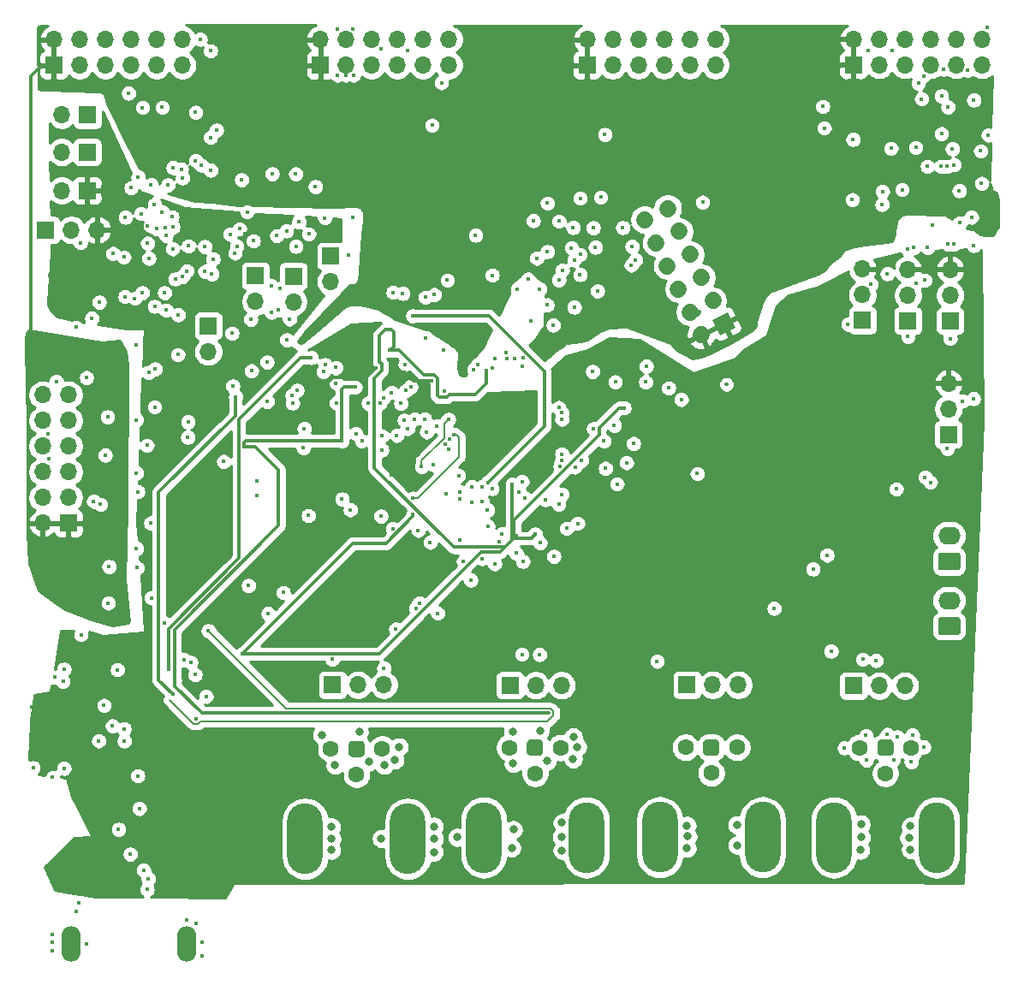
<source format=gbr>
G04 #@! TF.GenerationSoftware,KiCad,Pcbnew,5.1.5+dfsg1-2build2*
G04 #@! TF.CreationDate,2021-11-07T20:55:21-03:00*
G04 #@! TF.ProjectId,board_test,626f6172-645f-4746-9573-742e6b696361,rev?*
G04 #@! TF.SameCoordinates,Original*
G04 #@! TF.FileFunction,Copper,L3,Inr*
G04 #@! TF.FilePolarity,Positive*
%FSLAX46Y46*%
G04 Gerber Fmt 4.6, Leading zero omitted, Abs format (unit mm)*
G04 Created by KiCad (PCBNEW 5.1.5+dfsg1-2build2) date 2021-11-07 20:55:21*
%MOMM*%
%LPD*%
G04 APERTURE LIST*
%ADD10O,1.700000X1.700000*%
%ADD11R,1.700000X1.700000*%
%ADD12C,1.600000*%
%ADD13C,0.100000*%
%ADD14O,3.500000X7.000000*%
%ADD15C,1.700000*%
%ADD16O,1.900000X3.500000*%
%ADD17O,2.200000X1.740000*%
%ADD18C,0.400000*%
%ADD19C,0.800000*%
%ADD20C,0.300000*%
%ADD21C,0.200000*%
%ADD22C,0.400000*%
%ADD23C,0.254000*%
G04 APERTURE END LIST*
D10*
X200160000Y-21090000D03*
X200160000Y-23630000D03*
X197620000Y-21090000D03*
X197620000Y-23630000D03*
X195080000Y-21090000D03*
X195080000Y-23630000D03*
X192540000Y-21090000D03*
X192540000Y-23630000D03*
X190000000Y-21090000D03*
X190000000Y-23630000D03*
X187460000Y-21090000D03*
D11*
X187460000Y-23630000D03*
D12*
X240810000Y-91150000D03*
X243350000Y-93690000D03*
X245890000Y-91150000D03*
G04 #@! TA.AperFunction,ViaPad*
D13*
G36*
X243789207Y-90351926D02*
G01*
X243828036Y-90357686D01*
X243866114Y-90367224D01*
X243903073Y-90380448D01*
X243938559Y-90397231D01*
X243972228Y-90417412D01*
X244003757Y-90440796D01*
X244032843Y-90467157D01*
X244059204Y-90496243D01*
X244082588Y-90527772D01*
X244102769Y-90561441D01*
X244119552Y-90596927D01*
X244132776Y-90633886D01*
X244142314Y-90671964D01*
X244148074Y-90710793D01*
X244150000Y-90750000D01*
X244150000Y-91550000D01*
X244148074Y-91589207D01*
X244142314Y-91628036D01*
X244132776Y-91666114D01*
X244119552Y-91703073D01*
X244102769Y-91738559D01*
X244082588Y-91772228D01*
X244059204Y-91803757D01*
X244032843Y-91832843D01*
X244003757Y-91859204D01*
X243972228Y-91882588D01*
X243938559Y-91902769D01*
X243903073Y-91919552D01*
X243866114Y-91932776D01*
X243828036Y-91942314D01*
X243789207Y-91948074D01*
X243750000Y-91950000D01*
X242950000Y-91950000D01*
X242910793Y-91948074D01*
X242871964Y-91942314D01*
X242833886Y-91932776D01*
X242796927Y-91919552D01*
X242761441Y-91902769D01*
X242727772Y-91882588D01*
X242696243Y-91859204D01*
X242667157Y-91832843D01*
X242640796Y-91803757D01*
X242617412Y-91772228D01*
X242597231Y-91738559D01*
X242580448Y-91703073D01*
X242567224Y-91666114D01*
X242557686Y-91628036D01*
X242551926Y-91589207D01*
X242550000Y-91550000D01*
X242550000Y-90750000D01*
X242551926Y-90710793D01*
X242557686Y-90671964D01*
X242567224Y-90633886D01*
X242580448Y-90596927D01*
X242597231Y-90561441D01*
X242617412Y-90527772D01*
X242640796Y-90496243D01*
X242667157Y-90467157D01*
X242696243Y-90440796D01*
X242727772Y-90417412D01*
X242761441Y-90397231D01*
X242796927Y-90380448D01*
X242833886Y-90367224D01*
X242871964Y-90357686D01*
X242910793Y-90351926D01*
X242950000Y-90350000D01*
X243750000Y-90350000D01*
X243789207Y-90351926D01*
G37*
G04 #@! TD.AperFunction*
D14*
X238270000Y-100040000D03*
X248430000Y-100040000D03*
D12*
X223570000Y-91140000D03*
X226110000Y-93680000D03*
X228650000Y-91140000D03*
G04 #@! TA.AperFunction,ViaPad*
D13*
G36*
X226549207Y-90341926D02*
G01*
X226588036Y-90347686D01*
X226626114Y-90357224D01*
X226663073Y-90370448D01*
X226698559Y-90387231D01*
X226732228Y-90407412D01*
X226763757Y-90430796D01*
X226792843Y-90457157D01*
X226819204Y-90486243D01*
X226842588Y-90517772D01*
X226862769Y-90551441D01*
X226879552Y-90586927D01*
X226892776Y-90623886D01*
X226902314Y-90661964D01*
X226908074Y-90700793D01*
X226910000Y-90740000D01*
X226910000Y-91540000D01*
X226908074Y-91579207D01*
X226902314Y-91618036D01*
X226892776Y-91656114D01*
X226879552Y-91693073D01*
X226862769Y-91728559D01*
X226842588Y-91762228D01*
X226819204Y-91793757D01*
X226792843Y-91822843D01*
X226763757Y-91849204D01*
X226732228Y-91872588D01*
X226698559Y-91892769D01*
X226663073Y-91909552D01*
X226626114Y-91922776D01*
X226588036Y-91932314D01*
X226549207Y-91938074D01*
X226510000Y-91940000D01*
X225710000Y-91940000D01*
X225670793Y-91938074D01*
X225631964Y-91932314D01*
X225593886Y-91922776D01*
X225556927Y-91909552D01*
X225521441Y-91892769D01*
X225487772Y-91872588D01*
X225456243Y-91849204D01*
X225427157Y-91822843D01*
X225400796Y-91793757D01*
X225377412Y-91762228D01*
X225357231Y-91728559D01*
X225340448Y-91693073D01*
X225327224Y-91656114D01*
X225317686Y-91618036D01*
X225311926Y-91579207D01*
X225310000Y-91540000D01*
X225310000Y-90740000D01*
X225311926Y-90700793D01*
X225317686Y-90661964D01*
X225327224Y-90623886D01*
X225340448Y-90586927D01*
X225357231Y-90551441D01*
X225377412Y-90517772D01*
X225400796Y-90486243D01*
X225427157Y-90457157D01*
X225456243Y-90430796D01*
X225487772Y-90407412D01*
X225521441Y-90387231D01*
X225556927Y-90370448D01*
X225593886Y-90357224D01*
X225631964Y-90347686D01*
X225670793Y-90341926D01*
X225710000Y-90340000D01*
X226510000Y-90340000D01*
X226549207Y-90341926D01*
G37*
G04 #@! TD.AperFunction*
D14*
X221030000Y-100030000D03*
X231190000Y-100030000D03*
D15*
X219540000Y-38920000D02*
X219540000Y-38920000D01*
X221822936Y-37806538D02*
X221822936Y-37806538D01*
X220653462Y-41202937D02*
X220653462Y-41202937D01*
X222936399Y-40089474D02*
X222936399Y-40089474D01*
X221766925Y-43485874D02*
X221766925Y-43485874D01*
X224049862Y-42372411D02*
X224049862Y-42372411D01*
X222880388Y-45768811D02*
X222880388Y-45768811D01*
X225163325Y-44655348D02*
X225163325Y-44655348D01*
X223993850Y-48051748D02*
X223993850Y-48051748D01*
X226276787Y-46938285D02*
X226276787Y-46938285D01*
X225107313Y-50334685D02*
X225107313Y-50334685D01*
G04 #@! TA.AperFunction,ViaPad*
D13*
G36*
X227781609Y-48084632D02*
G01*
X228526840Y-49612581D01*
X226998891Y-50357812D01*
X226253660Y-48829863D01*
X227781609Y-48084632D01*
G37*
G04 #@! TD.AperFunction*
D10*
X245570000Y-43840000D03*
X245570000Y-46380000D03*
D11*
X245570000Y-48920000D03*
X162560000Y-68950000D03*
D10*
X160020000Y-68950000D03*
X162560000Y-66410000D03*
X160020000Y-66410000D03*
X162560000Y-63870000D03*
X160020000Y-63870000D03*
X162560000Y-61330000D03*
X160020000Y-61330000D03*
X162560000Y-58790000D03*
X160020000Y-58790000D03*
X162560000Y-56250000D03*
X160020000Y-56250000D03*
X211310000Y-85000000D03*
X208770000Y-85000000D03*
D11*
X206230000Y-85000000D03*
D10*
X193740000Y-84940000D03*
X191200000Y-84940000D03*
D11*
X188660000Y-84940000D03*
D10*
X228810000Y-84950000D03*
X226270000Y-84950000D03*
D11*
X223730000Y-84950000D03*
D10*
X245270000Y-85030000D03*
X242730000Y-85030000D03*
D11*
X240190000Y-85030000D03*
D10*
X241070000Y-43810000D03*
X241070000Y-46350000D03*
D11*
X241070000Y-48890000D03*
D10*
X165390000Y-39940000D03*
X162850000Y-39940000D03*
D11*
X160310000Y-39940000D03*
D10*
X188490000Y-45060000D03*
D11*
X188490000Y-42520000D03*
D10*
X184790000Y-47050000D03*
D11*
X184790000Y-44510000D03*
D10*
X176380000Y-51980000D03*
D11*
X176380000Y-49440000D03*
D10*
X181060000Y-47030000D03*
D11*
X181060000Y-44490000D03*
D10*
X161890000Y-32240000D03*
D11*
X164430000Y-32240000D03*
D10*
X161910000Y-28560000D03*
D11*
X164450000Y-28560000D03*
D10*
X161880000Y-36030000D03*
D11*
X164420000Y-36030000D03*
D10*
X249570000Y-55090000D03*
X249570000Y-57630000D03*
D11*
X249570000Y-60170000D03*
D10*
X249760000Y-43850000D03*
X249760000Y-46390000D03*
D11*
X249760000Y-48930000D03*
D12*
X206150000Y-91150000D03*
X208690000Y-93690000D03*
X211230000Y-91150000D03*
G04 #@! TA.AperFunction,ViaPad*
D13*
G36*
X209129207Y-90351926D02*
G01*
X209168036Y-90357686D01*
X209206114Y-90367224D01*
X209243073Y-90380448D01*
X209278559Y-90397231D01*
X209312228Y-90417412D01*
X209343757Y-90440796D01*
X209372843Y-90467157D01*
X209399204Y-90496243D01*
X209422588Y-90527772D01*
X209442769Y-90561441D01*
X209459552Y-90596927D01*
X209472776Y-90633886D01*
X209482314Y-90671964D01*
X209488074Y-90710793D01*
X209490000Y-90750000D01*
X209490000Y-91550000D01*
X209488074Y-91589207D01*
X209482314Y-91628036D01*
X209472776Y-91666114D01*
X209459552Y-91703073D01*
X209442769Y-91738559D01*
X209422588Y-91772228D01*
X209399204Y-91803757D01*
X209372843Y-91832843D01*
X209343757Y-91859204D01*
X209312228Y-91882588D01*
X209278559Y-91902769D01*
X209243073Y-91919552D01*
X209206114Y-91932776D01*
X209168036Y-91942314D01*
X209129207Y-91948074D01*
X209090000Y-91950000D01*
X208290000Y-91950000D01*
X208250793Y-91948074D01*
X208211964Y-91942314D01*
X208173886Y-91932776D01*
X208136927Y-91919552D01*
X208101441Y-91902769D01*
X208067772Y-91882588D01*
X208036243Y-91859204D01*
X208007157Y-91832843D01*
X207980796Y-91803757D01*
X207957412Y-91772228D01*
X207937231Y-91738559D01*
X207920448Y-91703073D01*
X207907224Y-91666114D01*
X207897686Y-91628036D01*
X207891926Y-91589207D01*
X207890000Y-91550000D01*
X207890000Y-90750000D01*
X207891926Y-90710793D01*
X207897686Y-90671964D01*
X207907224Y-90633886D01*
X207920448Y-90596927D01*
X207937231Y-90561441D01*
X207957412Y-90527772D01*
X207980796Y-90496243D01*
X208007157Y-90467157D01*
X208036243Y-90440796D01*
X208067772Y-90417412D01*
X208101441Y-90397231D01*
X208136927Y-90380448D01*
X208173886Y-90367224D01*
X208211964Y-90357686D01*
X208250793Y-90351926D01*
X208290000Y-90350000D01*
X209090000Y-90350000D01*
X209129207Y-90351926D01*
G37*
G04 #@! TD.AperFunction*
D14*
X203610000Y-100040000D03*
X213770000Y-100040000D03*
D12*
X188510000Y-91280000D03*
X191050000Y-93820000D03*
X193590000Y-91280000D03*
G04 #@! TA.AperFunction,ViaPad*
D13*
G36*
X191489207Y-90481926D02*
G01*
X191528036Y-90487686D01*
X191566114Y-90497224D01*
X191603073Y-90510448D01*
X191638559Y-90527231D01*
X191672228Y-90547412D01*
X191703757Y-90570796D01*
X191732843Y-90597157D01*
X191759204Y-90626243D01*
X191782588Y-90657772D01*
X191802769Y-90691441D01*
X191819552Y-90726927D01*
X191832776Y-90763886D01*
X191842314Y-90801964D01*
X191848074Y-90840793D01*
X191850000Y-90880000D01*
X191850000Y-91680000D01*
X191848074Y-91719207D01*
X191842314Y-91758036D01*
X191832776Y-91796114D01*
X191819552Y-91833073D01*
X191802769Y-91868559D01*
X191782588Y-91902228D01*
X191759204Y-91933757D01*
X191732843Y-91962843D01*
X191703757Y-91989204D01*
X191672228Y-92012588D01*
X191638559Y-92032769D01*
X191603073Y-92049552D01*
X191566114Y-92062776D01*
X191528036Y-92072314D01*
X191489207Y-92078074D01*
X191450000Y-92080000D01*
X190650000Y-92080000D01*
X190610793Y-92078074D01*
X190571964Y-92072314D01*
X190533886Y-92062776D01*
X190496927Y-92049552D01*
X190461441Y-92032769D01*
X190427772Y-92012588D01*
X190396243Y-91989204D01*
X190367157Y-91962843D01*
X190340796Y-91933757D01*
X190317412Y-91902228D01*
X190297231Y-91868559D01*
X190280448Y-91833073D01*
X190267224Y-91796114D01*
X190257686Y-91758036D01*
X190251926Y-91719207D01*
X190250000Y-91680000D01*
X190250000Y-90880000D01*
X190251926Y-90840793D01*
X190257686Y-90801964D01*
X190267224Y-90763886D01*
X190280448Y-90726927D01*
X190297231Y-90691441D01*
X190317412Y-90657772D01*
X190340796Y-90626243D01*
X190367157Y-90597157D01*
X190396243Y-90570796D01*
X190427772Y-90547412D01*
X190461441Y-90527231D01*
X190496927Y-90510448D01*
X190533886Y-90497224D01*
X190571964Y-90487686D01*
X190610793Y-90481926D01*
X190650000Y-90480000D01*
X191450000Y-90480000D01*
X191489207Y-90481926D01*
G37*
G04 #@! TD.AperFunction*
D14*
X185970000Y-100170000D03*
X196130000Y-100170000D03*
D10*
X173810000Y-21100000D03*
X173810000Y-23640000D03*
X171270000Y-21100000D03*
X171270000Y-23640000D03*
X168730000Y-21100000D03*
X168730000Y-23640000D03*
X166190000Y-21100000D03*
X166190000Y-23640000D03*
X163650000Y-21100000D03*
X163650000Y-23640000D03*
X161110000Y-21100000D03*
D11*
X161110000Y-23640000D03*
D10*
X226530000Y-21090000D03*
X226530000Y-23630000D03*
X223990000Y-21090000D03*
X223990000Y-23630000D03*
X221450000Y-21090000D03*
X221450000Y-23630000D03*
X218910000Y-21090000D03*
X218910000Y-23630000D03*
X216370000Y-21090000D03*
X216370000Y-23630000D03*
X213830000Y-21090000D03*
D11*
X213830000Y-23630000D03*
D10*
X252890000Y-21080000D03*
X252890000Y-23620000D03*
X250350000Y-21080000D03*
X250350000Y-23620000D03*
X247810000Y-21080000D03*
X247810000Y-23620000D03*
X245270000Y-21080000D03*
X245270000Y-23620000D03*
X242730000Y-21080000D03*
X242730000Y-23620000D03*
X240190000Y-21080000D03*
D11*
X240190000Y-23620000D03*
D16*
X174230000Y-110570000D03*
X162830000Y-110570000D03*
G04 #@! TA.AperFunction,ViaPad*
D13*
G36*
X250524505Y-78261204D02*
G01*
X250548773Y-78264804D01*
X250572572Y-78270765D01*
X250595671Y-78279030D01*
X250617850Y-78289520D01*
X250638893Y-78302132D01*
X250658599Y-78316747D01*
X250676777Y-78333223D01*
X250693253Y-78351401D01*
X250707868Y-78371107D01*
X250720480Y-78392150D01*
X250730970Y-78414329D01*
X250739235Y-78437428D01*
X250745196Y-78461227D01*
X250748796Y-78485495D01*
X250750000Y-78509999D01*
X250750000Y-79750001D01*
X250748796Y-79774505D01*
X250745196Y-79798773D01*
X250739235Y-79822572D01*
X250730970Y-79845671D01*
X250720480Y-79867850D01*
X250707868Y-79888893D01*
X250693253Y-79908599D01*
X250676777Y-79926777D01*
X250658599Y-79943253D01*
X250638893Y-79957868D01*
X250617850Y-79970480D01*
X250595671Y-79980970D01*
X250572572Y-79989235D01*
X250548773Y-79995196D01*
X250524505Y-79998796D01*
X250500001Y-80000000D01*
X248799999Y-80000000D01*
X248775495Y-79998796D01*
X248751227Y-79995196D01*
X248727428Y-79989235D01*
X248704329Y-79980970D01*
X248682150Y-79970480D01*
X248661107Y-79957868D01*
X248641401Y-79943253D01*
X248623223Y-79926777D01*
X248606747Y-79908599D01*
X248592132Y-79888893D01*
X248579520Y-79867850D01*
X248569030Y-79845671D01*
X248560765Y-79822572D01*
X248554804Y-79798773D01*
X248551204Y-79774505D01*
X248550000Y-79750001D01*
X248550000Y-78509999D01*
X248551204Y-78485495D01*
X248554804Y-78461227D01*
X248560765Y-78437428D01*
X248569030Y-78414329D01*
X248579520Y-78392150D01*
X248592132Y-78371107D01*
X248606747Y-78351401D01*
X248623223Y-78333223D01*
X248641401Y-78316747D01*
X248661107Y-78302132D01*
X248682150Y-78289520D01*
X248704329Y-78279030D01*
X248727428Y-78270765D01*
X248751227Y-78264804D01*
X248775495Y-78261204D01*
X248799999Y-78260000D01*
X250500001Y-78260000D01*
X250524505Y-78261204D01*
G37*
G04 #@! TD.AperFunction*
D17*
X249650000Y-76590000D03*
X249650000Y-70190000D03*
G04 #@! TA.AperFunction,ViaPad*
D13*
G36*
X250524505Y-71861204D02*
G01*
X250548773Y-71864804D01*
X250572572Y-71870765D01*
X250595671Y-71879030D01*
X250617850Y-71889520D01*
X250638893Y-71902132D01*
X250658599Y-71916747D01*
X250676777Y-71933223D01*
X250693253Y-71951401D01*
X250707868Y-71971107D01*
X250720480Y-71992150D01*
X250730970Y-72014329D01*
X250739235Y-72037428D01*
X250745196Y-72061227D01*
X250748796Y-72085495D01*
X250750000Y-72109999D01*
X250750000Y-73350001D01*
X250748796Y-73374505D01*
X250745196Y-73398773D01*
X250739235Y-73422572D01*
X250730970Y-73445671D01*
X250720480Y-73467850D01*
X250707868Y-73488893D01*
X250693253Y-73508599D01*
X250676777Y-73526777D01*
X250658599Y-73543253D01*
X250638893Y-73557868D01*
X250617850Y-73570480D01*
X250595671Y-73580970D01*
X250572572Y-73589235D01*
X250548773Y-73595196D01*
X250524505Y-73598796D01*
X250500001Y-73600000D01*
X248799999Y-73600000D01*
X248775495Y-73598796D01*
X248751227Y-73595196D01*
X248727428Y-73589235D01*
X248704329Y-73580970D01*
X248682150Y-73570480D01*
X248661107Y-73557868D01*
X248641401Y-73543253D01*
X248623223Y-73526777D01*
X248606747Y-73508599D01*
X248592132Y-73488893D01*
X248579520Y-73467850D01*
X248569030Y-73445671D01*
X248560765Y-73422572D01*
X248554804Y-73398773D01*
X248551204Y-73374505D01*
X248550000Y-73350001D01*
X248550000Y-72109999D01*
X248551204Y-72085495D01*
X248554804Y-72061227D01*
X248560765Y-72037428D01*
X248569030Y-72014329D01*
X248579520Y-71992150D01*
X248592132Y-71971107D01*
X248606747Y-71951401D01*
X248623223Y-71933223D01*
X248641401Y-71916747D01*
X248661107Y-71902132D01*
X248682150Y-71889520D01*
X248704329Y-71879030D01*
X248727428Y-71870765D01*
X248751227Y-71864804D01*
X248775495Y-71861204D01*
X248799999Y-71860000D01*
X250500001Y-71860000D01*
X250524505Y-71861204D01*
G37*
G04 #@! TD.AperFunction*
D18*
X197270000Y-76860000D03*
X237980000Y-81610000D03*
X241090000Y-82420000D03*
X242410000Y-82550000D03*
X164340000Y-54550000D03*
X161360000Y-54910000D03*
X194923092Y-79433092D03*
X220760000Y-82620000D03*
X160560000Y-60130000D03*
X166420000Y-58430000D03*
X160580000Y-62580000D03*
X166200000Y-62230000D03*
X193740000Y-83290000D03*
X188650000Y-82410000D03*
X182300000Y-77890000D03*
X199070000Y-77860000D03*
X207400000Y-81920000D03*
X209133600Y-81950000D03*
X165730000Y-67090000D03*
X166570000Y-73250000D03*
X165040000Y-66780000D03*
X166490000Y-76850000D03*
X211036446Y-67086446D03*
X212920000Y-68970000D03*
X202440000Y-65350000D03*
X202350000Y-74590000D03*
X201623092Y-72733092D03*
X202440000Y-66920000D03*
X201260000Y-66510000D03*
X168670000Y-101700000D03*
X173050000Y-84530000D03*
X189600000Y-60800000D03*
X191580000Y-60805000D03*
X183330000Y-66595000D03*
X179960000Y-61375000D03*
X190910000Y-55495000D03*
X194500000Y-56020000D03*
X179080000Y-56450000D03*
X172880000Y-85880000D03*
X180839540Y-41021279D03*
X176052291Y-44055010D03*
X174260000Y-43990000D03*
X173120000Y-44790000D03*
X187900000Y-38740000D03*
X182699998Y-34390000D03*
X169880000Y-27820000D03*
X171830000Y-27810000D03*
X168500000Y-26410000D03*
X185020000Y-34390000D03*
X186970000Y-35650000D03*
X180660000Y-53875000D03*
X173824936Y-44554106D03*
X168190000Y-38690000D03*
X171250000Y-39820000D03*
X172100000Y-39690000D03*
X172800000Y-38650000D03*
X168742696Y-35772696D03*
X171820000Y-38150000D03*
X169730000Y-38324999D03*
X165600000Y-47080000D03*
X164850000Y-48670000D03*
X168160000Y-46530000D03*
X168040000Y-42630000D03*
X174420000Y-41520000D03*
X171080000Y-47500000D03*
X173410000Y-48340000D03*
X172200000Y-47880000D03*
X169110000Y-46700000D03*
X170505000Y-42750000D03*
X205950000Y-52640000D03*
X209750000Y-66630000D03*
X205427501Y-70000000D03*
X203990000Y-67660000D03*
X207664990Y-66470000D03*
X224730000Y-64050000D03*
X204460000Y-53610000D03*
X205860000Y-52030000D03*
X203460000Y-66830000D03*
X205110000Y-70770000D03*
X207490000Y-72730000D03*
X210560000Y-72230000D03*
X211820000Y-69470000D03*
X201284065Y-65850569D03*
X204760000Y-52630000D03*
X212650910Y-63390910D03*
X209199090Y-70889090D03*
X200660000Y-60180000D03*
X196630000Y-66480000D03*
X213290910Y-62750910D03*
X218440000Y-61070000D03*
X195020000Y-60270000D03*
X198990000Y-59339251D03*
X199710000Y-55920000D03*
X195420000Y-57100000D03*
X196800000Y-58655000D03*
X215660000Y-63530000D03*
X217740000Y-62970000D03*
X200150000Y-58680000D03*
X197480000Y-63340000D03*
X214390000Y-53940000D03*
X216622500Y-54970000D03*
X171080000Y-57450000D03*
X244419999Y-65570001D03*
X245520000Y-41830000D03*
X243530000Y-44270000D03*
X196905153Y-77360000D03*
X232330000Y-77370000D03*
X236190000Y-73480000D03*
X237570000Y-72110000D03*
X246160000Y-41670000D03*
X247230000Y-44910000D03*
X183810000Y-75820000D03*
X247269999Y-64400001D03*
X247800000Y-64900000D03*
X180350000Y-75120000D03*
X240070000Y-36940000D03*
X225260000Y-37200000D03*
X249500000Y-41350000D03*
X241920000Y-45330000D03*
X246350000Y-45190000D03*
X250100000Y-41350000D03*
X250710000Y-39240000D03*
X249470000Y-33650000D03*
X249960000Y-31910000D03*
X248850000Y-33650000D03*
X248890000Y-30420000D03*
X249070000Y-24020000D03*
X248890000Y-26680000D03*
X246339999Y-31783151D03*
X252080000Y-27090000D03*
X249530000Y-27790000D03*
X253442001Y-19929999D03*
X247494870Y-33645130D03*
X246600000Y-25430000D03*
X246910000Y-26970000D03*
X251420000Y-24150000D03*
X250640000Y-36060000D03*
X252850000Y-35330000D03*
X253510000Y-30550000D03*
X243900000Y-31870000D03*
X247120000Y-24700000D03*
X244990000Y-35950000D03*
X240140000Y-30980000D03*
X237150000Y-27720000D03*
X237299989Y-29849989D03*
X243050000Y-36120000D03*
X243010000Y-37420000D03*
X248030000Y-39430000D03*
X252080000Y-41480000D03*
X252050010Y-56640000D03*
X250990000Y-56860000D03*
X177990000Y-31470000D03*
X214478555Y-44141445D03*
X200980000Y-44910000D03*
X196780000Y-42910000D03*
X198740000Y-45040000D03*
X165560000Y-52910000D03*
X165310000Y-56620000D03*
X166090000Y-60200000D03*
X166310000Y-63950000D03*
X167270000Y-66770000D03*
X166480000Y-71010000D03*
X166180000Y-74890000D03*
X165640000Y-77890000D03*
X242360000Y-38379999D03*
X242950000Y-38379999D03*
X251610000Y-33090000D03*
X179680000Y-34980000D03*
X193450000Y-21979999D03*
X198510000Y-29580000D03*
X199440000Y-25380000D03*
X196120000Y-22160000D03*
X212576446Y-47576446D03*
X213140000Y-44360000D03*
X213150000Y-42370000D03*
X213150000Y-36800000D03*
X214870000Y-45980000D03*
X207440000Y-53420000D03*
X210490000Y-49350000D03*
X207490000Y-52610000D03*
X209910000Y-42080000D03*
X209880000Y-47360000D03*
X206666446Y-52626446D03*
X209910000Y-37290000D03*
X215190000Y-36700000D03*
X215600000Y-30490000D03*
X175670000Y-33530000D03*
X176610000Y-22220000D03*
X175580000Y-21080000D03*
X176610000Y-30780000D03*
X175130000Y-33070000D03*
X175130000Y-28300000D03*
X173728554Y-33911446D03*
X172390000Y-35490000D03*
X170730000Y-35470000D03*
X169440000Y-34690000D03*
X180230000Y-38150000D03*
X173840000Y-34800000D03*
X172890000Y-33780000D03*
X184720000Y-57060000D03*
X218210000Y-43410000D03*
X211400000Y-43910000D03*
X212570000Y-42910000D03*
X218629999Y-42909999D03*
X184660000Y-56300000D03*
X185160000Y-55810000D03*
X204470000Y-44410000D03*
X208870000Y-42730000D03*
X212300000Y-41710000D03*
X214660000Y-41650000D03*
X218290000Y-41570000D03*
X202820000Y-40470000D03*
X208530000Y-39030000D03*
X211060000Y-39070000D03*
X212460000Y-39700000D03*
X214450000Y-39730000D03*
X217370000Y-39710000D03*
X182630000Y-48080000D03*
X182610000Y-45450000D03*
X184420000Y-48740000D03*
X180590000Y-48780000D03*
X178721861Y-50158139D03*
X183320000Y-47870000D03*
X183490000Y-45730000D03*
X186330000Y-40340000D03*
X163740000Y-41200000D03*
X182200000Y-53020000D03*
X182210000Y-56910000D03*
X185870000Y-59580000D03*
X196100000Y-59580000D03*
X200200000Y-60660000D03*
X197971445Y-59920000D03*
X211159102Y-63327081D03*
X198660000Y-63155000D03*
X197780000Y-58655000D03*
X193740000Y-56520000D03*
X187750000Y-53960000D03*
X211350001Y-58658558D03*
X195850000Y-53230000D03*
X187920000Y-53260000D03*
X189050000Y-57060000D03*
X193360000Y-57090000D03*
X214479999Y-59616523D03*
X216525000Y-59280000D03*
X195770000Y-58760000D03*
X185780000Y-61490000D03*
X199937500Y-66070000D03*
X201130000Y-64250000D03*
X196600000Y-48440000D03*
X204015844Y-64941461D03*
X207410728Y-64829856D03*
X179750000Y-81860000D03*
X206850000Y-70200000D03*
X208714990Y-70040000D03*
X206450000Y-65100000D03*
X217500000Y-57540000D03*
X203911711Y-53853684D03*
X194350000Y-51840000D03*
X196630000Y-68055000D03*
X211340000Y-62105000D03*
X181210000Y-64747500D03*
X211340000Y-62755000D03*
X181230000Y-66220000D03*
X174380000Y-58917500D03*
X211042388Y-57520000D03*
X174350000Y-60452500D03*
X211350001Y-58035146D03*
X189010000Y-55080000D03*
X195928556Y-55821137D03*
X189000000Y-53547500D03*
X196400000Y-55450000D03*
X200180000Y-61680000D03*
X193550000Y-61705000D03*
X193550000Y-60317500D03*
X199821643Y-61160000D03*
X172880000Y-39650000D03*
X176030000Y-41590000D03*
X176860000Y-42820000D03*
X176720000Y-44290000D03*
X166070000Y-86980000D03*
X166900000Y-89000000D03*
X176390000Y-79590000D03*
X186560000Y-52575000D03*
X172440000Y-83420000D03*
X176630000Y-34030000D03*
X178540000Y-40370000D03*
X179020000Y-42230000D03*
X185340000Y-39150000D03*
X169850000Y-46160000D03*
X172060000Y-46150000D03*
X249750000Y-50680000D03*
X247520000Y-41690000D03*
X208010000Y-44810000D03*
X209150000Y-45790000D03*
X206960000Y-45790000D03*
X189140000Y-20070000D03*
X190690000Y-20040000D03*
X189140000Y-24610000D03*
X190750000Y-24610000D03*
X189970000Y-24610000D03*
X162020000Y-84610000D03*
X167400000Y-83450000D03*
X168060000Y-89300000D03*
X176170000Y-86090000D03*
X169990000Y-103270000D03*
X170440000Y-104110000D03*
X170340000Y-105200000D03*
X167510000Y-99240000D03*
X169570000Y-97180000D03*
X169410000Y-93940000D03*
X163800000Y-79980000D03*
X175140000Y-88300000D03*
X246020000Y-89910000D03*
X247130000Y-91100000D03*
X245900000Y-92560000D03*
X243520000Y-89850000D03*
X244140000Y-92340000D03*
X244510000Y-90090000D03*
X241420000Y-89950000D03*
X241460000Y-92380000D03*
X239300000Y-91180000D03*
D19*
X228670000Y-98790000D03*
X228680000Y-100810000D03*
X223810000Y-99940000D03*
X223720000Y-98860000D03*
X223730000Y-101100000D03*
X212890000Y-91090000D03*
X212490000Y-90100000D03*
X212470000Y-92270000D03*
X209190000Y-89490000D03*
X209870000Y-92480000D03*
X206520000Y-89550000D03*
X206540000Y-92730000D03*
X206560000Y-99260000D03*
X206380000Y-101080000D03*
X201000000Y-100030000D03*
X211350000Y-100000000D03*
X211370000Y-98590000D03*
X211370000Y-101320000D03*
X198730000Y-100140000D03*
X198700000Y-98950000D03*
X198710000Y-101490000D03*
X193490000Y-100150000D03*
X188590000Y-100180000D03*
X188570000Y-99010000D03*
X188570000Y-101290000D03*
X194820000Y-92360000D03*
X193780000Y-92900000D03*
X195240000Y-91090000D03*
X191310000Y-89620000D03*
X192280000Y-92580000D03*
X188920000Y-92900000D03*
X187630000Y-89910000D03*
D18*
X184110000Y-40040000D03*
X185050000Y-41560000D03*
X183150000Y-40510000D03*
X168075000Y-90505000D03*
X165540000Y-90480000D03*
X162120000Y-93200000D03*
X160990000Y-94100000D03*
X159050000Y-93140000D03*
X161180000Y-84200000D03*
X160930000Y-110400000D03*
X160930000Y-111280000D03*
X160920000Y-109650000D03*
X164360000Y-110570000D03*
X174250000Y-108170000D03*
X175180000Y-108520000D03*
X175780000Y-110380000D03*
X175730000Y-111790000D03*
X211050000Y-44880000D03*
X208310000Y-48980000D03*
X179210000Y-41550000D03*
X163360000Y-107340000D03*
X163540000Y-106490000D03*
X173960000Y-82460000D03*
X174660000Y-82720000D03*
X162120000Y-83410000D03*
X172040000Y-78860000D03*
X202650000Y-53750000D03*
X203050000Y-53240000D03*
X204020000Y-69250000D03*
X201250000Y-70600000D03*
X190430000Y-67630000D03*
X189610000Y-66560000D03*
X193460000Y-68250000D03*
X194610000Y-69490000D03*
X197140000Y-69660000D03*
X198330000Y-70840000D03*
X197900000Y-50630000D03*
X199680000Y-51800000D03*
X198720000Y-46340000D03*
X197850000Y-46600000D03*
X195620000Y-46220000D03*
X192200000Y-57070000D03*
X190970000Y-60080000D03*
X177200000Y-30060000D03*
X190630000Y-38710000D03*
X186280000Y-68200000D03*
X177900000Y-62850000D03*
X178800000Y-55380000D03*
X175080000Y-83940000D03*
X200020000Y-44910000D03*
X194650000Y-46110000D03*
X219630000Y-54990000D03*
X219700000Y-53420000D03*
X221910000Y-55580000D03*
X223160000Y-56710000D03*
X216810000Y-65070000D03*
X163300000Y-49570000D03*
X166960000Y-42280000D03*
X172860000Y-41800000D03*
X171066531Y-37392623D03*
X179480000Y-39830000D03*
X252760000Y-32130000D03*
X211370000Y-66086445D03*
X203440000Y-65340000D03*
X204440000Y-65530000D03*
X207108555Y-65888555D03*
X204710000Y-72970000D03*
X203455910Y-72455910D03*
X206820000Y-71910000D03*
X173380000Y-52280000D03*
X169210000Y-51290000D03*
X171120000Y-53700000D03*
X170480000Y-54030000D03*
X169290000Y-58720000D03*
X169290000Y-63990000D03*
X170330000Y-61250000D03*
X169410000Y-65840000D03*
X170700000Y-68950000D03*
X169290000Y-71450000D03*
X169350000Y-73360000D03*
X170740000Y-76330000D03*
X239640000Y-49260000D03*
X245570000Y-50490000D03*
X249450000Y-61560000D03*
X243970000Y-22220000D03*
X241610000Y-22190000D03*
X215520000Y-60820000D03*
D19*
X245670000Y-100080000D03*
X245820000Y-98920000D03*
X245830000Y-101250000D03*
X240960000Y-100030000D03*
X240940000Y-98740000D03*
X240870000Y-101300000D03*
D18*
X170380000Y-41250000D03*
X172200000Y-40480000D03*
X184150000Y-50810000D03*
X190260000Y-42450000D03*
X170360000Y-39519999D03*
X195050000Y-61700000D03*
X198470000Y-54900000D03*
X178600000Y-77260000D03*
X166670000Y-37440000D03*
X159880000Y-86460000D03*
X158920000Y-87150000D03*
X159280000Y-86660000D03*
X182050000Y-40120000D03*
X179990000Y-40280000D03*
X248090000Y-43610000D03*
X173020000Y-37620000D03*
X170660000Y-36710000D03*
X168890000Y-37200000D03*
X188190000Y-65070000D03*
X188250000Y-65780000D03*
X188264234Y-63665766D03*
X192977500Y-53593750D03*
X174270000Y-76050000D03*
X181560000Y-58810000D03*
X181520000Y-59650000D03*
X178077303Y-64212697D03*
X160880000Y-45550000D03*
X160680000Y-44440000D03*
X248090000Y-42710000D03*
X238710000Y-45350000D03*
X250040000Y-53420000D03*
X179680000Y-86150000D03*
X179660000Y-89750000D03*
X179660000Y-89750000D03*
X193000000Y-80370000D03*
X195810000Y-81960000D03*
X195770000Y-54000000D03*
X183590000Y-59750000D03*
X194490000Y-64210000D03*
X192270000Y-64630000D03*
X251860000Y-38680000D03*
X250140000Y-33490000D03*
D20*
X227620000Y-55220000D02*
X227630000Y-55210000D01*
X227620000Y-55240000D02*
X227620000Y-55220000D01*
X173050000Y-84812842D02*
X173050000Y-84530000D01*
X210074003Y-87749999D02*
X175745997Y-87749999D01*
X173050000Y-85054002D02*
X173050000Y-84812842D01*
X175745997Y-87749999D02*
X173050000Y-85054002D01*
X183330000Y-69210000D02*
X183330000Y-66595000D01*
X173050000Y-79490000D02*
X183330000Y-69210000D01*
X173050000Y-84530000D02*
X173050000Y-79490000D01*
X181060000Y-61375000D02*
X179960000Y-61375000D01*
X183330000Y-63645000D02*
X181060000Y-61375000D01*
X183330000Y-66595000D02*
X183330000Y-63645000D01*
X189317158Y-60800000D02*
X189600000Y-60800000D01*
X180085000Y-60800000D02*
X189317158Y-60800000D01*
X179960000Y-60925000D02*
X180085000Y-60800000D01*
X179960000Y-61375000D02*
X179960000Y-60925000D01*
X189810000Y-55495000D02*
X190910000Y-55495000D01*
X189600000Y-55705000D02*
X189810000Y-55495000D01*
X189600000Y-60800000D02*
X189600000Y-55705000D01*
X171489999Y-65887881D02*
X171489999Y-84489999D01*
X179080000Y-58297880D02*
X171489999Y-65887881D01*
X171489999Y-84489999D02*
X172880000Y-85880000D01*
X179080000Y-56450000D02*
X179080000Y-58297880D01*
D21*
X200942842Y-60180000D02*
X201202842Y-60440000D01*
X200660000Y-60180000D02*
X200942842Y-60180000D01*
X197105000Y-66480000D02*
X196630000Y-66480000D01*
X201202842Y-62382158D02*
X197105000Y-66480000D01*
X201202842Y-60440000D02*
X201202842Y-62382158D01*
X197480000Y-63057158D02*
X197480000Y-63340000D01*
X197480000Y-62761641D02*
X197480000Y-63057158D01*
X199699999Y-60541642D02*
X197480000Y-62761641D01*
X199699999Y-59130001D02*
X199699999Y-60541642D01*
X200150000Y-58680000D02*
X199699999Y-59130001D01*
D20*
X159960000Y-23640000D02*
X161110000Y-23640000D01*
X158860000Y-24740000D02*
X159960000Y-23640000D01*
X158860000Y-51200000D02*
X158860000Y-24740000D01*
X209604783Y-53910781D02*
X204134002Y-48440000D01*
X209604783Y-59352522D02*
X209604783Y-53910781D01*
X196882842Y-48440000D02*
X196600000Y-48440000D01*
X204134002Y-48440000D02*
X196882842Y-48440000D01*
X204015844Y-64941461D02*
X209604783Y-59352522D01*
X203332164Y-71801838D02*
X205248162Y-71801838D01*
X193274002Y-81860000D02*
X203332164Y-71801838D01*
X179750000Y-81860000D02*
X193274002Y-81860000D01*
X215029999Y-60234003D02*
X215029999Y-59535999D01*
X205248162Y-71801838D02*
X205977501Y-71072499D01*
X206840000Y-70210000D02*
X206850000Y-70200000D01*
X208324990Y-70430000D02*
X208714990Y-70040000D01*
X206620000Y-70430000D02*
X208324990Y-70430000D01*
X206620000Y-70430000D02*
X206840000Y-70210000D01*
X206425000Y-65125000D02*
X206450000Y-65100000D01*
X205248162Y-71801838D02*
X206425000Y-70625000D01*
X206425000Y-70625000D02*
X206620000Y-70430000D01*
X212100909Y-63163093D02*
X215029999Y-60234003D01*
X212100909Y-63199276D02*
X212100909Y-63163093D01*
X206620000Y-68680185D02*
X212100909Y-63199276D01*
X206620000Y-70430000D02*
X206620000Y-68680185D01*
X217025998Y-57540000D02*
X217500000Y-57540000D01*
X215029999Y-59535999D02*
X217025998Y-57540000D01*
X206425000Y-70625000D02*
X206425000Y-65975000D01*
X206425000Y-65975000D02*
X206425000Y-65125000D01*
X196630000Y-68284002D02*
X196630000Y-68055000D01*
X193974002Y-70940000D02*
X196630000Y-68284002D01*
X190670000Y-70940000D02*
X193974002Y-70940000D01*
X190670000Y-70940000D02*
X179750000Y-81860000D01*
X194549999Y-51640001D02*
X194350000Y-51840000D01*
X194730001Y-51459999D02*
X194549999Y-51640001D01*
X194730001Y-50075999D02*
X194730001Y-51459999D01*
X194444001Y-49789999D02*
X194730001Y-50075999D01*
X193915999Y-49789999D02*
X194444001Y-49789999D01*
X193299989Y-50406009D02*
X193915999Y-49789999D01*
X193299989Y-52961111D02*
X193299989Y-50406009D01*
X193527501Y-53857751D02*
X193527501Y-53188623D01*
X192809999Y-54575253D02*
X193527501Y-53857751D01*
X192809999Y-63474001D02*
X192809999Y-54575253D01*
X200655999Y-71320001D02*
X192809999Y-63474001D01*
X193527501Y-53188623D02*
X193299989Y-52961111D01*
X205729999Y-71320001D02*
X200655999Y-71320001D01*
X206425000Y-70625000D02*
X205729999Y-71320001D01*
X195274002Y-51840000D02*
X197734003Y-54300001D01*
X194350000Y-51840000D02*
X195274002Y-51840000D01*
X203911711Y-53853684D02*
X203911711Y-55088289D01*
X203911711Y-55088289D02*
X202810000Y-56190000D01*
X200254002Y-56190000D02*
X199974001Y-56470001D01*
X199974001Y-56470001D02*
X199190001Y-56470001D01*
X202810000Y-56190000D02*
X200254002Y-56190000D01*
X198684003Y-54300001D02*
X197734003Y-54300001D01*
X199020001Y-54635999D02*
X198684003Y-54300001D01*
X199020001Y-56300001D02*
X199020001Y-54635999D01*
X199190001Y-56470001D02*
X199020001Y-56300001D01*
D21*
X174899999Y-88800001D02*
X172549999Y-86450001D01*
X175380001Y-88800001D02*
X174899999Y-88800001D01*
X175640001Y-88540001D02*
X175380001Y-88800001D01*
X210524013Y-87936399D02*
X209920411Y-88540001D01*
X210524013Y-87563599D02*
X210524013Y-87936399D01*
X210260403Y-87299989D02*
X210524013Y-87563599D01*
X184099989Y-87299989D02*
X210260403Y-87299989D01*
X209920411Y-88540001D02*
X175640001Y-88540001D01*
X176390000Y-79590000D02*
X184099989Y-87299989D01*
D20*
X186560000Y-52575000D02*
X185510000Y-52575000D01*
X179409999Y-58675001D02*
X179409999Y-72422881D01*
X172440000Y-79392880D02*
X172440000Y-83420000D01*
X185510000Y-52575000D02*
X179409999Y-58675001D01*
X179409999Y-72422881D02*
X172440000Y-79392880D01*
D21*
X224619999Y-48270001D02*
X224870000Y-48020000D01*
D22*
X224670001Y-48219999D02*
X224870000Y-48020000D01*
X224519999Y-48370001D02*
X224670001Y-48219999D01*
D20*
X223825000Y-67980000D02*
X223815000Y-67970000D01*
X223910000Y-67980000D02*
X223825000Y-67980000D01*
X213570000Y-87070000D02*
X213220000Y-86720000D01*
X213710000Y-87070000D02*
X213570000Y-87070000D01*
X213710000Y-87070000D02*
X214680000Y-87070000D01*
X214680000Y-87070000D02*
X214930000Y-86820000D01*
X196670000Y-54900000D02*
X195770000Y-54000000D01*
X198470000Y-54900000D02*
X196670000Y-54900000D01*
X183590000Y-59685998D02*
X183590000Y-59750000D01*
X188745999Y-54529999D02*
X183590000Y-59685998D01*
X192041251Y-54529999D02*
X188745999Y-54529999D01*
X192977500Y-53593750D02*
X192041251Y-54529999D01*
X195050000Y-63650000D02*
X194490000Y-64210000D01*
X195050000Y-61700000D02*
X195050000Y-63650000D01*
D23*
G36*
X168729923Y-34249745D02*
G01*
X168700033Y-34294479D01*
X168637089Y-34446440D01*
X168605000Y-34607760D01*
X168605000Y-34772240D01*
X168637089Y-34933560D01*
X168640450Y-34941675D01*
X168499136Y-34969785D01*
X168347175Y-35032729D01*
X168210415Y-35124109D01*
X168094109Y-35240415D01*
X168002729Y-35377175D01*
X167939785Y-35529136D01*
X167907696Y-35690456D01*
X167907696Y-35854936D01*
X167939785Y-36016256D01*
X168002729Y-36168217D01*
X168094109Y-36304977D01*
X168210415Y-36421283D01*
X168347175Y-36512663D01*
X168499136Y-36575607D01*
X168660456Y-36607696D01*
X168824936Y-36607696D01*
X168986256Y-36575607D01*
X169138217Y-36512663D01*
X169274977Y-36421283D01*
X169391283Y-36304977D01*
X169482663Y-36168217D01*
X169545607Y-36016256D01*
X169546370Y-36012420D01*
X169564762Y-36052127D01*
X169577389Y-36073583D01*
X169593960Y-36092164D01*
X169613837Y-36107154D01*
X169636169Y-36117946D01*
X170885356Y-36577303D01*
X170822971Y-36589712D01*
X170671010Y-36652656D01*
X170534250Y-36744036D01*
X170417944Y-36860342D01*
X170326564Y-36997102D01*
X170263620Y-37149063D01*
X170231531Y-37310383D01*
X170231531Y-37474863D01*
X170263620Y-37636183D01*
X170293013Y-37707144D01*
X170262281Y-37676412D01*
X170125521Y-37585032D01*
X169973560Y-37522088D01*
X169812240Y-37489999D01*
X169647760Y-37489999D01*
X169486440Y-37522088D01*
X169334479Y-37585032D01*
X169197719Y-37676412D01*
X169081413Y-37792718D01*
X168990033Y-37929478D01*
X168927089Y-38081439D01*
X168895094Y-38242287D01*
X168838587Y-38157719D01*
X168722281Y-38041413D01*
X168585521Y-37950033D01*
X168433560Y-37887089D01*
X168272240Y-37855000D01*
X168107760Y-37855000D01*
X167946440Y-37887089D01*
X167794479Y-37950033D01*
X167657719Y-38041413D01*
X167541413Y-38157719D01*
X167450033Y-38294479D01*
X167387089Y-38446440D01*
X167355000Y-38607760D01*
X167355000Y-38772240D01*
X167387089Y-38933560D01*
X167450033Y-39085521D01*
X167541413Y-39222281D01*
X167657719Y-39338587D01*
X167794479Y-39429967D01*
X167946440Y-39492911D01*
X168107760Y-39525000D01*
X168272240Y-39525000D01*
X168433560Y-39492911D01*
X168585521Y-39429967D01*
X168722281Y-39338587D01*
X168838587Y-39222281D01*
X168929967Y-39085521D01*
X168992911Y-38933560D01*
X169024906Y-38772712D01*
X169081413Y-38857280D01*
X169197719Y-38973586D01*
X169334479Y-39064966D01*
X169486440Y-39127910D01*
X169647760Y-39159999D01*
X169812240Y-39159999D01*
X169924576Y-39137654D01*
X169867089Y-39276440D01*
X169835000Y-39437760D01*
X169835000Y-39602240D01*
X169867089Y-39763560D01*
X169930033Y-39915521D01*
X170021413Y-40052281D01*
X170137719Y-40168587D01*
X170274479Y-40259967D01*
X170426440Y-40322911D01*
X170587760Y-40355000D01*
X170604132Y-40355000D01*
X170717719Y-40468587D01*
X170854479Y-40559967D01*
X171006440Y-40622911D01*
X171167760Y-40655000D01*
X171332240Y-40655000D01*
X171381502Y-40645201D01*
X171397089Y-40723560D01*
X171460033Y-40875521D01*
X171551413Y-41012281D01*
X171667719Y-41128587D01*
X171804479Y-41219967D01*
X171956440Y-41282911D01*
X172117760Y-41315000D01*
X172179821Y-41315000D01*
X172120033Y-41404479D01*
X172057089Y-41556440D01*
X172025000Y-41717760D01*
X172025000Y-41882240D01*
X172057089Y-42043560D01*
X172120033Y-42195521D01*
X172211413Y-42332281D01*
X172327719Y-42448587D01*
X172464479Y-42539967D01*
X172616440Y-42602911D01*
X172777760Y-42635000D01*
X172942240Y-42635000D01*
X173103560Y-42602911D01*
X173255521Y-42539967D01*
X173392281Y-42448587D01*
X173508587Y-42332281D01*
X173599967Y-42195521D01*
X173662911Y-42043560D01*
X173686465Y-41925147D01*
X173771413Y-42052281D01*
X173887719Y-42168587D01*
X174024479Y-42259967D01*
X174176440Y-42322911D01*
X174337760Y-42355000D01*
X174502240Y-42355000D01*
X174663560Y-42322911D01*
X174815521Y-42259967D01*
X174952281Y-42168587D01*
X175068587Y-42052281D01*
X175159967Y-41915521D01*
X175216327Y-41779456D01*
X175227089Y-41833560D01*
X175290033Y-41985521D01*
X175381413Y-42122281D01*
X175497719Y-42238587D01*
X175634479Y-42329967D01*
X175786440Y-42392911D01*
X175947760Y-42425000D01*
X176112240Y-42425000D01*
X176120826Y-42423292D01*
X176120033Y-42424479D01*
X176057089Y-42576440D01*
X176025000Y-42737760D01*
X176025000Y-42902240D01*
X176057089Y-43063560D01*
X176120033Y-43215521D01*
X176123032Y-43220010D01*
X175970051Y-43220010D01*
X175808731Y-43252099D01*
X175656770Y-43315043D01*
X175520010Y-43406423D01*
X175403704Y-43522729D01*
X175312324Y-43659489D01*
X175249380Y-43811450D01*
X175217291Y-43972770D01*
X175217291Y-44137250D01*
X175249380Y-44298570D01*
X175312324Y-44450531D01*
X175403704Y-44587291D01*
X175520010Y-44703597D01*
X175656770Y-44794977D01*
X175808731Y-44857921D01*
X175970051Y-44890010D01*
X176134531Y-44890010D01*
X176138377Y-44889245D01*
X176187719Y-44938587D01*
X176324479Y-45029967D01*
X176476440Y-45092911D01*
X176637760Y-45125000D01*
X176802240Y-45125000D01*
X176963560Y-45092911D01*
X177115521Y-45029967D01*
X177252281Y-44938587D01*
X177368587Y-44822281D01*
X177459967Y-44685521D01*
X177522911Y-44533560D01*
X177555000Y-44372240D01*
X177555000Y-44207760D01*
X177522911Y-44046440D01*
X177459967Y-43894479D01*
X177368587Y-43757719D01*
X177252281Y-43641413D01*
X177250167Y-43640000D01*
X179571928Y-43640000D01*
X179571928Y-45340000D01*
X179584188Y-45464482D01*
X179620498Y-45584180D01*
X179679463Y-45694494D01*
X179758815Y-45791185D01*
X179855506Y-45870537D01*
X179965820Y-45929502D01*
X180038380Y-45951513D01*
X179906525Y-46083368D01*
X179744010Y-46326589D01*
X179632068Y-46596842D01*
X179575000Y-46883740D01*
X179575000Y-47176260D01*
X179632068Y-47463158D01*
X179744010Y-47733411D01*
X179906525Y-47976632D01*
X180059869Y-48129976D01*
X180057719Y-48131413D01*
X179941413Y-48247719D01*
X179850033Y-48384479D01*
X179787089Y-48536440D01*
X179755000Y-48697760D01*
X179755000Y-48862240D01*
X179787089Y-49023560D01*
X179850033Y-49175521D01*
X179941413Y-49312281D01*
X180057719Y-49428587D01*
X180194479Y-49519967D01*
X180346440Y-49582911D01*
X180507760Y-49615000D01*
X180672240Y-49615000D01*
X180833560Y-49582911D01*
X180985521Y-49519967D01*
X181122281Y-49428587D01*
X181238587Y-49312281D01*
X181329967Y-49175521D01*
X181392911Y-49023560D01*
X181425000Y-48862240D01*
X181425000Y-48697760D01*
X181392911Y-48536440D01*
X181370498Y-48482331D01*
X181493158Y-48457932D01*
X181763411Y-48345990D01*
X181823557Y-48305802D01*
X181827089Y-48323560D01*
X181890033Y-48475521D01*
X181981413Y-48612281D01*
X182097719Y-48728587D01*
X182234479Y-48819967D01*
X182386440Y-48882911D01*
X182547760Y-48915000D01*
X182712240Y-48915000D01*
X182873560Y-48882911D01*
X183025521Y-48819967D01*
X183162281Y-48728587D01*
X183194478Y-48696390D01*
X183237760Y-48705000D01*
X183402240Y-48705000D01*
X183563560Y-48672911D01*
X183585000Y-48664030D01*
X183585000Y-48822240D01*
X183617089Y-48983560D01*
X183680033Y-49135521D01*
X183771413Y-49272281D01*
X183887719Y-49388587D01*
X184024479Y-49479967D01*
X184176440Y-49542911D01*
X184337760Y-49575000D01*
X184502240Y-49575000D01*
X184663560Y-49542911D01*
X184815521Y-49479967D01*
X184952281Y-49388587D01*
X185068587Y-49272281D01*
X185159967Y-49135521D01*
X185222911Y-48983560D01*
X185255000Y-48822240D01*
X185255000Y-48657760D01*
X185222911Y-48496440D01*
X185215847Y-48479386D01*
X185223158Y-48477932D01*
X185493411Y-48365990D01*
X185736632Y-48203475D01*
X185943475Y-47996632D01*
X186105990Y-47753411D01*
X186217932Y-47483158D01*
X186275000Y-47196260D01*
X186275000Y-46903740D01*
X186217932Y-46616842D01*
X186105990Y-46346589D01*
X185943475Y-46103368D01*
X185811620Y-45971513D01*
X185884180Y-45949502D01*
X185994494Y-45890537D01*
X186091185Y-45811185D01*
X186170537Y-45714494D01*
X186229502Y-45604180D01*
X186265812Y-45484482D01*
X186278072Y-45360000D01*
X186278072Y-43660000D01*
X186265812Y-43535518D01*
X186229502Y-43415820D01*
X186170537Y-43305506D01*
X186091185Y-43208815D01*
X185994494Y-43129463D01*
X185884180Y-43070498D01*
X185764482Y-43034188D01*
X185640000Y-43021928D01*
X183940000Y-43021928D01*
X183815518Y-43034188D01*
X183695820Y-43070498D01*
X183585506Y-43129463D01*
X183488815Y-43208815D01*
X183409463Y-43305506D01*
X183350498Y-43415820D01*
X183314188Y-43535518D01*
X183301928Y-43660000D01*
X183301928Y-44916052D01*
X183262688Y-44923857D01*
X183258587Y-44917719D01*
X183142281Y-44801413D01*
X183005521Y-44710033D01*
X182853560Y-44647089D01*
X182692240Y-44615000D01*
X182548072Y-44615000D01*
X182548072Y-43640000D01*
X182535812Y-43515518D01*
X182499502Y-43395820D01*
X182440537Y-43285506D01*
X182361185Y-43188815D01*
X182264494Y-43109463D01*
X182154180Y-43050498D01*
X182034482Y-43014188D01*
X181910000Y-43001928D01*
X180210000Y-43001928D01*
X180085518Y-43014188D01*
X179965820Y-43050498D01*
X179855506Y-43109463D01*
X179758815Y-43188815D01*
X179679463Y-43285506D01*
X179620498Y-43395820D01*
X179584188Y-43515518D01*
X179571928Y-43640000D01*
X177250167Y-43640000D01*
X177178274Y-43591963D01*
X177255521Y-43559967D01*
X177392281Y-43468587D01*
X177508587Y-43352281D01*
X177599967Y-43215521D01*
X177662911Y-43063560D01*
X177695000Y-42902240D01*
X177695000Y-42737760D01*
X177662911Y-42576440D01*
X177599967Y-42424479D01*
X177508587Y-42287719D01*
X177392281Y-42171413D01*
X177255521Y-42080033D01*
X177103560Y-42017089D01*
X176942240Y-41985000D01*
X176777760Y-41985000D01*
X176769174Y-41986708D01*
X176769967Y-41985521D01*
X176832911Y-41833560D01*
X176865000Y-41672240D01*
X176865000Y-41507760D01*
X176832911Y-41346440D01*
X176769967Y-41194479D01*
X176678587Y-41057719D01*
X176562281Y-40941413D01*
X176425521Y-40850033D01*
X176273560Y-40787089D01*
X176112240Y-40755000D01*
X175947760Y-40755000D01*
X175786440Y-40787089D01*
X175634479Y-40850033D01*
X175497719Y-40941413D01*
X175381413Y-41057719D01*
X175290033Y-41194479D01*
X175233673Y-41330544D01*
X175222911Y-41276440D01*
X175159967Y-41124479D01*
X175068587Y-40987719D01*
X174952281Y-40871413D01*
X174815521Y-40780033D01*
X174663560Y-40717089D01*
X174502240Y-40685000D01*
X174337760Y-40685000D01*
X174176440Y-40717089D01*
X174024479Y-40780033D01*
X173887719Y-40871413D01*
X173771413Y-40987719D01*
X173680033Y-41124479D01*
X173617089Y-41276440D01*
X173593535Y-41394853D01*
X173508587Y-41267719D01*
X173392281Y-41151413D01*
X173255521Y-41060033D01*
X173103560Y-40997089D01*
X172942240Y-40965000D01*
X172880179Y-40965000D01*
X172939967Y-40875521D01*
X173002911Y-40723560D01*
X173035000Y-40562240D01*
X173035000Y-40470527D01*
X173123560Y-40452911D01*
X173275521Y-40389967D01*
X173412281Y-40298587D01*
X173423108Y-40287760D01*
X177705000Y-40287760D01*
X177705000Y-40452240D01*
X177737089Y-40613560D01*
X177800033Y-40765521D01*
X177891413Y-40902281D01*
X178007719Y-41018587D01*
X178144479Y-41109967D01*
X178296440Y-41172911D01*
X178449765Y-41203410D01*
X178407089Y-41306440D01*
X178375000Y-41467760D01*
X178375000Y-41632240D01*
X178385269Y-41683863D01*
X178371413Y-41697719D01*
X178280033Y-41834479D01*
X178217089Y-41986440D01*
X178185000Y-42147760D01*
X178185000Y-42312240D01*
X178217089Y-42473560D01*
X178280033Y-42625521D01*
X178371413Y-42762281D01*
X178487719Y-42878587D01*
X178624479Y-42969967D01*
X178776440Y-43032911D01*
X178937760Y-43065000D01*
X179102240Y-43065000D01*
X179263560Y-43032911D01*
X179415521Y-42969967D01*
X179552281Y-42878587D01*
X179668587Y-42762281D01*
X179759967Y-42625521D01*
X179822911Y-42473560D01*
X179855000Y-42312240D01*
X179855000Y-42147760D01*
X179844731Y-42096137D01*
X179858587Y-42082281D01*
X179949967Y-41945521D01*
X180012911Y-41793560D01*
X180045000Y-41632240D01*
X180045000Y-41467760D01*
X180012911Y-41306440D01*
X179949967Y-41154479D01*
X179858587Y-41017719D01*
X179779907Y-40939039D01*
X180004540Y-40939039D01*
X180004540Y-41103519D01*
X180036629Y-41264839D01*
X180099573Y-41416800D01*
X180190953Y-41553560D01*
X180307259Y-41669866D01*
X180444019Y-41761246D01*
X180595980Y-41824190D01*
X180757300Y-41856279D01*
X180921780Y-41856279D01*
X181083100Y-41824190D01*
X181235061Y-41761246D01*
X181371821Y-41669866D01*
X181488127Y-41553560D01*
X181538774Y-41477760D01*
X184215000Y-41477760D01*
X184215000Y-41642240D01*
X184247089Y-41803560D01*
X184310033Y-41955521D01*
X184401413Y-42092281D01*
X184517719Y-42208587D01*
X184654479Y-42299967D01*
X184806440Y-42362911D01*
X184967760Y-42395000D01*
X185132240Y-42395000D01*
X185293560Y-42362911D01*
X185445521Y-42299967D01*
X185582281Y-42208587D01*
X185698587Y-42092281D01*
X185789967Y-41955521D01*
X185852911Y-41803560D01*
X185885000Y-41642240D01*
X185885000Y-41477760D01*
X185852911Y-41316440D01*
X185789967Y-41164479D01*
X185698587Y-41027719D01*
X185582281Y-40911413D01*
X185445521Y-40820033D01*
X185293560Y-40757089D01*
X185132240Y-40725000D01*
X184967760Y-40725000D01*
X184806440Y-40757089D01*
X184654479Y-40820033D01*
X184517719Y-40911413D01*
X184401413Y-41027719D01*
X184310033Y-41164479D01*
X184247089Y-41316440D01*
X184215000Y-41477760D01*
X181538774Y-41477760D01*
X181579507Y-41416800D01*
X181642451Y-41264839D01*
X181674540Y-41103519D01*
X181674540Y-40939039D01*
X181642451Y-40777719D01*
X181579507Y-40625758D01*
X181488127Y-40488998D01*
X181371821Y-40372692D01*
X181235061Y-40281312D01*
X181083100Y-40218368D01*
X180921780Y-40186279D01*
X180757300Y-40186279D01*
X180595980Y-40218368D01*
X180444019Y-40281312D01*
X180307259Y-40372692D01*
X180190953Y-40488998D01*
X180099573Y-40625758D01*
X180036629Y-40777719D01*
X180004540Y-40939039D01*
X179779907Y-40939039D01*
X179742281Y-40901413D01*
X179605521Y-40810033D01*
X179453560Y-40747089D01*
X179300235Y-40716590D01*
X179327401Y-40651005D01*
X179397760Y-40665000D01*
X179562240Y-40665000D01*
X179723560Y-40632911D01*
X179875521Y-40569967D01*
X180012281Y-40478587D01*
X180128587Y-40362281D01*
X180219967Y-40225521D01*
X180282911Y-40073560D01*
X180315000Y-39912240D01*
X180315000Y-39747760D01*
X180282911Y-39586440D01*
X180219967Y-39434479D01*
X180128587Y-39297719D01*
X180012281Y-39181413D01*
X179875521Y-39090033D01*
X179723560Y-39027089D01*
X179562240Y-38995000D01*
X179397760Y-38995000D01*
X179236440Y-39027089D01*
X179084479Y-39090033D01*
X178947719Y-39181413D01*
X178831413Y-39297719D01*
X178740033Y-39434479D01*
X178692599Y-39548995D01*
X178622240Y-39535000D01*
X178457760Y-39535000D01*
X178296440Y-39567089D01*
X178144479Y-39630033D01*
X178007719Y-39721413D01*
X177891413Y-39837719D01*
X177800033Y-39974479D01*
X177737089Y-40126440D01*
X177705000Y-40287760D01*
X173423108Y-40287760D01*
X173528587Y-40182281D01*
X173619967Y-40045521D01*
X173682911Y-39893560D01*
X173715000Y-39732240D01*
X173715000Y-39567760D01*
X173682911Y-39406440D01*
X173619967Y-39254479D01*
X173528587Y-39117719D01*
X173506490Y-39095622D01*
X173539967Y-39045521D01*
X173602911Y-38893560D01*
X173635000Y-38732240D01*
X173635000Y-38567760D01*
X173602911Y-38406440D01*
X173539967Y-38254479D01*
X173448587Y-38117719D01*
X173332281Y-38001413D01*
X173195521Y-37910033D01*
X173043560Y-37847089D01*
X172882240Y-37815000D01*
X172717760Y-37815000D01*
X172595139Y-37839391D01*
X172559967Y-37754479D01*
X172468587Y-37617719D01*
X172352281Y-37501413D01*
X172215521Y-37410033D01*
X172063560Y-37347089D01*
X171902240Y-37315000D01*
X171901531Y-37315000D01*
X171901531Y-37310383D01*
X171869442Y-37149063D01*
X171806498Y-36997102D01*
X171734681Y-36889620D01*
X174038669Y-37736853D01*
X174071772Y-37744203D01*
X179395000Y-38195475D01*
X179395000Y-38232240D01*
X179427089Y-38393560D01*
X179490033Y-38545521D01*
X179581413Y-38682281D01*
X179697719Y-38798587D01*
X179834479Y-38889967D01*
X179986440Y-38952911D01*
X180147760Y-38985000D01*
X180312240Y-38985000D01*
X180473560Y-38952911D01*
X180625521Y-38889967D01*
X180762281Y-38798587D01*
X180878587Y-38682281D01*
X180969967Y-38545521D01*
X181032911Y-38393560D01*
X181046924Y-38323112D01*
X184751694Y-38557438D01*
X184691413Y-38617719D01*
X184600033Y-38754479D01*
X184537089Y-38906440D01*
X184505000Y-39067760D01*
X184505000Y-39232240D01*
X184520472Y-39310023D01*
X184505521Y-39300033D01*
X184353560Y-39237089D01*
X184192240Y-39205000D01*
X184027760Y-39205000D01*
X183866440Y-39237089D01*
X183714479Y-39300033D01*
X183577719Y-39391413D01*
X183461413Y-39507719D01*
X183370033Y-39644479D01*
X183347864Y-39697999D01*
X183232240Y-39675000D01*
X183067760Y-39675000D01*
X182906440Y-39707089D01*
X182754479Y-39770033D01*
X182617719Y-39861413D01*
X182501413Y-39977719D01*
X182410033Y-40114479D01*
X182347089Y-40266440D01*
X182315000Y-40427760D01*
X182315000Y-40592240D01*
X182347089Y-40753560D01*
X182410033Y-40905521D01*
X182501413Y-41042281D01*
X182617719Y-41158587D01*
X182754479Y-41249967D01*
X182906440Y-41312911D01*
X183067760Y-41345000D01*
X183232240Y-41345000D01*
X183393560Y-41312911D01*
X183545521Y-41249967D01*
X183682281Y-41158587D01*
X183798587Y-41042281D01*
X183889967Y-40905521D01*
X183912136Y-40852001D01*
X184027760Y-40875000D01*
X184192240Y-40875000D01*
X184353560Y-40842911D01*
X184505521Y-40779967D01*
X184642281Y-40688587D01*
X184758587Y-40572281D01*
X184849967Y-40435521D01*
X184912911Y-40283560D01*
X184945000Y-40122240D01*
X184945000Y-39957760D01*
X184929528Y-39879977D01*
X184944479Y-39889967D01*
X185096440Y-39952911D01*
X185257760Y-39985000D01*
X185422240Y-39985000D01*
X185583560Y-39952911D01*
X185587158Y-39951421D01*
X185527089Y-40096440D01*
X185495000Y-40257760D01*
X185495000Y-40422240D01*
X185527089Y-40583560D01*
X185590033Y-40735521D01*
X185681413Y-40872281D01*
X185797719Y-40988587D01*
X185934479Y-41079967D01*
X186086440Y-41142911D01*
X186247760Y-41175000D01*
X186412240Y-41175000D01*
X186573560Y-41142911D01*
X186725521Y-41079967D01*
X186862281Y-40988587D01*
X186978587Y-40872281D01*
X187069967Y-40735521D01*
X187132911Y-40583560D01*
X187165000Y-40422240D01*
X187165000Y-40257760D01*
X187132911Y-40096440D01*
X187069967Y-39944479D01*
X186978587Y-39807719D01*
X186862281Y-39691413D01*
X186725521Y-39600033D01*
X186573560Y-39537089D01*
X186412240Y-39505000D01*
X186247760Y-39505000D01*
X186086440Y-39537089D01*
X186082842Y-39538579D01*
X186142911Y-39393560D01*
X186175000Y-39232240D01*
X186175000Y-39067760D01*
X186142911Y-38906440D01*
X186079967Y-38754479D01*
X186001111Y-38636463D01*
X187065000Y-38703754D01*
X187065000Y-38822240D01*
X187097089Y-38983560D01*
X187160033Y-39135521D01*
X187251413Y-39272281D01*
X187367719Y-39388587D01*
X187504479Y-39479967D01*
X187656440Y-39542911D01*
X187817760Y-39575000D01*
X187982240Y-39575000D01*
X188143560Y-39542911D01*
X188295521Y-39479967D01*
X188432281Y-39388587D01*
X188548587Y-39272281D01*
X188639967Y-39135521D01*
X188702911Y-38983560D01*
X188735000Y-38822240D01*
X188735000Y-38809381D01*
X189521935Y-38859154D01*
X189502393Y-41055688D01*
X189464482Y-41044188D01*
X189340000Y-41031928D01*
X187640000Y-41031928D01*
X187515518Y-41044188D01*
X187395820Y-41080498D01*
X187285506Y-41139463D01*
X187188815Y-41218815D01*
X187109463Y-41315506D01*
X187050498Y-41425820D01*
X187014188Y-41545518D01*
X187001928Y-41670000D01*
X187001928Y-43370000D01*
X187014188Y-43494482D01*
X187050498Y-43614180D01*
X187109463Y-43724494D01*
X187188815Y-43821185D01*
X187285506Y-43900537D01*
X187395820Y-43959502D01*
X187468380Y-43981513D01*
X187336525Y-44113368D01*
X187174010Y-44356589D01*
X187062068Y-44626842D01*
X187005000Y-44913740D01*
X187005000Y-45206260D01*
X187062068Y-45493158D01*
X187174010Y-45763411D01*
X187336525Y-46006632D01*
X187543368Y-46213475D01*
X187786589Y-46375990D01*
X187796726Y-46380189D01*
X184707330Y-50186462D01*
X184682281Y-50161413D01*
X184545521Y-50070033D01*
X184393560Y-50007089D01*
X184232240Y-49975000D01*
X184067760Y-49975000D01*
X183906440Y-50007089D01*
X183754479Y-50070033D01*
X183617719Y-50161413D01*
X183501413Y-50277719D01*
X183410033Y-50414479D01*
X183347089Y-50566440D01*
X183315000Y-50727760D01*
X183315000Y-50892240D01*
X183347089Y-51053560D01*
X183410033Y-51205521D01*
X183501413Y-51342281D01*
X183617719Y-51458587D01*
X183754479Y-51549967D01*
X183906440Y-51612911D01*
X184067760Y-51645000D01*
X184232240Y-51645000D01*
X184393560Y-51612911D01*
X184545521Y-51549967D01*
X184579154Y-51527494D01*
X185079518Y-51914995D01*
X185071767Y-51919138D01*
X185048069Y-51938587D01*
X184982187Y-51992655D01*
X184982184Y-51992658D01*
X184952236Y-52017236D01*
X184927658Y-52047184D01*
X179865000Y-57109843D01*
X179865000Y-56736801D01*
X179882911Y-56693560D01*
X179915000Y-56532240D01*
X179915000Y-56367760D01*
X179882911Y-56206440D01*
X179819967Y-56054479D01*
X179728587Y-55917719D01*
X179612281Y-55801413D01*
X179547243Y-55757956D01*
X179602911Y-55623560D01*
X179635000Y-55462240D01*
X179635000Y-55297760D01*
X179602911Y-55136440D01*
X179539967Y-54984479D01*
X179448587Y-54847719D01*
X179332281Y-54731413D01*
X179195521Y-54640033D01*
X179043560Y-54577089D01*
X178882240Y-54545000D01*
X178717760Y-54545000D01*
X178556440Y-54577089D01*
X178404479Y-54640033D01*
X178267719Y-54731413D01*
X178151413Y-54847719D01*
X178060033Y-54984479D01*
X177997089Y-55136440D01*
X177965000Y-55297760D01*
X177965000Y-55462240D01*
X177997089Y-55623560D01*
X178060033Y-55775521D01*
X178151413Y-55912281D01*
X178267719Y-56028587D01*
X178332757Y-56072044D01*
X178277089Y-56206440D01*
X178245000Y-56367760D01*
X178245000Y-56532240D01*
X178277089Y-56693560D01*
X178295000Y-56736802D01*
X178295001Y-57972721D01*
X170962189Y-65305534D01*
X170932235Y-65330117D01*
X170834137Y-65449649D01*
X170761245Y-65586022D01*
X170716358Y-65733995D01*
X170704999Y-65849321D01*
X170704999Y-65849328D01*
X170701202Y-65887881D01*
X170704999Y-65926434D01*
X170704999Y-68115000D01*
X170617760Y-68115000D01*
X170456440Y-68147089D01*
X170304479Y-68210033D01*
X170167719Y-68301413D01*
X170051413Y-68417719D01*
X169960033Y-68554479D01*
X169897089Y-68706440D01*
X169865000Y-68867760D01*
X169865000Y-69032240D01*
X169897089Y-69193560D01*
X169960033Y-69345521D01*
X170051413Y-69482281D01*
X170167719Y-69598587D01*
X170304479Y-69689967D01*
X170456440Y-69752911D01*
X170617760Y-69785000D01*
X170704999Y-69785000D01*
X170705000Y-75495000D01*
X170657760Y-75495000D01*
X170496440Y-75527089D01*
X170344479Y-75590033D01*
X170207719Y-75681413D01*
X170091413Y-75797719D01*
X170000033Y-75934479D01*
X169937089Y-76086440D01*
X169905000Y-76247760D01*
X169905000Y-76412240D01*
X169937089Y-76573560D01*
X170000033Y-76725521D01*
X170091413Y-76862281D01*
X170207719Y-76978587D01*
X170344479Y-77069967D01*
X170496440Y-77132911D01*
X170657760Y-77165000D01*
X170705000Y-77165000D01*
X170705000Y-84451436D01*
X170701202Y-84489999D01*
X170716358Y-84643885D01*
X170761245Y-84791858D01*
X170761246Y-84791859D01*
X170834138Y-84928232D01*
X170874689Y-84977643D01*
X170907654Y-85017811D01*
X170907658Y-85017815D01*
X170932236Y-85047763D01*
X170962184Y-85072341D01*
X171933688Y-86043845D01*
X171867663Y-86167368D01*
X171825634Y-86305916D01*
X171811443Y-86450001D01*
X171825634Y-86594086D01*
X171867663Y-86732634D01*
X171935913Y-86860320D01*
X172004746Y-86944194D01*
X174354745Y-89294194D01*
X174377761Y-89322239D01*
X174489679Y-89414088D01*
X174617366Y-89482338D01*
X174755914Y-89524366D01*
X174899999Y-89538557D01*
X174936104Y-89535001D01*
X175343896Y-89535001D01*
X175380001Y-89538557D01*
X175416106Y-89535001D01*
X175524086Y-89524366D01*
X175662634Y-89482338D01*
X175790321Y-89414088D01*
X175902239Y-89322239D01*
X175925260Y-89294188D01*
X175944447Y-89275001D01*
X186809509Y-89275001D01*
X186712795Y-89419744D01*
X186634774Y-89608102D01*
X186595000Y-89808061D01*
X186595000Y-90011939D01*
X186634774Y-90211898D01*
X186712795Y-90400256D01*
X186826063Y-90569774D01*
X186970226Y-90713937D01*
X187139744Y-90827205D01*
X187143651Y-90828824D01*
X187130147Y-90861426D01*
X187075000Y-91138665D01*
X187075000Y-91421335D01*
X187130147Y-91698574D01*
X187238320Y-91959727D01*
X187395363Y-92194759D01*
X187595241Y-92394637D01*
X187830273Y-92551680D01*
X187927347Y-92591889D01*
X187924774Y-92598102D01*
X187885000Y-92798061D01*
X187885000Y-93001939D01*
X187924774Y-93201898D01*
X188002795Y-93390256D01*
X188116063Y-93559774D01*
X188260226Y-93703937D01*
X188429744Y-93817205D01*
X188618102Y-93895226D01*
X188818061Y-93935000D01*
X189021939Y-93935000D01*
X189221898Y-93895226D01*
X189410256Y-93817205D01*
X189579774Y-93703937D01*
X189617472Y-93666239D01*
X189615000Y-93678665D01*
X189615000Y-93961335D01*
X189670147Y-94238574D01*
X189778320Y-94499727D01*
X189935363Y-94734759D01*
X190135241Y-94934637D01*
X190370273Y-95091680D01*
X190631426Y-95199853D01*
X190908665Y-95255000D01*
X191191335Y-95255000D01*
X191468574Y-95199853D01*
X191729727Y-95091680D01*
X191964759Y-94934637D01*
X192164637Y-94734759D01*
X192321680Y-94499727D01*
X192429853Y-94238574D01*
X192485000Y-93961335D01*
X192485000Y-93678665D01*
X192468896Y-93597703D01*
X192581898Y-93575226D01*
X192770256Y-93497205D01*
X192883636Y-93421447D01*
X192976063Y-93559774D01*
X193120226Y-93703937D01*
X193289744Y-93817205D01*
X193478102Y-93895226D01*
X193678061Y-93935000D01*
X193881939Y-93935000D01*
X194081898Y-93895226D01*
X194270256Y-93817205D01*
X194439774Y-93703937D01*
X194583937Y-93559774D01*
X194696854Y-93390782D01*
X194718061Y-93395000D01*
X194921939Y-93395000D01*
X195121898Y-93355226D01*
X195310256Y-93277205D01*
X195479774Y-93163937D01*
X195623937Y-93019774D01*
X195737205Y-92850256D01*
X195815226Y-92661898D01*
X195855000Y-92461939D01*
X195855000Y-92258061D01*
X195815226Y-92058102D01*
X195780294Y-91973770D01*
X195899774Y-91893937D01*
X196043937Y-91749774D01*
X196157205Y-91580256D01*
X196235226Y-91391898D01*
X196275000Y-91191939D01*
X196275000Y-90988061D01*
X196235226Y-90788102D01*
X196157205Y-90599744D01*
X196043937Y-90430226D01*
X195899774Y-90286063D01*
X195730256Y-90172795D01*
X195541898Y-90094774D01*
X195341939Y-90055000D01*
X195138061Y-90055000D01*
X194938102Y-90094774D01*
X194749744Y-90172795D01*
X194607341Y-90267945D01*
X194504759Y-90165363D01*
X194269727Y-90008320D01*
X194008574Y-89900147D01*
X193731335Y-89845000D01*
X193448665Y-89845000D01*
X193171426Y-89900147D01*
X192910273Y-90008320D01*
X192675241Y-90165363D01*
X192475363Y-90365241D01*
X192403629Y-90472599D01*
X192313125Y-90303278D01*
X192194673Y-90158943D01*
X192227205Y-90110256D01*
X192305226Y-89921898D01*
X192345000Y-89721939D01*
X192345000Y-89518061D01*
X192305226Y-89318102D01*
X192287373Y-89275001D01*
X205519423Y-89275001D01*
X205485000Y-89448061D01*
X205485000Y-89651939D01*
X205524774Y-89851898D01*
X205526134Y-89855182D01*
X205470273Y-89878320D01*
X205235241Y-90035363D01*
X205035363Y-90235241D01*
X204878320Y-90470273D01*
X204770147Y-90731426D01*
X204715000Y-91008665D01*
X204715000Y-91291335D01*
X204770147Y-91568574D01*
X204878320Y-91829727D01*
X205035363Y-92064759D01*
X205235241Y-92264637D01*
X205470273Y-92421680D01*
X205540283Y-92450679D01*
X205505000Y-92628061D01*
X205505000Y-92831939D01*
X205544774Y-93031898D01*
X205622795Y-93220256D01*
X205736063Y-93389774D01*
X205880226Y-93533937D01*
X206049744Y-93647205D01*
X206238102Y-93725226D01*
X206438061Y-93765000D01*
X206641939Y-93765000D01*
X206841898Y-93725226D01*
X207030256Y-93647205D01*
X207199774Y-93533937D01*
X207272370Y-93461341D01*
X207255000Y-93548665D01*
X207255000Y-93831335D01*
X207310147Y-94108574D01*
X207418320Y-94369727D01*
X207575363Y-94604759D01*
X207775241Y-94804637D01*
X208010273Y-94961680D01*
X208271426Y-95069853D01*
X208548665Y-95125000D01*
X208831335Y-95125000D01*
X209108574Y-95069853D01*
X209369727Y-94961680D01*
X209604759Y-94804637D01*
X209804637Y-94604759D01*
X209961680Y-94369727D01*
X210069853Y-94108574D01*
X210125000Y-93831335D01*
X210125000Y-93548665D01*
X210112733Y-93486995D01*
X210171898Y-93475226D01*
X210360256Y-93397205D01*
X210529774Y-93283937D01*
X210673937Y-93139774D01*
X210787205Y-92970256D01*
X210865226Y-92781898D01*
X210905000Y-92581939D01*
X210905000Y-92548466D01*
X211088665Y-92585000D01*
X211371335Y-92585000D01*
X211473344Y-92564709D01*
X211474774Y-92571898D01*
X211552795Y-92760256D01*
X211666063Y-92929774D01*
X211810226Y-93073937D01*
X211979744Y-93187205D01*
X212168102Y-93265226D01*
X212368061Y-93305000D01*
X212571939Y-93305000D01*
X212771898Y-93265226D01*
X212960256Y-93187205D01*
X213129774Y-93073937D01*
X213273937Y-92929774D01*
X213387205Y-92760256D01*
X213465226Y-92571898D01*
X213505000Y-92371939D01*
X213505000Y-92168061D01*
X213465226Y-91968102D01*
X213459493Y-91954261D01*
X213549774Y-91893937D01*
X213693937Y-91749774D01*
X213807205Y-91580256D01*
X213885226Y-91391898D01*
X213925000Y-91191939D01*
X213925000Y-90998665D01*
X222135000Y-90998665D01*
X222135000Y-91281335D01*
X222190147Y-91558574D01*
X222298320Y-91819727D01*
X222455363Y-92054759D01*
X222655241Y-92254637D01*
X222890273Y-92411680D01*
X223151426Y-92519853D01*
X223428665Y-92575000D01*
X223711335Y-92575000D01*
X223988574Y-92519853D01*
X224249727Y-92411680D01*
X224484759Y-92254637D01*
X224684637Y-92054759D01*
X224756371Y-91947401D01*
X224846875Y-92116722D01*
X224975972Y-92274028D01*
X225133278Y-92403125D01*
X225302599Y-92493629D01*
X225195241Y-92565363D01*
X224995363Y-92765241D01*
X224838320Y-93000273D01*
X224730147Y-93261426D01*
X224675000Y-93538665D01*
X224675000Y-93821335D01*
X224730147Y-94098574D01*
X224838320Y-94359727D01*
X224995363Y-94594759D01*
X225195241Y-94794637D01*
X225430273Y-94951680D01*
X225691426Y-95059853D01*
X225968665Y-95115000D01*
X226251335Y-95115000D01*
X226528574Y-95059853D01*
X226789727Y-94951680D01*
X227024759Y-94794637D01*
X227224637Y-94594759D01*
X227381680Y-94359727D01*
X227489853Y-94098574D01*
X227545000Y-93821335D01*
X227545000Y-93538665D01*
X227489853Y-93261426D01*
X227381680Y-93000273D01*
X227224637Y-92765241D01*
X227024759Y-92565363D01*
X226917401Y-92493629D01*
X227086722Y-92403125D01*
X227244028Y-92274028D01*
X227373125Y-92116722D01*
X227463629Y-91947401D01*
X227535363Y-92054759D01*
X227735241Y-92254637D01*
X227970273Y-92411680D01*
X228231426Y-92519853D01*
X228508665Y-92575000D01*
X228791335Y-92575000D01*
X229068574Y-92519853D01*
X229329727Y-92411680D01*
X229564759Y-92254637D01*
X229764637Y-92054759D01*
X229921680Y-91819727D01*
X230029853Y-91558574D01*
X230085000Y-91281335D01*
X230085000Y-91097760D01*
X238465000Y-91097760D01*
X238465000Y-91262240D01*
X238497089Y-91423560D01*
X238560033Y-91575521D01*
X238651413Y-91712281D01*
X238767719Y-91828587D01*
X238904479Y-91919967D01*
X239056440Y-91982911D01*
X239217760Y-92015000D01*
X239382240Y-92015000D01*
X239543560Y-91982911D01*
X239619622Y-91951405D01*
X239695363Y-92064759D01*
X239895241Y-92264637D01*
X240130273Y-92421680D01*
X240391426Y-92529853D01*
X240648626Y-92581014D01*
X240657089Y-92623560D01*
X240720033Y-92775521D01*
X240811413Y-92912281D01*
X240927719Y-93028587D01*
X241064479Y-93119967D01*
X241216440Y-93182911D01*
X241377760Y-93215000D01*
X241542240Y-93215000D01*
X241703560Y-93182911D01*
X241855521Y-93119967D01*
X241992281Y-93028587D01*
X242108587Y-92912281D01*
X242199967Y-92775521D01*
X242262911Y-92623560D01*
X242295000Y-92462240D01*
X242295000Y-92348884D01*
X242373278Y-92413125D01*
X242542599Y-92503629D01*
X242435241Y-92575363D01*
X242235363Y-92775241D01*
X242078320Y-93010273D01*
X241970147Y-93271426D01*
X241915000Y-93548665D01*
X241915000Y-93831335D01*
X241970147Y-94108574D01*
X242078320Y-94369727D01*
X242235363Y-94604759D01*
X242435241Y-94804637D01*
X242670273Y-94961680D01*
X242931426Y-95069853D01*
X243208665Y-95125000D01*
X243491335Y-95125000D01*
X243768574Y-95069853D01*
X244029727Y-94961680D01*
X244264759Y-94804637D01*
X244464637Y-94604759D01*
X244621680Y-94369727D01*
X244729853Y-94108574D01*
X244785000Y-93831335D01*
X244785000Y-93548665D01*
X244729853Y-93271426D01*
X244625613Y-93019769D01*
X244672281Y-92988587D01*
X244788587Y-92872281D01*
X244879967Y-92735521D01*
X244942911Y-92583560D01*
X244975000Y-92422240D01*
X244975000Y-92264396D01*
X244975241Y-92264637D01*
X245091890Y-92342579D01*
X245065000Y-92477760D01*
X245065000Y-92642240D01*
X245097089Y-92803560D01*
X245160033Y-92955521D01*
X245251413Y-93092281D01*
X245367719Y-93208587D01*
X245504479Y-93299967D01*
X245656440Y-93362911D01*
X245817760Y-93395000D01*
X245982240Y-93395000D01*
X246143560Y-93362911D01*
X246295521Y-93299967D01*
X246432281Y-93208587D01*
X246548587Y-93092281D01*
X246639967Y-92955521D01*
X246702911Y-92803560D01*
X246735000Y-92642240D01*
X246735000Y-92477760D01*
X246705764Y-92330783D01*
X246804759Y-92264637D01*
X247004637Y-92064759D01*
X247091339Y-91935000D01*
X247212240Y-91935000D01*
X247373560Y-91902911D01*
X247525521Y-91839967D01*
X247662281Y-91748587D01*
X247778587Y-91632281D01*
X247869967Y-91495521D01*
X247932911Y-91343560D01*
X247965000Y-91182240D01*
X247965000Y-91017760D01*
X247932911Y-90856440D01*
X247869967Y-90704479D01*
X247778587Y-90567719D01*
X247662281Y-90451413D01*
X247525521Y-90360033D01*
X247373560Y-90297089D01*
X247212240Y-90265000D01*
X247047760Y-90265000D01*
X247027248Y-90269080D01*
X247004637Y-90235241D01*
X246839510Y-90070114D01*
X246855000Y-89992240D01*
X246855000Y-89827760D01*
X246822911Y-89666440D01*
X246759967Y-89514479D01*
X246668587Y-89377719D01*
X246552281Y-89261413D01*
X246415521Y-89170033D01*
X246263560Y-89107089D01*
X246102240Y-89075000D01*
X245937760Y-89075000D01*
X245776440Y-89107089D01*
X245624479Y-89170033D01*
X245487719Y-89261413D01*
X245371413Y-89377719D01*
X245280033Y-89514479D01*
X245222501Y-89653374D01*
X245158587Y-89557719D01*
X245042281Y-89441413D01*
X244905521Y-89350033D01*
X244753560Y-89287089D01*
X244592240Y-89255000D01*
X244427760Y-89255000D01*
X244266440Y-89287089D01*
X244173769Y-89325474D01*
X244168587Y-89317719D01*
X244052281Y-89201413D01*
X243915521Y-89110033D01*
X243763560Y-89047089D01*
X243602240Y-89015000D01*
X243437760Y-89015000D01*
X243276440Y-89047089D01*
X243124479Y-89110033D01*
X242987719Y-89201413D01*
X242871413Y-89317719D01*
X242780033Y-89454479D01*
X242717089Y-89606440D01*
X242688584Y-89749741D01*
X242552747Y-89790947D01*
X242373278Y-89886875D01*
X242255000Y-89983943D01*
X242255000Y-89867760D01*
X242222911Y-89706440D01*
X242159967Y-89554479D01*
X242068587Y-89417719D01*
X241952281Y-89301413D01*
X241815521Y-89210033D01*
X241663560Y-89147089D01*
X241502240Y-89115000D01*
X241337760Y-89115000D01*
X241176440Y-89147089D01*
X241024479Y-89210033D01*
X240887719Y-89301413D01*
X240771413Y-89417719D01*
X240680033Y-89554479D01*
X240617089Y-89706440D01*
X240613191Y-89726035D01*
X240391426Y-89770147D01*
X240130273Y-89878320D01*
X239895241Y-90035363D01*
X239695363Y-90235241D01*
X239588222Y-90395589D01*
X239543560Y-90377089D01*
X239382240Y-90345000D01*
X239217760Y-90345000D01*
X239056440Y-90377089D01*
X238904479Y-90440033D01*
X238767719Y-90531413D01*
X238651413Y-90647719D01*
X238560033Y-90784479D01*
X238497089Y-90936440D01*
X238465000Y-91097760D01*
X230085000Y-91097760D01*
X230085000Y-90998665D01*
X230029853Y-90721426D01*
X229921680Y-90460273D01*
X229764637Y-90225241D01*
X229564759Y-90025363D01*
X229329727Y-89868320D01*
X229068574Y-89760147D01*
X228791335Y-89705000D01*
X228508665Y-89705000D01*
X228231426Y-89760147D01*
X227970273Y-89868320D01*
X227735241Y-90025363D01*
X227535363Y-90225241D01*
X227463629Y-90332599D01*
X227373125Y-90163278D01*
X227244028Y-90005972D01*
X227086722Y-89876875D01*
X226907253Y-89780947D01*
X226712518Y-89721874D01*
X226510000Y-89701928D01*
X225710000Y-89701928D01*
X225507482Y-89721874D01*
X225312747Y-89780947D01*
X225133278Y-89876875D01*
X224975972Y-90005972D01*
X224846875Y-90163278D01*
X224756371Y-90332599D01*
X224684637Y-90225241D01*
X224484759Y-90025363D01*
X224249727Y-89868320D01*
X223988574Y-89760147D01*
X223711335Y-89705000D01*
X223428665Y-89705000D01*
X223151426Y-89760147D01*
X222890273Y-89868320D01*
X222655241Y-90025363D01*
X222455363Y-90225241D01*
X222298320Y-90460273D01*
X222190147Y-90721426D01*
X222135000Y-90998665D01*
X213925000Y-90998665D01*
X213925000Y-90988061D01*
X213885226Y-90788102D01*
X213807205Y-90599744D01*
X213693937Y-90430226D01*
X213549774Y-90286063D01*
X213513136Y-90261583D01*
X213525000Y-90201939D01*
X213525000Y-89998061D01*
X213485226Y-89798102D01*
X213407205Y-89609744D01*
X213293937Y-89440226D01*
X213149774Y-89296063D01*
X212980256Y-89182795D01*
X212791898Y-89104774D01*
X212591939Y-89065000D01*
X212388061Y-89065000D01*
X212188102Y-89104774D01*
X211999744Y-89182795D01*
X211830226Y-89296063D01*
X211686063Y-89440226D01*
X211572795Y-89609744D01*
X211517180Y-89744011D01*
X211371335Y-89715000D01*
X211088665Y-89715000D01*
X210811426Y-89770147D01*
X210550273Y-89878320D01*
X210315241Y-90035363D01*
X210115363Y-90235241D01*
X210043629Y-90342599D01*
X209959154Y-90184557D01*
X209993937Y-90149774D01*
X210107205Y-89980256D01*
X210185226Y-89791898D01*
X210225000Y-89591939D01*
X210225000Y-89388061D01*
X210192662Y-89225487D01*
X210203044Y-89222338D01*
X210330731Y-89154088D01*
X210442649Y-89062239D01*
X210465669Y-89034189D01*
X211018206Y-88481653D01*
X211046251Y-88458637D01*
X211138100Y-88346719D01*
X211206350Y-88219032D01*
X211233454Y-88129681D01*
X211248378Y-88080485D01*
X211256822Y-87994748D01*
X211259013Y-87972503D01*
X211259013Y-87972497D01*
X211262568Y-87936400D01*
X211259013Y-87900303D01*
X211259013Y-87599704D01*
X211262569Y-87563599D01*
X211248378Y-87419514D01*
X211246754Y-87414162D01*
X211206350Y-87280966D01*
X211138100Y-87153279D01*
X211046250Y-87041361D01*
X211018205Y-87018345D01*
X210805662Y-86805802D01*
X210782641Y-86777751D01*
X210670723Y-86685902D01*
X210543036Y-86617652D01*
X210404488Y-86575624D01*
X210296508Y-86564989D01*
X210260403Y-86561433D01*
X210224298Y-86564989D01*
X184404436Y-86564989D01*
X180484446Y-82645000D01*
X187845386Y-82645000D01*
X187847089Y-82653560D01*
X187910033Y-82805521D01*
X188001413Y-82942281D01*
X188117719Y-83058587D01*
X188254479Y-83149967D01*
X188406440Y-83212911D01*
X188567760Y-83245000D01*
X188732240Y-83245000D01*
X188893560Y-83212911D01*
X189045521Y-83149967D01*
X189182281Y-83058587D01*
X189298587Y-82942281D01*
X189389967Y-82805521D01*
X189452911Y-82653560D01*
X189454614Y-82645000D01*
X193204132Y-82645000D01*
X193091413Y-82757719D01*
X193000033Y-82894479D01*
X192937089Y-83046440D01*
X192905000Y-83207760D01*
X192905000Y-83372240D01*
X192937089Y-83533560D01*
X192988002Y-83656475D01*
X192793368Y-83786525D01*
X192586525Y-83993368D01*
X192470000Y-84167760D01*
X192353475Y-83993368D01*
X192146632Y-83786525D01*
X191903411Y-83624010D01*
X191633158Y-83512068D01*
X191346260Y-83455000D01*
X191053740Y-83455000D01*
X190766842Y-83512068D01*
X190496589Y-83624010D01*
X190253368Y-83786525D01*
X190121513Y-83918380D01*
X190099502Y-83845820D01*
X190040537Y-83735506D01*
X189961185Y-83638815D01*
X189864494Y-83559463D01*
X189754180Y-83500498D01*
X189634482Y-83464188D01*
X189510000Y-83451928D01*
X187810000Y-83451928D01*
X187685518Y-83464188D01*
X187565820Y-83500498D01*
X187455506Y-83559463D01*
X187358815Y-83638815D01*
X187279463Y-83735506D01*
X187220498Y-83845820D01*
X187184188Y-83965518D01*
X187171928Y-84090000D01*
X187171928Y-85790000D01*
X187184188Y-85914482D01*
X187220498Y-86034180D01*
X187279463Y-86144494D01*
X187358815Y-86241185D01*
X187455506Y-86320537D01*
X187565820Y-86379502D01*
X187685518Y-86415812D01*
X187810000Y-86428072D01*
X189510000Y-86428072D01*
X189634482Y-86415812D01*
X189754180Y-86379502D01*
X189864494Y-86320537D01*
X189961185Y-86241185D01*
X190040537Y-86144494D01*
X190099502Y-86034180D01*
X190121513Y-85961620D01*
X190253368Y-86093475D01*
X190496589Y-86255990D01*
X190766842Y-86367932D01*
X191053740Y-86425000D01*
X191346260Y-86425000D01*
X191633158Y-86367932D01*
X191903411Y-86255990D01*
X192146632Y-86093475D01*
X192353475Y-85886632D01*
X192470000Y-85712240D01*
X192586525Y-85886632D01*
X192793368Y-86093475D01*
X193036589Y-86255990D01*
X193306842Y-86367932D01*
X193593740Y-86425000D01*
X193886260Y-86425000D01*
X194173158Y-86367932D01*
X194443411Y-86255990D01*
X194686632Y-86093475D01*
X194893475Y-85886632D01*
X195055990Y-85643411D01*
X195167932Y-85373158D01*
X195225000Y-85086260D01*
X195225000Y-84793740D01*
X195167932Y-84506842D01*
X195055990Y-84236589D01*
X194998134Y-84150000D01*
X204741928Y-84150000D01*
X204741928Y-85850000D01*
X204754188Y-85974482D01*
X204790498Y-86094180D01*
X204849463Y-86204494D01*
X204928815Y-86301185D01*
X205025506Y-86380537D01*
X205135820Y-86439502D01*
X205255518Y-86475812D01*
X205380000Y-86488072D01*
X207080000Y-86488072D01*
X207204482Y-86475812D01*
X207324180Y-86439502D01*
X207434494Y-86380537D01*
X207531185Y-86301185D01*
X207610537Y-86204494D01*
X207669502Y-86094180D01*
X207691513Y-86021620D01*
X207823368Y-86153475D01*
X208066589Y-86315990D01*
X208336842Y-86427932D01*
X208623740Y-86485000D01*
X208916260Y-86485000D01*
X209203158Y-86427932D01*
X209473411Y-86315990D01*
X209716632Y-86153475D01*
X209923475Y-85946632D01*
X210040000Y-85772240D01*
X210156525Y-85946632D01*
X210363368Y-86153475D01*
X210606589Y-86315990D01*
X210876842Y-86427932D01*
X211163740Y-86485000D01*
X211456260Y-86485000D01*
X211743158Y-86427932D01*
X212013411Y-86315990D01*
X212256632Y-86153475D01*
X212463475Y-85946632D01*
X212625990Y-85703411D01*
X212737932Y-85433158D01*
X212795000Y-85146260D01*
X212795000Y-84853740D01*
X212737932Y-84566842D01*
X212625990Y-84296589D01*
X212494634Y-84100000D01*
X222241928Y-84100000D01*
X222241928Y-85800000D01*
X222254188Y-85924482D01*
X222290498Y-86044180D01*
X222349463Y-86154494D01*
X222428815Y-86251185D01*
X222525506Y-86330537D01*
X222635820Y-86389502D01*
X222755518Y-86425812D01*
X222880000Y-86438072D01*
X224580000Y-86438072D01*
X224704482Y-86425812D01*
X224824180Y-86389502D01*
X224934494Y-86330537D01*
X225031185Y-86251185D01*
X225110537Y-86154494D01*
X225169502Y-86044180D01*
X225191513Y-85971620D01*
X225323368Y-86103475D01*
X225566589Y-86265990D01*
X225836842Y-86377932D01*
X226123740Y-86435000D01*
X226416260Y-86435000D01*
X226703158Y-86377932D01*
X226973411Y-86265990D01*
X227216632Y-86103475D01*
X227423475Y-85896632D01*
X227540000Y-85722240D01*
X227656525Y-85896632D01*
X227863368Y-86103475D01*
X228106589Y-86265990D01*
X228376842Y-86377932D01*
X228663740Y-86435000D01*
X228956260Y-86435000D01*
X229243158Y-86377932D01*
X229513411Y-86265990D01*
X229756632Y-86103475D01*
X229963475Y-85896632D01*
X230125990Y-85653411D01*
X230237932Y-85383158D01*
X230295000Y-85096260D01*
X230295000Y-84803740D01*
X230237932Y-84516842D01*
X230125990Y-84246589D01*
X230081497Y-84180000D01*
X238701928Y-84180000D01*
X238701928Y-85880000D01*
X238714188Y-86004482D01*
X238750498Y-86124180D01*
X238809463Y-86234494D01*
X238888815Y-86331185D01*
X238985506Y-86410537D01*
X239095820Y-86469502D01*
X239215518Y-86505812D01*
X239340000Y-86518072D01*
X241040000Y-86518072D01*
X241164482Y-86505812D01*
X241284180Y-86469502D01*
X241394494Y-86410537D01*
X241491185Y-86331185D01*
X241570537Y-86234494D01*
X241629502Y-86124180D01*
X241651513Y-86051620D01*
X241783368Y-86183475D01*
X242026589Y-86345990D01*
X242296842Y-86457932D01*
X242583740Y-86515000D01*
X242876260Y-86515000D01*
X243163158Y-86457932D01*
X243433411Y-86345990D01*
X243676632Y-86183475D01*
X243883475Y-85976632D01*
X244000000Y-85802240D01*
X244116525Y-85976632D01*
X244323368Y-86183475D01*
X244566589Y-86345990D01*
X244836842Y-86457932D01*
X245123740Y-86515000D01*
X245416260Y-86515000D01*
X245703158Y-86457932D01*
X245973411Y-86345990D01*
X246216632Y-86183475D01*
X246423475Y-85976632D01*
X246585990Y-85733411D01*
X246697932Y-85463158D01*
X246755000Y-85176260D01*
X246755000Y-84883740D01*
X246697932Y-84596842D01*
X246585990Y-84326589D01*
X246423475Y-84083368D01*
X246216632Y-83876525D01*
X245973411Y-83714010D01*
X245703158Y-83602068D01*
X245416260Y-83545000D01*
X245123740Y-83545000D01*
X244836842Y-83602068D01*
X244566589Y-83714010D01*
X244323368Y-83876525D01*
X244116525Y-84083368D01*
X244000000Y-84257760D01*
X243883475Y-84083368D01*
X243676632Y-83876525D01*
X243433411Y-83714010D01*
X243163158Y-83602068D01*
X242876260Y-83545000D01*
X242583740Y-83545000D01*
X242296842Y-83602068D01*
X242026589Y-83714010D01*
X241783368Y-83876525D01*
X241651513Y-84008380D01*
X241629502Y-83935820D01*
X241570537Y-83825506D01*
X241491185Y-83728815D01*
X241394494Y-83649463D01*
X241284180Y-83590498D01*
X241164482Y-83554188D01*
X241040000Y-83541928D01*
X239340000Y-83541928D01*
X239215518Y-83554188D01*
X239095820Y-83590498D01*
X238985506Y-83649463D01*
X238888815Y-83728815D01*
X238809463Y-83825506D01*
X238750498Y-83935820D01*
X238714188Y-84055518D01*
X238701928Y-84180000D01*
X230081497Y-84180000D01*
X229963475Y-84003368D01*
X229756632Y-83796525D01*
X229513411Y-83634010D01*
X229243158Y-83522068D01*
X228956260Y-83465000D01*
X228663740Y-83465000D01*
X228376842Y-83522068D01*
X228106589Y-83634010D01*
X227863368Y-83796525D01*
X227656525Y-84003368D01*
X227540000Y-84177760D01*
X227423475Y-84003368D01*
X227216632Y-83796525D01*
X226973411Y-83634010D01*
X226703158Y-83522068D01*
X226416260Y-83465000D01*
X226123740Y-83465000D01*
X225836842Y-83522068D01*
X225566589Y-83634010D01*
X225323368Y-83796525D01*
X225191513Y-83928380D01*
X225169502Y-83855820D01*
X225110537Y-83745506D01*
X225031185Y-83648815D01*
X224934494Y-83569463D01*
X224824180Y-83510498D01*
X224704482Y-83474188D01*
X224580000Y-83461928D01*
X222880000Y-83461928D01*
X222755518Y-83474188D01*
X222635820Y-83510498D01*
X222525506Y-83569463D01*
X222428815Y-83648815D01*
X222349463Y-83745506D01*
X222290498Y-83855820D01*
X222254188Y-83975518D01*
X222241928Y-84100000D01*
X212494634Y-84100000D01*
X212463475Y-84053368D01*
X212256632Y-83846525D01*
X212013411Y-83684010D01*
X211743158Y-83572068D01*
X211456260Y-83515000D01*
X211163740Y-83515000D01*
X210876842Y-83572068D01*
X210606589Y-83684010D01*
X210363368Y-83846525D01*
X210156525Y-84053368D01*
X210040000Y-84227760D01*
X209923475Y-84053368D01*
X209716632Y-83846525D01*
X209473411Y-83684010D01*
X209203158Y-83572068D01*
X208916260Y-83515000D01*
X208623740Y-83515000D01*
X208336842Y-83572068D01*
X208066589Y-83684010D01*
X207823368Y-83846525D01*
X207691513Y-83978380D01*
X207669502Y-83905820D01*
X207610537Y-83795506D01*
X207531185Y-83698815D01*
X207434494Y-83619463D01*
X207324180Y-83560498D01*
X207204482Y-83524188D01*
X207080000Y-83511928D01*
X205380000Y-83511928D01*
X205255518Y-83524188D01*
X205135820Y-83560498D01*
X205025506Y-83619463D01*
X204928815Y-83698815D01*
X204849463Y-83795506D01*
X204790498Y-83905820D01*
X204754188Y-84025518D01*
X204741928Y-84150000D01*
X194998134Y-84150000D01*
X194893475Y-83993368D01*
X194686632Y-83786525D01*
X194491998Y-83656475D01*
X194542911Y-83533560D01*
X194575000Y-83372240D01*
X194575000Y-83207760D01*
X194542911Y-83046440D01*
X194479967Y-82894479D01*
X194388587Y-82757719D01*
X194272281Y-82641413D01*
X194135521Y-82550033D01*
X193983560Y-82487089D01*
X193822240Y-82455000D01*
X193786394Y-82455000D01*
X193831766Y-82417764D01*
X193856349Y-82387810D01*
X194406399Y-81837760D01*
X206565000Y-81837760D01*
X206565000Y-82002240D01*
X206597089Y-82163560D01*
X206660033Y-82315521D01*
X206751413Y-82452281D01*
X206867719Y-82568587D01*
X207004479Y-82659967D01*
X207156440Y-82722911D01*
X207317760Y-82755000D01*
X207482240Y-82755000D01*
X207643560Y-82722911D01*
X207795521Y-82659967D01*
X207932281Y-82568587D01*
X208048587Y-82452281D01*
X208139967Y-82315521D01*
X208202911Y-82163560D01*
X208235000Y-82002240D01*
X208235000Y-81867760D01*
X208298600Y-81867760D01*
X208298600Y-82032240D01*
X208330689Y-82193560D01*
X208393633Y-82345521D01*
X208485013Y-82482281D01*
X208601319Y-82598587D01*
X208738079Y-82689967D01*
X208890040Y-82752911D01*
X209051360Y-82785000D01*
X209215840Y-82785000D01*
X209377160Y-82752911D01*
X209529121Y-82689967D01*
X209665881Y-82598587D01*
X209726708Y-82537760D01*
X219925000Y-82537760D01*
X219925000Y-82702240D01*
X219957089Y-82863560D01*
X220020033Y-83015521D01*
X220111413Y-83152281D01*
X220227719Y-83268587D01*
X220364479Y-83359967D01*
X220516440Y-83422911D01*
X220677760Y-83455000D01*
X220842240Y-83455000D01*
X221003560Y-83422911D01*
X221155521Y-83359967D01*
X221292281Y-83268587D01*
X221408587Y-83152281D01*
X221499967Y-83015521D01*
X221562911Y-82863560D01*
X221595000Y-82702240D01*
X221595000Y-82537760D01*
X221562911Y-82376440D01*
X221499967Y-82224479D01*
X221408587Y-82087719D01*
X221292281Y-81971413D01*
X221155521Y-81880033D01*
X221003560Y-81817089D01*
X220842240Y-81785000D01*
X220677760Y-81785000D01*
X220516440Y-81817089D01*
X220364479Y-81880033D01*
X220227719Y-81971413D01*
X220111413Y-82087719D01*
X220020033Y-82224479D01*
X219957089Y-82376440D01*
X219925000Y-82537760D01*
X209726708Y-82537760D01*
X209782187Y-82482281D01*
X209873567Y-82345521D01*
X209936511Y-82193560D01*
X209968600Y-82032240D01*
X209968600Y-81867760D01*
X209936511Y-81706440D01*
X209873567Y-81554479D01*
X209855714Y-81527760D01*
X237145000Y-81527760D01*
X237145000Y-81692240D01*
X237177089Y-81853560D01*
X237240033Y-82005521D01*
X237331413Y-82142281D01*
X237447719Y-82258587D01*
X237584479Y-82349967D01*
X237736440Y-82412911D01*
X237897760Y-82445000D01*
X238062240Y-82445000D01*
X238223560Y-82412911D01*
X238375521Y-82349967D01*
X238393790Y-82337760D01*
X240255000Y-82337760D01*
X240255000Y-82502240D01*
X240287089Y-82663560D01*
X240350033Y-82815521D01*
X240441413Y-82952281D01*
X240557719Y-83068587D01*
X240694479Y-83159967D01*
X240846440Y-83222911D01*
X241007760Y-83255000D01*
X241172240Y-83255000D01*
X241333560Y-83222911D01*
X241485521Y-83159967D01*
X241622281Y-83068587D01*
X241700200Y-82990668D01*
X241761413Y-83082281D01*
X241877719Y-83198587D01*
X242014479Y-83289967D01*
X242166440Y-83352911D01*
X242327760Y-83385000D01*
X242492240Y-83385000D01*
X242653560Y-83352911D01*
X242805521Y-83289967D01*
X242942281Y-83198587D01*
X243058587Y-83082281D01*
X243149967Y-82945521D01*
X243212911Y-82793560D01*
X243245000Y-82632240D01*
X243245000Y-82467760D01*
X243212911Y-82306440D01*
X243149967Y-82154479D01*
X243058587Y-82017719D01*
X242942281Y-81901413D01*
X242805521Y-81810033D01*
X242653560Y-81747089D01*
X242492240Y-81715000D01*
X242327760Y-81715000D01*
X242166440Y-81747089D01*
X242014479Y-81810033D01*
X241877719Y-81901413D01*
X241799800Y-81979332D01*
X241738587Y-81887719D01*
X241622281Y-81771413D01*
X241485521Y-81680033D01*
X241333560Y-81617089D01*
X241172240Y-81585000D01*
X241007760Y-81585000D01*
X240846440Y-81617089D01*
X240694479Y-81680033D01*
X240557719Y-81771413D01*
X240441413Y-81887719D01*
X240350033Y-82024479D01*
X240287089Y-82176440D01*
X240255000Y-82337760D01*
X238393790Y-82337760D01*
X238512281Y-82258587D01*
X238628587Y-82142281D01*
X238719967Y-82005521D01*
X238782911Y-81853560D01*
X238815000Y-81692240D01*
X238815000Y-81527760D01*
X238782911Y-81366440D01*
X238719967Y-81214479D01*
X238628587Y-81077719D01*
X238512281Y-80961413D01*
X238375521Y-80870033D01*
X238223560Y-80807089D01*
X238062240Y-80775000D01*
X237897760Y-80775000D01*
X237736440Y-80807089D01*
X237584479Y-80870033D01*
X237447719Y-80961413D01*
X237331413Y-81077719D01*
X237240033Y-81214479D01*
X237177089Y-81366440D01*
X237145000Y-81527760D01*
X209855714Y-81527760D01*
X209782187Y-81417719D01*
X209665881Y-81301413D01*
X209529121Y-81210033D01*
X209377160Y-81147089D01*
X209215840Y-81115000D01*
X209051360Y-81115000D01*
X208890040Y-81147089D01*
X208738079Y-81210033D01*
X208601319Y-81301413D01*
X208485013Y-81417719D01*
X208393633Y-81554479D01*
X208330689Y-81706440D01*
X208298600Y-81867760D01*
X208235000Y-81867760D01*
X208235000Y-81837760D01*
X208202911Y-81676440D01*
X208139967Y-81524479D01*
X208048587Y-81387719D01*
X207932281Y-81271413D01*
X207795521Y-81180033D01*
X207643560Y-81117089D01*
X207482240Y-81085000D01*
X207317760Y-81085000D01*
X207156440Y-81117089D01*
X207004479Y-81180033D01*
X206867719Y-81271413D01*
X206751413Y-81387719D01*
X206660033Y-81524479D01*
X206597089Y-81676440D01*
X206565000Y-81837760D01*
X194406399Y-81837760D01*
X198246103Y-77998057D01*
X198267089Y-78103560D01*
X198330033Y-78255521D01*
X198421413Y-78392281D01*
X198537719Y-78508587D01*
X198674479Y-78599967D01*
X198826440Y-78662911D01*
X198987760Y-78695000D01*
X199152240Y-78695000D01*
X199313560Y-78662911D01*
X199465521Y-78599967D01*
X199602281Y-78508587D01*
X199718587Y-78392281D01*
X199809967Y-78255521D01*
X199872911Y-78103560D01*
X199905000Y-77942240D01*
X199905000Y-77777760D01*
X199872911Y-77616440D01*
X199809967Y-77464479D01*
X199718587Y-77327719D01*
X199678628Y-77287760D01*
X231495000Y-77287760D01*
X231495000Y-77452240D01*
X231527089Y-77613560D01*
X231590033Y-77765521D01*
X231681413Y-77902281D01*
X231797719Y-78018587D01*
X231934479Y-78109967D01*
X232086440Y-78172911D01*
X232247760Y-78205000D01*
X232412240Y-78205000D01*
X232573560Y-78172911D01*
X232725521Y-78109967D01*
X232862281Y-78018587D01*
X232978587Y-77902281D01*
X233069967Y-77765521D01*
X233132911Y-77613560D01*
X233165000Y-77452240D01*
X233165000Y-77287760D01*
X233132911Y-77126440D01*
X233069967Y-76974479D01*
X232978587Y-76837719D01*
X232862281Y-76721413D01*
X232725521Y-76630033D01*
X232628873Y-76590000D01*
X247907718Y-76590000D01*
X247936776Y-76885032D01*
X248022834Y-77168725D01*
X248162583Y-77430179D01*
X248350655Y-77659345D01*
X248416114Y-77713066D01*
X248306613Y-77771595D01*
X248172038Y-77882038D01*
X248061595Y-78016613D01*
X247979528Y-78170149D01*
X247928992Y-78336745D01*
X247911928Y-78509999D01*
X247911928Y-79750001D01*
X247928992Y-79923255D01*
X247979528Y-80089851D01*
X248061595Y-80243387D01*
X248172038Y-80377962D01*
X248306613Y-80488405D01*
X248460149Y-80570472D01*
X248626745Y-80621008D01*
X248799999Y-80638072D01*
X250500001Y-80638072D01*
X250673255Y-80621008D01*
X250839851Y-80570472D01*
X250993387Y-80488405D01*
X251127962Y-80377962D01*
X251238405Y-80243387D01*
X251320472Y-80089851D01*
X251371008Y-79923255D01*
X251388072Y-79750001D01*
X251388072Y-78509999D01*
X251371008Y-78336745D01*
X251320472Y-78170149D01*
X251238405Y-78016613D01*
X251127962Y-77882038D01*
X250993387Y-77771595D01*
X250883886Y-77713066D01*
X250949345Y-77659345D01*
X251137417Y-77430179D01*
X251277166Y-77168725D01*
X251363224Y-76885032D01*
X251392282Y-76590000D01*
X251363224Y-76294968D01*
X251277166Y-76011275D01*
X251137417Y-75749821D01*
X250949345Y-75520655D01*
X250720179Y-75332583D01*
X250458725Y-75192834D01*
X250175032Y-75106776D01*
X249953936Y-75085000D01*
X249346064Y-75085000D01*
X249124968Y-75106776D01*
X248841275Y-75192834D01*
X248579821Y-75332583D01*
X248350655Y-75520655D01*
X248162583Y-75749821D01*
X248022834Y-76011275D01*
X247936776Y-76294968D01*
X247907718Y-76590000D01*
X232628873Y-76590000D01*
X232573560Y-76567089D01*
X232412240Y-76535000D01*
X232247760Y-76535000D01*
X232086440Y-76567089D01*
X231934479Y-76630033D01*
X231797719Y-76721413D01*
X231681413Y-76837719D01*
X231590033Y-76974479D01*
X231527089Y-77126440D01*
X231495000Y-77287760D01*
X199678628Y-77287760D01*
X199602281Y-77211413D01*
X199465521Y-77120033D01*
X199313560Y-77057089D01*
X199208057Y-77036103D01*
X201524444Y-74719716D01*
X201547089Y-74833560D01*
X201610033Y-74985521D01*
X201701413Y-75122281D01*
X201817719Y-75238587D01*
X201954479Y-75329967D01*
X202106440Y-75392911D01*
X202267760Y-75425000D01*
X202432240Y-75425000D01*
X202593560Y-75392911D01*
X202745521Y-75329967D01*
X202882281Y-75238587D01*
X202998587Y-75122281D01*
X203089967Y-74985521D01*
X203152911Y-74833560D01*
X203185000Y-74672240D01*
X203185000Y-74507760D01*
X203152911Y-74346440D01*
X203089967Y-74194479D01*
X202998587Y-74057719D01*
X202882281Y-73941413D01*
X202745521Y-73850033D01*
X202593560Y-73787089D01*
X202479716Y-73764444D01*
X203053132Y-73191028D01*
X203060389Y-73195877D01*
X203212350Y-73258821D01*
X203373670Y-73290910D01*
X203538150Y-73290910D01*
X203699470Y-73258821D01*
X203851431Y-73195877D01*
X203897455Y-73165125D01*
X203907089Y-73213560D01*
X203970033Y-73365521D01*
X204061413Y-73502281D01*
X204177719Y-73618587D01*
X204314479Y-73709967D01*
X204466440Y-73772911D01*
X204627760Y-73805000D01*
X204792240Y-73805000D01*
X204953560Y-73772911D01*
X205105521Y-73709967D01*
X205242281Y-73618587D01*
X205358587Y-73502281D01*
X205449967Y-73365521D01*
X205512911Y-73213560D01*
X205545000Y-73052240D01*
X205545000Y-72887760D01*
X205512911Y-72726440D01*
X205449967Y-72574479D01*
X205442447Y-72563224D01*
X205550022Y-72530592D01*
X205686395Y-72457700D01*
X205805926Y-72359602D01*
X205830509Y-72329648D01*
X206015348Y-72144809D01*
X206017089Y-72153560D01*
X206080033Y-72305521D01*
X206171413Y-72442281D01*
X206287719Y-72558587D01*
X206424479Y-72649967D01*
X206576440Y-72712911D01*
X206655000Y-72728538D01*
X206655000Y-72812240D01*
X206687089Y-72973560D01*
X206750033Y-73125521D01*
X206841413Y-73262281D01*
X206957719Y-73378587D01*
X207094479Y-73469967D01*
X207246440Y-73532911D01*
X207407760Y-73565000D01*
X207572240Y-73565000D01*
X207733560Y-73532911D01*
X207885521Y-73469967D01*
X207993586Y-73397760D01*
X235355000Y-73397760D01*
X235355000Y-73562240D01*
X235387089Y-73723560D01*
X235450033Y-73875521D01*
X235541413Y-74012281D01*
X235657719Y-74128587D01*
X235794479Y-74219967D01*
X235946440Y-74282911D01*
X236107760Y-74315000D01*
X236272240Y-74315000D01*
X236433560Y-74282911D01*
X236585521Y-74219967D01*
X236722281Y-74128587D01*
X236838587Y-74012281D01*
X236929967Y-73875521D01*
X236992911Y-73723560D01*
X237025000Y-73562240D01*
X237025000Y-73397760D01*
X236992911Y-73236440D01*
X236929967Y-73084479D01*
X236838587Y-72947719D01*
X236722281Y-72831413D01*
X236585521Y-72740033D01*
X236433560Y-72677089D01*
X236272240Y-72645000D01*
X236107760Y-72645000D01*
X235946440Y-72677089D01*
X235794479Y-72740033D01*
X235657719Y-72831413D01*
X235541413Y-72947719D01*
X235450033Y-73084479D01*
X235387089Y-73236440D01*
X235355000Y-73397760D01*
X207993586Y-73397760D01*
X208022281Y-73378587D01*
X208138587Y-73262281D01*
X208229967Y-73125521D01*
X208292911Y-72973560D01*
X208325000Y-72812240D01*
X208325000Y-72647760D01*
X208292911Y-72486440D01*
X208229967Y-72334479D01*
X208138587Y-72197719D01*
X208088628Y-72147760D01*
X209725000Y-72147760D01*
X209725000Y-72312240D01*
X209757089Y-72473560D01*
X209820033Y-72625521D01*
X209911413Y-72762281D01*
X210027719Y-72878587D01*
X210164479Y-72969967D01*
X210316440Y-73032911D01*
X210477760Y-73065000D01*
X210642240Y-73065000D01*
X210803560Y-73032911D01*
X210955521Y-72969967D01*
X211092281Y-72878587D01*
X211208587Y-72762281D01*
X211299967Y-72625521D01*
X211362911Y-72473560D01*
X211395000Y-72312240D01*
X211395000Y-72147760D01*
X211371131Y-72027760D01*
X236735000Y-72027760D01*
X236735000Y-72192240D01*
X236767089Y-72353560D01*
X236830033Y-72505521D01*
X236921413Y-72642281D01*
X237037719Y-72758587D01*
X237174479Y-72849967D01*
X237326440Y-72912911D01*
X237487760Y-72945000D01*
X237652240Y-72945000D01*
X237813560Y-72912911D01*
X237965521Y-72849967D01*
X238102281Y-72758587D01*
X238218587Y-72642281D01*
X238309967Y-72505521D01*
X238372911Y-72353560D01*
X238405000Y-72192240D01*
X238405000Y-72027760D01*
X238372911Y-71866440D01*
X238309967Y-71714479D01*
X238218587Y-71577719D01*
X238102281Y-71461413D01*
X237965521Y-71370033D01*
X237813560Y-71307089D01*
X237652240Y-71275000D01*
X237487760Y-71275000D01*
X237326440Y-71307089D01*
X237174479Y-71370033D01*
X237037719Y-71461413D01*
X236921413Y-71577719D01*
X236830033Y-71714479D01*
X236767089Y-71866440D01*
X236735000Y-72027760D01*
X211371131Y-72027760D01*
X211362911Y-71986440D01*
X211299967Y-71834479D01*
X211208587Y-71697719D01*
X211092281Y-71581413D01*
X210955521Y-71490033D01*
X210803560Y-71427089D01*
X210642240Y-71395000D01*
X210477760Y-71395000D01*
X210316440Y-71427089D01*
X210164479Y-71490033D01*
X210027719Y-71581413D01*
X209911413Y-71697719D01*
X209820033Y-71834479D01*
X209757089Y-71986440D01*
X209725000Y-72147760D01*
X208088628Y-72147760D01*
X208022281Y-72081413D01*
X207885521Y-71990033D01*
X207733560Y-71927089D01*
X207655000Y-71911462D01*
X207655000Y-71827760D01*
X207622911Y-71666440D01*
X207559967Y-71514479D01*
X207468587Y-71377719D01*
X207352281Y-71261413D01*
X207282819Y-71215000D01*
X208286437Y-71215000D01*
X208324990Y-71218797D01*
X208363543Y-71215000D01*
X208363551Y-71215000D01*
X208427673Y-71208684D01*
X208459123Y-71284611D01*
X208550503Y-71421371D01*
X208666809Y-71537677D01*
X208803569Y-71629057D01*
X208955530Y-71692001D01*
X209116850Y-71724090D01*
X209281330Y-71724090D01*
X209442650Y-71692001D01*
X209594611Y-71629057D01*
X209731371Y-71537677D01*
X209847677Y-71421371D01*
X209939057Y-71284611D01*
X210002001Y-71132650D01*
X210034090Y-70971330D01*
X210034090Y-70806850D01*
X210002001Y-70645530D01*
X209939057Y-70493569D01*
X209847677Y-70356809D01*
X209731371Y-70240503D01*
X209594611Y-70149123D01*
X209548446Y-70130001D01*
X209549990Y-70122240D01*
X209549990Y-69957760D01*
X209517901Y-69796440D01*
X209454957Y-69644479D01*
X209363577Y-69507719D01*
X209247271Y-69391413D01*
X209241804Y-69387760D01*
X210985000Y-69387760D01*
X210985000Y-69552240D01*
X211017089Y-69713560D01*
X211080033Y-69865521D01*
X211171413Y-70002281D01*
X211287719Y-70118587D01*
X211424479Y-70209967D01*
X211576440Y-70272911D01*
X211737760Y-70305000D01*
X211902240Y-70305000D01*
X212063560Y-70272911D01*
X212215521Y-70209967D01*
X212245403Y-70190000D01*
X247907718Y-70190000D01*
X247936776Y-70485032D01*
X248022834Y-70768725D01*
X248162583Y-71030179D01*
X248350655Y-71259345D01*
X248416114Y-71313066D01*
X248306613Y-71371595D01*
X248172038Y-71482038D01*
X248061595Y-71616613D01*
X247979528Y-71770149D01*
X247928992Y-71936745D01*
X247911928Y-72109999D01*
X247911928Y-73350001D01*
X247928992Y-73523255D01*
X247979528Y-73689851D01*
X248061595Y-73843387D01*
X248172038Y-73977962D01*
X248306613Y-74088405D01*
X248460149Y-74170472D01*
X248626745Y-74221008D01*
X248799999Y-74238072D01*
X250500001Y-74238072D01*
X250673255Y-74221008D01*
X250839851Y-74170472D01*
X250993387Y-74088405D01*
X251127962Y-73977962D01*
X251238405Y-73843387D01*
X251320472Y-73689851D01*
X251371008Y-73523255D01*
X251388072Y-73350001D01*
X251388072Y-72109999D01*
X251371008Y-71936745D01*
X251320472Y-71770149D01*
X251238405Y-71616613D01*
X251127962Y-71482038D01*
X250993387Y-71371595D01*
X250883886Y-71313066D01*
X250949345Y-71259345D01*
X251137417Y-71030179D01*
X251277166Y-70768725D01*
X251363224Y-70485032D01*
X251392282Y-70190000D01*
X251363224Y-69894968D01*
X251277166Y-69611275D01*
X251137417Y-69349821D01*
X250949345Y-69120655D01*
X250720179Y-68932583D01*
X250458725Y-68792834D01*
X250175032Y-68706776D01*
X249953936Y-68685000D01*
X249346064Y-68685000D01*
X249124968Y-68706776D01*
X248841275Y-68792834D01*
X248579821Y-68932583D01*
X248350655Y-69120655D01*
X248162583Y-69349821D01*
X248022834Y-69611275D01*
X247936776Y-69894968D01*
X247907718Y-70190000D01*
X212245403Y-70190000D01*
X212352281Y-70118587D01*
X212468587Y-70002281D01*
X212559967Y-69865521D01*
X212609766Y-69745294D01*
X212676440Y-69772911D01*
X212837760Y-69805000D01*
X213002240Y-69805000D01*
X213163560Y-69772911D01*
X213315521Y-69709967D01*
X213452281Y-69618587D01*
X213568587Y-69502281D01*
X213659967Y-69365521D01*
X213722911Y-69213560D01*
X213755000Y-69052240D01*
X213755000Y-68887760D01*
X213722911Y-68726440D01*
X213659967Y-68574479D01*
X213568587Y-68437719D01*
X213452281Y-68321413D01*
X213315521Y-68230033D01*
X213163560Y-68167089D01*
X213002240Y-68135000D01*
X212837760Y-68135000D01*
X212676440Y-68167089D01*
X212524479Y-68230033D01*
X212387719Y-68321413D01*
X212271413Y-68437719D01*
X212180033Y-68574479D01*
X212130234Y-68694706D01*
X212063560Y-68667089D01*
X211902240Y-68635000D01*
X211737760Y-68635000D01*
X211576440Y-68667089D01*
X211424479Y-68730033D01*
X211287719Y-68821413D01*
X211171413Y-68937719D01*
X211080033Y-69074479D01*
X211017089Y-69226440D01*
X210985000Y-69387760D01*
X209241804Y-69387760D01*
X209110511Y-69300033D01*
X208958550Y-69237089D01*
X208797230Y-69205000D01*
X208632750Y-69205000D01*
X208471430Y-69237089D01*
X208319469Y-69300033D01*
X208182709Y-69391413D01*
X208066403Y-69507719D01*
X207975023Y-69644479D01*
X207974807Y-69645000D01*
X207475868Y-69645000D01*
X207405000Y-69574132D01*
X207405000Y-69005342D01*
X209174737Y-67235605D01*
X209217719Y-67278587D01*
X209354479Y-67369967D01*
X209506440Y-67432911D01*
X209667760Y-67465000D01*
X209832240Y-67465000D01*
X209993560Y-67432911D01*
X210145521Y-67369967D01*
X210230226Y-67313369D01*
X210233535Y-67330006D01*
X210296479Y-67481967D01*
X210387859Y-67618727D01*
X210504165Y-67735033D01*
X210640925Y-67826413D01*
X210792886Y-67889357D01*
X210954206Y-67921446D01*
X211118686Y-67921446D01*
X211280006Y-67889357D01*
X211431967Y-67826413D01*
X211568727Y-67735033D01*
X211685033Y-67618727D01*
X211776413Y-67481967D01*
X211839357Y-67330006D01*
X211871446Y-67168686D01*
X211871446Y-67004206D01*
X211839357Y-66842886D01*
X211818007Y-66791342D01*
X211902281Y-66735032D01*
X212018587Y-66618726D01*
X212109967Y-66481966D01*
X212172911Y-66330005D01*
X212205000Y-66168685D01*
X212205000Y-66004205D01*
X212172911Y-65842885D01*
X212109967Y-65690924D01*
X212018587Y-65554164D01*
X211902281Y-65437858D01*
X211765521Y-65346478D01*
X211613560Y-65283534D01*
X211452240Y-65251445D01*
X211287760Y-65251445D01*
X211126899Y-65283443D01*
X211422582Y-64987760D01*
X215975000Y-64987760D01*
X215975000Y-65152240D01*
X216007089Y-65313560D01*
X216070033Y-65465521D01*
X216161413Y-65602281D01*
X216277719Y-65718587D01*
X216414479Y-65809967D01*
X216566440Y-65872911D01*
X216727760Y-65905000D01*
X216892240Y-65905000D01*
X217053560Y-65872911D01*
X217205521Y-65809967D01*
X217342281Y-65718587D01*
X217458587Y-65602281D01*
X217535106Y-65487761D01*
X243584999Y-65487761D01*
X243584999Y-65652241D01*
X243617088Y-65813561D01*
X243680032Y-65965522D01*
X243771412Y-66102282D01*
X243887718Y-66218588D01*
X244024478Y-66309968D01*
X244176439Y-66372912D01*
X244337759Y-66405001D01*
X244502239Y-66405001D01*
X244663559Y-66372912D01*
X244815520Y-66309968D01*
X244952280Y-66218588D01*
X245068586Y-66102282D01*
X245159966Y-65965522D01*
X245222910Y-65813561D01*
X245254999Y-65652241D01*
X245254999Y-65487761D01*
X245222910Y-65326441D01*
X245159966Y-65174480D01*
X245068586Y-65037720D01*
X244952280Y-64921414D01*
X244815520Y-64830034D01*
X244663559Y-64767090D01*
X244502239Y-64735001D01*
X244337759Y-64735001D01*
X244176439Y-64767090D01*
X244024478Y-64830034D01*
X243887718Y-64921414D01*
X243771412Y-65037720D01*
X243680032Y-65174480D01*
X243617088Y-65326441D01*
X243584999Y-65487761D01*
X217535106Y-65487761D01*
X217549967Y-65465521D01*
X217612911Y-65313560D01*
X217645000Y-65152240D01*
X217645000Y-64987760D01*
X217612911Y-64826440D01*
X217549967Y-64674479D01*
X217458587Y-64537719D01*
X217342281Y-64421413D01*
X217205521Y-64330033D01*
X217053560Y-64267089D01*
X216892240Y-64235000D01*
X216727760Y-64235000D01*
X216566440Y-64267089D01*
X216414479Y-64330033D01*
X216277719Y-64421413D01*
X216161413Y-64537719D01*
X216070033Y-64674479D01*
X216007089Y-64826440D01*
X215975000Y-64987760D01*
X211422582Y-64987760D01*
X212272413Y-64137929D01*
X212407350Y-64193821D01*
X212568670Y-64225910D01*
X212733150Y-64225910D01*
X212894470Y-64193821D01*
X213046431Y-64130877D01*
X213183191Y-64039497D01*
X213299497Y-63923191D01*
X213390877Y-63786431D01*
X213453821Y-63634470D01*
X213467202Y-63567202D01*
X213534470Y-63553821D01*
X213686431Y-63490877D01*
X213750960Y-63447760D01*
X214825000Y-63447760D01*
X214825000Y-63612240D01*
X214857089Y-63773560D01*
X214920033Y-63925521D01*
X215011413Y-64062281D01*
X215127719Y-64178587D01*
X215264479Y-64269967D01*
X215416440Y-64332911D01*
X215577760Y-64365000D01*
X215742240Y-64365000D01*
X215903560Y-64332911D01*
X216055521Y-64269967D01*
X216192281Y-64178587D01*
X216308587Y-64062281D01*
X216371743Y-63967760D01*
X223895000Y-63967760D01*
X223895000Y-64132240D01*
X223927089Y-64293560D01*
X223990033Y-64445521D01*
X224081413Y-64582281D01*
X224197719Y-64698587D01*
X224334479Y-64789967D01*
X224486440Y-64852911D01*
X224647760Y-64885000D01*
X224812240Y-64885000D01*
X224973560Y-64852911D01*
X225125521Y-64789967D01*
X225262281Y-64698587D01*
X225378587Y-64582281D01*
X225469967Y-64445521D01*
X225522886Y-64317761D01*
X246434999Y-64317761D01*
X246434999Y-64482241D01*
X246467088Y-64643561D01*
X246530032Y-64795522D01*
X246621412Y-64932282D01*
X246737718Y-65048588D01*
X246874478Y-65139968D01*
X247020686Y-65200529D01*
X247060033Y-65295521D01*
X247151413Y-65432281D01*
X247267719Y-65548587D01*
X247404479Y-65639967D01*
X247556440Y-65702911D01*
X247717760Y-65735000D01*
X247882240Y-65735000D01*
X248043560Y-65702911D01*
X248195521Y-65639967D01*
X248332281Y-65548587D01*
X248448587Y-65432281D01*
X248539967Y-65295521D01*
X248602911Y-65143560D01*
X248635000Y-64982240D01*
X248635000Y-64817760D01*
X248602911Y-64656440D01*
X248539967Y-64504479D01*
X248448587Y-64367719D01*
X248332281Y-64251413D01*
X248195521Y-64160033D01*
X248049313Y-64099472D01*
X248009966Y-64004480D01*
X247918586Y-63867720D01*
X247802280Y-63751414D01*
X247665520Y-63660034D01*
X247513559Y-63597090D01*
X247352239Y-63565001D01*
X247187759Y-63565001D01*
X247026439Y-63597090D01*
X246874478Y-63660034D01*
X246737718Y-63751414D01*
X246621412Y-63867720D01*
X246530032Y-64004480D01*
X246467088Y-64156441D01*
X246434999Y-64317761D01*
X225522886Y-64317761D01*
X225532911Y-64293560D01*
X225565000Y-64132240D01*
X225565000Y-63967760D01*
X225532911Y-63806440D01*
X225469967Y-63654479D01*
X225378587Y-63517719D01*
X225262281Y-63401413D01*
X225125521Y-63310033D01*
X224973560Y-63247089D01*
X224812240Y-63215000D01*
X224647760Y-63215000D01*
X224486440Y-63247089D01*
X224334479Y-63310033D01*
X224197719Y-63401413D01*
X224081413Y-63517719D01*
X223990033Y-63654479D01*
X223927089Y-63806440D01*
X223895000Y-63967760D01*
X216371743Y-63967760D01*
X216399967Y-63925521D01*
X216462911Y-63773560D01*
X216495000Y-63612240D01*
X216495000Y-63447760D01*
X216462911Y-63286440D01*
X216399967Y-63134479D01*
X216308587Y-62997719D01*
X216198628Y-62887760D01*
X216905000Y-62887760D01*
X216905000Y-63052240D01*
X216937089Y-63213560D01*
X217000033Y-63365521D01*
X217091413Y-63502281D01*
X217207719Y-63618587D01*
X217344479Y-63709967D01*
X217496440Y-63772911D01*
X217657760Y-63805000D01*
X217822240Y-63805000D01*
X217983560Y-63772911D01*
X218135521Y-63709967D01*
X218272281Y-63618587D01*
X218388587Y-63502281D01*
X218479967Y-63365521D01*
X218542911Y-63213560D01*
X218575000Y-63052240D01*
X218575000Y-62887760D01*
X218542911Y-62726440D01*
X218479967Y-62574479D01*
X218388587Y-62437719D01*
X218272281Y-62321413D01*
X218135521Y-62230033D01*
X217983560Y-62167089D01*
X217822240Y-62135000D01*
X217657760Y-62135000D01*
X217496440Y-62167089D01*
X217344479Y-62230033D01*
X217207719Y-62321413D01*
X217091413Y-62437719D01*
X217000033Y-62574479D01*
X216937089Y-62726440D01*
X216905000Y-62887760D01*
X216198628Y-62887760D01*
X216192281Y-62881413D01*
X216055521Y-62790033D01*
X215903560Y-62727089D01*
X215742240Y-62695000D01*
X215577760Y-62695000D01*
X215416440Y-62727089D01*
X215264479Y-62790033D01*
X215127719Y-62881413D01*
X215011413Y-62997719D01*
X214920033Y-63134479D01*
X214857089Y-63286440D01*
X214825000Y-63447760D01*
X213750960Y-63447760D01*
X213823191Y-63399497D01*
X213939497Y-63283191D01*
X214030877Y-63146431D01*
X214093821Y-62994470D01*
X214125910Y-62833150D01*
X214125910Y-62668670D01*
X214093821Y-62507350D01*
X214030877Y-62355389D01*
X214026028Y-62348131D01*
X214946646Y-61427514D01*
X214987719Y-61468587D01*
X215124479Y-61559967D01*
X215276440Y-61622911D01*
X215437760Y-61655000D01*
X215602240Y-61655000D01*
X215763560Y-61622911D01*
X215915521Y-61559967D01*
X216052281Y-61468587D01*
X216168587Y-61352281D01*
X216259967Y-61215521D01*
X216322911Y-61063560D01*
X216337988Y-60987760D01*
X217605000Y-60987760D01*
X217605000Y-61152240D01*
X217637089Y-61313560D01*
X217700033Y-61465521D01*
X217791413Y-61602281D01*
X217907719Y-61718587D01*
X218044479Y-61809967D01*
X218196440Y-61872911D01*
X218357760Y-61905000D01*
X218522240Y-61905000D01*
X218683560Y-61872911D01*
X218835521Y-61809967D01*
X218972281Y-61718587D01*
X219088587Y-61602281D01*
X219179967Y-61465521D01*
X219242911Y-61313560D01*
X219275000Y-61152240D01*
X219275000Y-60987760D01*
X219242911Y-60826440D01*
X219179967Y-60674479D01*
X219088587Y-60537719D01*
X218972281Y-60421413D01*
X218835521Y-60330033D01*
X218683560Y-60267089D01*
X218522240Y-60235000D01*
X218357760Y-60235000D01*
X218196440Y-60267089D01*
X218044479Y-60330033D01*
X217907719Y-60421413D01*
X217791413Y-60537719D01*
X217700033Y-60674479D01*
X217637089Y-60826440D01*
X217605000Y-60987760D01*
X216337988Y-60987760D01*
X216355000Y-60902240D01*
X216355000Y-60737760D01*
X216322911Y-60576440D01*
X216259967Y-60424479D01*
X216168587Y-60287719D01*
X216052281Y-60171413D01*
X215915521Y-60080033D01*
X215814999Y-60038396D01*
X215814999Y-59861156D01*
X215871391Y-59804764D01*
X215876413Y-59812281D01*
X215992719Y-59928587D01*
X216129479Y-60019967D01*
X216281440Y-60082911D01*
X216442760Y-60115000D01*
X216607240Y-60115000D01*
X216768560Y-60082911D01*
X216920521Y-60019967D01*
X217057281Y-59928587D01*
X217173587Y-59812281D01*
X217264967Y-59675521D01*
X217327911Y-59523560D01*
X217360000Y-59362240D01*
X217360000Y-59320000D01*
X248081928Y-59320000D01*
X248081928Y-61020000D01*
X248094188Y-61144482D01*
X248130498Y-61264180D01*
X248189463Y-61374494D01*
X248268815Y-61471185D01*
X248365506Y-61550537D01*
X248475820Y-61609502D01*
X248595518Y-61645812D01*
X248616114Y-61647840D01*
X248647089Y-61803560D01*
X248710033Y-61955521D01*
X248801413Y-62092281D01*
X248917719Y-62208587D01*
X249054479Y-62299967D01*
X249206440Y-62362911D01*
X249367760Y-62395000D01*
X249532240Y-62395000D01*
X249693560Y-62362911D01*
X249845521Y-62299967D01*
X249982281Y-62208587D01*
X250098587Y-62092281D01*
X250189967Y-61955521D01*
X250252911Y-61803560D01*
X250281851Y-61658072D01*
X250420000Y-61658072D01*
X250544482Y-61645812D01*
X250664180Y-61609502D01*
X250774494Y-61550537D01*
X250871185Y-61471185D01*
X250950537Y-61374494D01*
X251009502Y-61264180D01*
X251045812Y-61144482D01*
X251058072Y-61020000D01*
X251058072Y-59320000D01*
X251045812Y-59195518D01*
X251009502Y-59075820D01*
X250950537Y-58965506D01*
X250871185Y-58868815D01*
X250774494Y-58789463D01*
X250664180Y-58730498D01*
X250591620Y-58708487D01*
X250723475Y-58576632D01*
X250885990Y-58333411D01*
X250997932Y-58063158D01*
X251055000Y-57776260D01*
X251055000Y-57695000D01*
X251072240Y-57695000D01*
X251233560Y-57662911D01*
X251385521Y-57599967D01*
X251522281Y-57508587D01*
X251638587Y-57392281D01*
X251649184Y-57376422D01*
X251654489Y-57379967D01*
X251806450Y-57442911D01*
X251967770Y-57475000D01*
X252132250Y-57475000D01*
X252293570Y-57442911D01*
X252445531Y-57379967D01*
X252582291Y-57288587D01*
X252698597Y-57172281D01*
X252789977Y-57035521D01*
X252852921Y-56883560D01*
X252885010Y-56722240D01*
X252885010Y-56557760D01*
X252852921Y-56396440D01*
X252789977Y-56244479D01*
X252698597Y-56107719D01*
X252582291Y-55991413D01*
X252445531Y-55900033D01*
X252293570Y-55837089D01*
X252132250Y-55805000D01*
X251967770Y-55805000D01*
X251806450Y-55837089D01*
X251654489Y-55900033D01*
X251517729Y-55991413D01*
X251401423Y-56107719D01*
X251390826Y-56123578D01*
X251385521Y-56120033D01*
X251233560Y-56057089D01*
X251072240Y-56025000D01*
X250907760Y-56025000D01*
X250746440Y-56057089D01*
X250668148Y-56089519D01*
X250841641Y-55856920D01*
X250966825Y-55594099D01*
X251011476Y-55446890D01*
X250890155Y-55217000D01*
X249697000Y-55217000D01*
X249697000Y-55237000D01*
X249443000Y-55237000D01*
X249443000Y-55217000D01*
X248249845Y-55217000D01*
X248128524Y-55446890D01*
X248173175Y-55594099D01*
X248298359Y-55856920D01*
X248472412Y-56090269D01*
X248688645Y-56285178D01*
X248805534Y-56354805D01*
X248623368Y-56476525D01*
X248416525Y-56683368D01*
X248254010Y-56926589D01*
X248142068Y-57196842D01*
X248085000Y-57483740D01*
X248085000Y-57776260D01*
X248142068Y-58063158D01*
X248254010Y-58333411D01*
X248416525Y-58576632D01*
X248548380Y-58708487D01*
X248475820Y-58730498D01*
X248365506Y-58789463D01*
X248268815Y-58868815D01*
X248189463Y-58965506D01*
X248130498Y-59075820D01*
X248094188Y-59195518D01*
X248081928Y-59320000D01*
X217360000Y-59320000D01*
X217360000Y-59197760D01*
X217327911Y-59036440D01*
X217264967Y-58884479D01*
X217173587Y-58747719D01*
X217057281Y-58631413D01*
X217049764Y-58626391D01*
X217320501Y-58355654D01*
X217417760Y-58375000D01*
X217582240Y-58375000D01*
X217743560Y-58342911D01*
X217895521Y-58279967D01*
X218032281Y-58188587D01*
X218148587Y-58072281D01*
X218239967Y-57935521D01*
X218302911Y-57783560D01*
X218335000Y-57622240D01*
X218335000Y-57457760D01*
X218302911Y-57296440D01*
X218239967Y-57144479D01*
X218148587Y-57007719D01*
X218032281Y-56891413D01*
X217895521Y-56800033D01*
X217743560Y-56737089D01*
X217582240Y-56705000D01*
X217417760Y-56705000D01*
X217256440Y-56737089D01*
X217213199Y-56755000D01*
X217064554Y-56755000D01*
X217025998Y-56751203D01*
X216987442Y-56755000D01*
X216987437Y-56755000D01*
X216947024Y-56758980D01*
X216872111Y-56766358D01*
X216724138Y-56811246D01*
X216587765Y-56884138D01*
X216468234Y-56982236D01*
X216443651Y-57012190D01*
X214655723Y-58800118D01*
X214562239Y-58781523D01*
X214397759Y-58781523D01*
X214236439Y-58813612D01*
X214084478Y-58876556D01*
X213947718Y-58967936D01*
X213831412Y-59084242D01*
X213740032Y-59221002D01*
X213677088Y-59372963D01*
X213644999Y-59534283D01*
X213644999Y-59698763D01*
X213677088Y-59860083D01*
X213740032Y-60012044D01*
X213831412Y-60148804D01*
X213918227Y-60235619D01*
X212167714Y-61986131D01*
X212142911Y-61861440D01*
X212079967Y-61709479D01*
X211988587Y-61572719D01*
X211872281Y-61456413D01*
X211735521Y-61365033D01*
X211583560Y-61302089D01*
X211422240Y-61270000D01*
X211257760Y-61270000D01*
X211096440Y-61302089D01*
X210944479Y-61365033D01*
X210807719Y-61456413D01*
X210691413Y-61572719D01*
X210600033Y-61709479D01*
X210537089Y-61861440D01*
X210505000Y-62022760D01*
X210505000Y-62187240D01*
X210537089Y-62348560D01*
X210570822Y-62430000D01*
X210537089Y-62511440D01*
X210505000Y-62672760D01*
X210505000Y-62803054D01*
X210419135Y-62931560D01*
X210356191Y-63083521D01*
X210324102Y-63244841D01*
X210324102Y-63409321D01*
X210356191Y-63570641D01*
X210419135Y-63722602D01*
X210438478Y-63751550D01*
X208282943Y-65907085D01*
X208197271Y-65821413D01*
X208060511Y-65730033D01*
X207916517Y-65670389D01*
X207911466Y-65644995D01*
X207864270Y-65531054D01*
X207943009Y-65478443D01*
X208059315Y-65362137D01*
X208150695Y-65225377D01*
X208213639Y-65073416D01*
X208245728Y-64912096D01*
X208245728Y-64747616D01*
X208213639Y-64586296D01*
X208150695Y-64434335D01*
X208059315Y-64297575D01*
X207943009Y-64181269D01*
X207806249Y-64089889D01*
X207654288Y-64026945D01*
X207492968Y-63994856D01*
X207328488Y-63994856D01*
X207167168Y-64026945D01*
X207015207Y-64089889D01*
X206878447Y-64181269D01*
X206762141Y-64297575D01*
X206747529Y-64319444D01*
X206693560Y-64297089D01*
X206532240Y-64265000D01*
X206367760Y-64265000D01*
X206206440Y-64297089D01*
X206054479Y-64360033D01*
X205917719Y-64451413D01*
X205801413Y-64567719D01*
X205710033Y-64704479D01*
X205647089Y-64856440D01*
X205615000Y-65017760D01*
X205615000Y-65182240D01*
X205640000Y-65307922D01*
X205640000Y-66013560D01*
X205640001Y-66013570D01*
X205640000Y-69190911D01*
X205509741Y-69165000D01*
X205345261Y-69165000D01*
X205183941Y-69197089D01*
X205031980Y-69260033D01*
X204895220Y-69351413D01*
X204840252Y-69406381D01*
X204855000Y-69332240D01*
X204855000Y-69167760D01*
X204822911Y-69006440D01*
X204759967Y-68854479D01*
X204668587Y-68717719D01*
X204552281Y-68601413D01*
X204415521Y-68510033D01*
X204267659Y-68448787D01*
X204385521Y-68399967D01*
X204522281Y-68308587D01*
X204638587Y-68192281D01*
X204729967Y-68055521D01*
X204792911Y-67903560D01*
X204825000Y-67742240D01*
X204825000Y-67577760D01*
X204792911Y-67416440D01*
X204729967Y-67264479D01*
X204638587Y-67127719D01*
X204522281Y-67011413D01*
X204385521Y-66920033D01*
X204295000Y-66882538D01*
X204295000Y-66747760D01*
X204262911Y-66586440D01*
X204199967Y-66434479D01*
X204108587Y-66297719D01*
X204106542Y-66295674D01*
X204196440Y-66332911D01*
X204357760Y-66365000D01*
X204522240Y-66365000D01*
X204683560Y-66332911D01*
X204835521Y-66269967D01*
X204972281Y-66178587D01*
X205088587Y-66062281D01*
X205179967Y-65925521D01*
X205242911Y-65773560D01*
X205275000Y-65612240D01*
X205275000Y-65447760D01*
X205242911Y-65286440D01*
X205179967Y-65134479D01*
X205088587Y-64997719D01*
X205079165Y-64988297D01*
X210132600Y-59934863D01*
X210162547Y-59910286D01*
X210191934Y-59874479D01*
X210222068Y-59837760D01*
X210260645Y-59790755D01*
X210333537Y-59654382D01*
X210378424Y-59506409D01*
X210389783Y-59391083D01*
X210389783Y-59391076D01*
X210393580Y-59352523D01*
X210389783Y-59313970D01*
X210389783Y-58046268D01*
X210393801Y-58052281D01*
X210510107Y-58168587D01*
X210527497Y-58180207D01*
X210547090Y-58278706D01*
X210575317Y-58346852D01*
X210547090Y-58414998D01*
X210515001Y-58576318D01*
X210515001Y-58740798D01*
X210547090Y-58902118D01*
X210610034Y-59054079D01*
X210701414Y-59190839D01*
X210817720Y-59307145D01*
X210954480Y-59398525D01*
X211106441Y-59461469D01*
X211267761Y-59493558D01*
X211432241Y-59493558D01*
X211593561Y-59461469D01*
X211745522Y-59398525D01*
X211882282Y-59307145D01*
X211998588Y-59190839D01*
X212089968Y-59054079D01*
X212152912Y-58902118D01*
X212185001Y-58740798D01*
X212185001Y-58576318D01*
X212152912Y-58414998D01*
X212124685Y-58346852D01*
X212152912Y-58278706D01*
X212185001Y-58117386D01*
X212185001Y-57952906D01*
X212152912Y-57791586D01*
X212089968Y-57639625D01*
X211998588Y-57502865D01*
X211882282Y-57386559D01*
X211864892Y-57374939D01*
X211845299Y-57276440D01*
X211782355Y-57124479D01*
X211690975Y-56987719D01*
X211574669Y-56871413D01*
X211437909Y-56780033D01*
X211285948Y-56717089D01*
X211124628Y-56685000D01*
X210960148Y-56685000D01*
X210798828Y-56717089D01*
X210646867Y-56780033D01*
X210510107Y-56871413D01*
X210393801Y-56987719D01*
X210389783Y-56993732D01*
X210389783Y-56627760D01*
X222325000Y-56627760D01*
X222325000Y-56792240D01*
X222357089Y-56953560D01*
X222420033Y-57105521D01*
X222511413Y-57242281D01*
X222627719Y-57358587D01*
X222764479Y-57449967D01*
X222916440Y-57512911D01*
X223077760Y-57545000D01*
X223242240Y-57545000D01*
X223403560Y-57512911D01*
X223555521Y-57449967D01*
X223692281Y-57358587D01*
X223808587Y-57242281D01*
X223899967Y-57105521D01*
X223962911Y-56953560D01*
X223995000Y-56792240D01*
X223995000Y-56627760D01*
X223962911Y-56466440D01*
X223899967Y-56314479D01*
X223808587Y-56177719D01*
X223692281Y-56061413D01*
X223555521Y-55970033D01*
X223403560Y-55907089D01*
X223242240Y-55875000D01*
X223077760Y-55875000D01*
X222916440Y-55907089D01*
X222764479Y-55970033D01*
X222627719Y-56061413D01*
X222511413Y-56177719D01*
X222420033Y-56314479D01*
X222357089Y-56466440D01*
X222325000Y-56627760D01*
X210389783Y-56627760D01*
X210389783Y-54887760D01*
X215787500Y-54887760D01*
X215787500Y-55052240D01*
X215819589Y-55213560D01*
X215882533Y-55365521D01*
X215973913Y-55502281D01*
X216090219Y-55618587D01*
X216226979Y-55709967D01*
X216378940Y-55772911D01*
X216540260Y-55805000D01*
X216704740Y-55805000D01*
X216866060Y-55772911D01*
X217018021Y-55709967D01*
X217154781Y-55618587D01*
X217271087Y-55502281D01*
X217362467Y-55365521D01*
X217425411Y-55213560D01*
X217457500Y-55052240D01*
X217457500Y-54907760D01*
X218795000Y-54907760D01*
X218795000Y-55072240D01*
X218827089Y-55233560D01*
X218890033Y-55385521D01*
X218981413Y-55522281D01*
X219097719Y-55638587D01*
X219234479Y-55729967D01*
X219386440Y-55792911D01*
X219547760Y-55825000D01*
X219712240Y-55825000D01*
X219873560Y-55792911D01*
X220025521Y-55729967D01*
X220162281Y-55638587D01*
X220278587Y-55522281D01*
X220294971Y-55497760D01*
X221075000Y-55497760D01*
X221075000Y-55662240D01*
X221107089Y-55823560D01*
X221170033Y-55975521D01*
X221261413Y-56112281D01*
X221377719Y-56228587D01*
X221514479Y-56319967D01*
X221666440Y-56382911D01*
X221827760Y-56415000D01*
X221992240Y-56415000D01*
X222153560Y-56382911D01*
X222305521Y-56319967D01*
X222442281Y-56228587D01*
X222558587Y-56112281D01*
X222649967Y-55975521D01*
X222712911Y-55823560D01*
X222745000Y-55662240D01*
X222745000Y-55497760D01*
X222712911Y-55336440D01*
X222664681Y-55220000D01*
X226831203Y-55220000D01*
X226835000Y-55258553D01*
X226835000Y-55278560D01*
X226846359Y-55393886D01*
X226891246Y-55541859D01*
X226964138Y-55678232D01*
X227062236Y-55797764D01*
X227181767Y-55895862D01*
X227318140Y-55968754D01*
X227466113Y-56013641D01*
X227620000Y-56028798D01*
X227773886Y-56013641D01*
X227921859Y-55968754D01*
X228058232Y-55895862D01*
X228177764Y-55797764D01*
X228275862Y-55678233D01*
X228348754Y-55541860D01*
X228356675Y-55515749D01*
X228358754Y-55511859D01*
X228403641Y-55363887D01*
X228418797Y-55210001D01*
X228403641Y-55056114D01*
X228358754Y-54908141D01*
X228285861Y-54771768D01*
X228254136Y-54733110D01*
X248128524Y-54733110D01*
X248249845Y-54963000D01*
X249443000Y-54963000D01*
X249443000Y-53769186D01*
X249697000Y-53769186D01*
X249697000Y-54963000D01*
X250890155Y-54963000D01*
X251011476Y-54733110D01*
X250966825Y-54585901D01*
X250841641Y-54323080D01*
X250667588Y-54089731D01*
X250451355Y-53894822D01*
X250201252Y-53745843D01*
X249926891Y-53648519D01*
X249697000Y-53769186D01*
X249443000Y-53769186D01*
X249213109Y-53648519D01*
X248938748Y-53745843D01*
X248688645Y-53894822D01*
X248472412Y-54089731D01*
X248298359Y-54323080D01*
X248173175Y-54585901D01*
X248128524Y-54733110D01*
X228254136Y-54733110D01*
X228187764Y-54652236D01*
X228068232Y-54554139D01*
X227931859Y-54481246D01*
X227783886Y-54436359D01*
X227629999Y-54421203D01*
X227476113Y-54436359D01*
X227328141Y-54481246D01*
X227191768Y-54554139D01*
X227102188Y-54627655D01*
X227092189Y-54637654D01*
X227062236Y-54662236D01*
X226964138Y-54781767D01*
X226891246Y-54918140D01*
X226846359Y-55066113D01*
X226835000Y-55181439D01*
X226835000Y-55181447D01*
X226831203Y-55220000D01*
X222664681Y-55220000D01*
X222649967Y-55184479D01*
X222558587Y-55047719D01*
X222442281Y-54931413D01*
X222305521Y-54840033D01*
X222153560Y-54777089D01*
X221992240Y-54745000D01*
X221827760Y-54745000D01*
X221666440Y-54777089D01*
X221514479Y-54840033D01*
X221377719Y-54931413D01*
X221261413Y-55047719D01*
X221170033Y-55184479D01*
X221107089Y-55336440D01*
X221075000Y-55497760D01*
X220294971Y-55497760D01*
X220369967Y-55385521D01*
X220432911Y-55233560D01*
X220465000Y-55072240D01*
X220465000Y-54907760D01*
X220432911Y-54746440D01*
X220369967Y-54594479D01*
X220278587Y-54457719D01*
X220162281Y-54341413D01*
X220025521Y-54250033D01*
X219951801Y-54219497D01*
X220095521Y-54159967D01*
X220232281Y-54068587D01*
X220348587Y-53952281D01*
X220439967Y-53815521D01*
X220502911Y-53663560D01*
X220535000Y-53502240D01*
X220535000Y-53337760D01*
X220502911Y-53176440D01*
X220439967Y-53024479D01*
X220348587Y-52887719D01*
X220232281Y-52771413D01*
X220095521Y-52680033D01*
X219943560Y-52617089D01*
X219782240Y-52585000D01*
X219617760Y-52585000D01*
X219456440Y-52617089D01*
X219304479Y-52680033D01*
X219167719Y-52771413D01*
X219051413Y-52887719D01*
X218960033Y-53024479D01*
X218897089Y-53176440D01*
X218865000Y-53337760D01*
X218865000Y-53502240D01*
X218897089Y-53663560D01*
X218960033Y-53815521D01*
X219051413Y-53952281D01*
X219167719Y-54068587D01*
X219304479Y-54159967D01*
X219378199Y-54190503D01*
X219234479Y-54250033D01*
X219097719Y-54341413D01*
X218981413Y-54457719D01*
X218890033Y-54594479D01*
X218827089Y-54746440D01*
X218795000Y-54907760D01*
X217457500Y-54907760D01*
X217457500Y-54887760D01*
X217425411Y-54726440D01*
X217362467Y-54574479D01*
X217271087Y-54437719D01*
X217154781Y-54321413D01*
X217018021Y-54230033D01*
X216866060Y-54167089D01*
X216704740Y-54135000D01*
X216540260Y-54135000D01*
X216378940Y-54167089D01*
X216226979Y-54230033D01*
X216090219Y-54321413D01*
X215973913Y-54437719D01*
X215882533Y-54574479D01*
X215819589Y-54726440D01*
X215787500Y-54887760D01*
X210389783Y-54887760D01*
X210389783Y-53949337D01*
X210393580Y-53910781D01*
X210389783Y-53872225D01*
X210389783Y-53872220D01*
X210388359Y-53857760D01*
X213555000Y-53857760D01*
X213555000Y-54022240D01*
X213587089Y-54183560D01*
X213650033Y-54335521D01*
X213741413Y-54472281D01*
X213857719Y-54588587D01*
X213994479Y-54679967D01*
X214146440Y-54742911D01*
X214307760Y-54775000D01*
X214472240Y-54775000D01*
X214633560Y-54742911D01*
X214785521Y-54679967D01*
X214922281Y-54588587D01*
X215038587Y-54472281D01*
X215129967Y-54335521D01*
X215192911Y-54183560D01*
X215225000Y-54022240D01*
X215225000Y-53857760D01*
X215192911Y-53696440D01*
X215129967Y-53544479D01*
X215038587Y-53407719D01*
X214922281Y-53291413D01*
X214785521Y-53200033D01*
X214633560Y-53137089D01*
X214472240Y-53105000D01*
X214307760Y-53105000D01*
X214146440Y-53137089D01*
X213994479Y-53200033D01*
X213857719Y-53291413D01*
X213741413Y-53407719D01*
X213650033Y-53544479D01*
X213587089Y-53696440D01*
X213555000Y-53857760D01*
X210388359Y-53857760D01*
X210384926Y-53822911D01*
X210378425Y-53756894D01*
X210353842Y-53675856D01*
X211762002Y-52414954D01*
X213865026Y-51857764D01*
X213895028Y-51845541D01*
X216089611Y-50604161D01*
X219059599Y-50794670D01*
X224232245Y-54057416D01*
X224254503Y-54068571D01*
X224278509Y-54075168D01*
X224303341Y-54076956D01*
X224328045Y-54073865D01*
X224341365Y-54070075D01*
X228521365Y-52630075D01*
X228543996Y-52619697D01*
X228567690Y-52601866D01*
X229439228Y-51769944D01*
X231619435Y-50346338D01*
X231638847Y-50330748D01*
X231654844Y-50311672D01*
X231670483Y-50280161D01*
X232619930Y-47431821D01*
X233772966Y-46389284D01*
X236504128Y-45627329D01*
X236527485Y-45618245D01*
X239717037Y-43999168D01*
X239628524Y-44166890D01*
X239673175Y-44314099D01*
X239798359Y-44576920D01*
X239972412Y-44810269D01*
X240188645Y-45005178D01*
X240305534Y-45074805D01*
X240123368Y-45196525D01*
X239916525Y-45403368D01*
X239754010Y-45646589D01*
X239642068Y-45916842D01*
X239585000Y-46203740D01*
X239585000Y-46496260D01*
X239642068Y-46783158D01*
X239754010Y-47053411D01*
X239916525Y-47296632D01*
X240048380Y-47428487D01*
X239975820Y-47450498D01*
X239865506Y-47509463D01*
X239768815Y-47588815D01*
X239689463Y-47685506D01*
X239630498Y-47795820D01*
X239594188Y-47915518D01*
X239581928Y-48040000D01*
X239581928Y-48425000D01*
X239557760Y-48425000D01*
X239396440Y-48457089D01*
X239244479Y-48520033D01*
X239107719Y-48611413D01*
X238991413Y-48727719D01*
X238900033Y-48864479D01*
X238837089Y-49016440D01*
X238805000Y-49177760D01*
X238805000Y-49342240D01*
X238837089Y-49503560D01*
X238900033Y-49655521D01*
X238991413Y-49792281D01*
X239107719Y-49908587D01*
X239244479Y-49999967D01*
X239396440Y-50062911D01*
X239557760Y-50095000D01*
X239689878Y-50095000D01*
X239768815Y-50191185D01*
X239865506Y-50270537D01*
X239975820Y-50329502D01*
X240095518Y-50365812D01*
X240220000Y-50378072D01*
X241920000Y-50378072D01*
X242044482Y-50365812D01*
X242164180Y-50329502D01*
X242274494Y-50270537D01*
X242371185Y-50191185D01*
X242450537Y-50094494D01*
X242509502Y-49984180D01*
X242545812Y-49864482D01*
X242558072Y-49740000D01*
X242558072Y-48040000D01*
X242545812Y-47915518D01*
X242509502Y-47795820D01*
X242450537Y-47685506D01*
X242371185Y-47588815D01*
X242274494Y-47509463D01*
X242164180Y-47450498D01*
X242091620Y-47428487D01*
X242223475Y-47296632D01*
X242385990Y-47053411D01*
X242497932Y-46783158D01*
X242555000Y-46496260D01*
X242555000Y-46203740D01*
X242500602Y-45930266D01*
X242568587Y-45862281D01*
X242659967Y-45725521D01*
X242722911Y-45573560D01*
X242755000Y-45412240D01*
X242755000Y-45247760D01*
X242722911Y-45086440D01*
X242659967Y-44934479D01*
X242568587Y-44797719D01*
X242452281Y-44681413D01*
X242326425Y-44597319D01*
X242341641Y-44576920D01*
X242466825Y-44314099D01*
X242511476Y-44166890D01*
X242390155Y-43937000D01*
X241197000Y-43937000D01*
X241197000Y-43957000D01*
X240943000Y-43957000D01*
X240943000Y-43937000D01*
X240923000Y-43937000D01*
X240923000Y-43683000D01*
X240943000Y-43683000D01*
X240943000Y-43663000D01*
X241197000Y-43663000D01*
X241197000Y-43683000D01*
X242390155Y-43683000D01*
X242511476Y-43453110D01*
X242466825Y-43305901D01*
X242341641Y-43043080D01*
X242204527Y-42859255D01*
X242708369Y-42743791D01*
X242708887Y-42743671D01*
X244799903Y-42255259D01*
X244871413Y-42362281D01*
X244987634Y-42478502D01*
X244938748Y-42495843D01*
X244688645Y-42644822D01*
X244472412Y-42839731D01*
X244298359Y-43073080D01*
X244173175Y-43335901D01*
X244128524Y-43483110D01*
X244249844Y-43712998D01*
X244153866Y-43712998D01*
X244062281Y-43621413D01*
X243925521Y-43530033D01*
X243773560Y-43467089D01*
X243612240Y-43435000D01*
X243447760Y-43435000D01*
X243286440Y-43467089D01*
X243134479Y-43530033D01*
X242997719Y-43621413D01*
X242881413Y-43737719D01*
X242790033Y-43874479D01*
X242727089Y-44026440D01*
X242695000Y-44187760D01*
X242695000Y-44352240D01*
X242727089Y-44513560D01*
X242790033Y-44665521D01*
X242881413Y-44802281D01*
X242997719Y-44918587D01*
X243134479Y-45009967D01*
X243286440Y-45072911D01*
X243447760Y-45105000D01*
X243612240Y-45105000D01*
X243773560Y-45072911D01*
X243925521Y-45009967D01*
X244062281Y-44918587D01*
X244178587Y-44802281D01*
X244269967Y-44665521D01*
X244296156Y-44602295D01*
X244298359Y-44606920D01*
X244472412Y-44840269D01*
X244688645Y-45035178D01*
X244805534Y-45104805D01*
X244623368Y-45226525D01*
X244416525Y-45433368D01*
X244254010Y-45676589D01*
X244142068Y-45946842D01*
X244085000Y-46233740D01*
X244085000Y-46526260D01*
X244142068Y-46813158D01*
X244254010Y-47083411D01*
X244416525Y-47326632D01*
X244548380Y-47458487D01*
X244475820Y-47480498D01*
X244365506Y-47539463D01*
X244268815Y-47618815D01*
X244189463Y-47715506D01*
X244130498Y-47825820D01*
X244094188Y-47945518D01*
X244081928Y-48070000D01*
X244081928Y-49770000D01*
X244094188Y-49894482D01*
X244130498Y-50014180D01*
X244189463Y-50124494D01*
X244268815Y-50221185D01*
X244365506Y-50300537D01*
X244475820Y-50359502D01*
X244595518Y-50395812D01*
X244720000Y-50408072D01*
X244735000Y-50408072D01*
X244735000Y-50572240D01*
X244767089Y-50733560D01*
X244830033Y-50885521D01*
X244921413Y-51022281D01*
X245037719Y-51138587D01*
X245174479Y-51229967D01*
X245326440Y-51292911D01*
X245487760Y-51325000D01*
X245652240Y-51325000D01*
X245813560Y-51292911D01*
X245965521Y-51229967D01*
X246102281Y-51138587D01*
X246218587Y-51022281D01*
X246309967Y-50885521D01*
X246372911Y-50733560D01*
X246405000Y-50572240D01*
X246405000Y-50408072D01*
X246420000Y-50408072D01*
X246544482Y-50395812D01*
X246664180Y-50359502D01*
X246774494Y-50300537D01*
X246871185Y-50221185D01*
X246950537Y-50124494D01*
X247009502Y-50014180D01*
X247045812Y-49894482D01*
X247058072Y-49770000D01*
X247058072Y-48080000D01*
X248271928Y-48080000D01*
X248271928Y-49780000D01*
X248284188Y-49904482D01*
X248320498Y-50024180D01*
X248379463Y-50134494D01*
X248458815Y-50231185D01*
X248555506Y-50310537D01*
X248665820Y-50369502D01*
X248785518Y-50405812D01*
X248910000Y-50418072D01*
X248954697Y-50418072D01*
X248947089Y-50436440D01*
X248915000Y-50597760D01*
X248915000Y-50762240D01*
X248947089Y-50923560D01*
X249010033Y-51075521D01*
X249101413Y-51212281D01*
X249217719Y-51328587D01*
X249354479Y-51419967D01*
X249506440Y-51482911D01*
X249667760Y-51515000D01*
X249832240Y-51515000D01*
X249993560Y-51482911D01*
X250145521Y-51419967D01*
X250282281Y-51328587D01*
X250398587Y-51212281D01*
X250489967Y-51075521D01*
X250552911Y-50923560D01*
X250585000Y-50762240D01*
X250585000Y-50597760D01*
X250552911Y-50436440D01*
X250545303Y-50418072D01*
X250610000Y-50418072D01*
X250734482Y-50405812D01*
X250854180Y-50369502D01*
X250964494Y-50310537D01*
X251061185Y-50231185D01*
X251140537Y-50134494D01*
X251199502Y-50024180D01*
X251235812Y-49904482D01*
X251248072Y-49780000D01*
X251248072Y-48080000D01*
X251235812Y-47955518D01*
X251199502Y-47835820D01*
X251140537Y-47725506D01*
X251061185Y-47628815D01*
X250964494Y-47549463D01*
X250854180Y-47490498D01*
X250781620Y-47468487D01*
X250913475Y-47336632D01*
X251075990Y-47093411D01*
X251187932Y-46823158D01*
X251245000Y-46536260D01*
X251245000Y-46243740D01*
X251187932Y-45956842D01*
X251075990Y-45686589D01*
X250913475Y-45443368D01*
X250706632Y-45236525D01*
X250524466Y-45114805D01*
X250641355Y-45045178D01*
X250857588Y-44850269D01*
X251031641Y-44616920D01*
X251156825Y-44354099D01*
X251201476Y-44206890D01*
X251080155Y-43977000D01*
X249887000Y-43977000D01*
X249887000Y-43997000D01*
X249633000Y-43997000D01*
X249633000Y-43977000D01*
X248439845Y-43977000D01*
X248318524Y-44206890D01*
X248363175Y-44354099D01*
X248488359Y-44616920D01*
X248662412Y-44850269D01*
X248878645Y-45045178D01*
X248995534Y-45114805D01*
X248813368Y-45236525D01*
X248606525Y-45443368D01*
X248444010Y-45686589D01*
X248332068Y-45956842D01*
X248275000Y-46243740D01*
X248275000Y-46536260D01*
X248332068Y-46823158D01*
X248444010Y-47093411D01*
X248606525Y-47336632D01*
X248738380Y-47468487D01*
X248665820Y-47490498D01*
X248555506Y-47549463D01*
X248458815Y-47628815D01*
X248379463Y-47725506D01*
X248320498Y-47835820D01*
X248284188Y-47955518D01*
X248271928Y-48080000D01*
X247058072Y-48080000D01*
X247058072Y-48070000D01*
X247045812Y-47945518D01*
X247009502Y-47825820D01*
X246950537Y-47715506D01*
X246871185Y-47618815D01*
X246774494Y-47539463D01*
X246664180Y-47480498D01*
X246591620Y-47458487D01*
X246723475Y-47326632D01*
X246885990Y-47083411D01*
X246997932Y-46813158D01*
X247055000Y-46526260D01*
X247055000Y-46233740D01*
X246997932Y-45946842D01*
X246932352Y-45788516D01*
X246998587Y-45722281D01*
X247002688Y-45716143D01*
X247147760Y-45745000D01*
X247312240Y-45745000D01*
X247473560Y-45712911D01*
X247625521Y-45649967D01*
X247762281Y-45558587D01*
X247878587Y-45442281D01*
X247969967Y-45305521D01*
X248032911Y-45153560D01*
X248065000Y-44992240D01*
X248065000Y-44827760D01*
X248032911Y-44666440D01*
X247969967Y-44514479D01*
X247878587Y-44377719D01*
X247762281Y-44261413D01*
X247625521Y-44170033D01*
X247473560Y-44107089D01*
X247312240Y-44075000D01*
X247147760Y-44075000D01*
X246986440Y-44107089D01*
X246968095Y-44114688D01*
X246890155Y-43967000D01*
X245697000Y-43967000D01*
X245697000Y-43987000D01*
X245443000Y-43987000D01*
X245443000Y-43967000D01*
X245423000Y-43967000D01*
X245423000Y-43713000D01*
X245443000Y-43713000D01*
X245443000Y-43693000D01*
X245697000Y-43693000D01*
X245697000Y-43713000D01*
X246890155Y-43713000D01*
X247006198Y-43493110D01*
X248318524Y-43493110D01*
X248439845Y-43723000D01*
X249633000Y-43723000D01*
X249633000Y-42529186D01*
X249887000Y-42529186D01*
X249887000Y-43723000D01*
X251080155Y-43723000D01*
X251201476Y-43493110D01*
X251156825Y-43345901D01*
X251031641Y-43083080D01*
X250857588Y-42849731D01*
X250641355Y-42654822D01*
X250391252Y-42505843D01*
X250116891Y-42408519D01*
X249887000Y-42529186D01*
X249633000Y-42529186D01*
X249403109Y-42408519D01*
X249128748Y-42505843D01*
X248878645Y-42654822D01*
X248662412Y-42849731D01*
X248488359Y-43083080D01*
X248363175Y-43345901D01*
X248318524Y-43493110D01*
X247006198Y-43493110D01*
X247011476Y-43483110D01*
X246966825Y-43335901D01*
X246841641Y-43073080D01*
X246667588Y-42839731D01*
X246451355Y-42644822D01*
X246216625Y-42505000D01*
X246242240Y-42505000D01*
X246403560Y-42472911D01*
X246555521Y-42409967D01*
X246692281Y-42318587D01*
X246808587Y-42202281D01*
X246833318Y-42165268D01*
X246871413Y-42222281D01*
X246987719Y-42338587D01*
X247124479Y-42429967D01*
X247276440Y-42492911D01*
X247437760Y-42525000D01*
X247602240Y-42525000D01*
X247763560Y-42492911D01*
X247915521Y-42429967D01*
X248052281Y-42338587D01*
X248168587Y-42222281D01*
X248259967Y-42085521D01*
X248303436Y-41980577D01*
X248922538Y-41953406D01*
X248967719Y-41998587D01*
X249104479Y-42089967D01*
X249256440Y-42152911D01*
X249417760Y-42185000D01*
X249582240Y-42185000D01*
X249743560Y-42152911D01*
X249800000Y-42129533D01*
X249856440Y-42152911D01*
X250017760Y-42185000D01*
X250182240Y-42185000D01*
X250343560Y-42152911D01*
X250495521Y-42089967D01*
X250632281Y-41998587D01*
X250748587Y-41882281D01*
X250754793Y-41872993D01*
X251328556Y-41847812D01*
X251340033Y-41875521D01*
X251431413Y-42012281D01*
X251547719Y-42128587D01*
X251684479Y-42219967D01*
X251836440Y-42282911D01*
X251997760Y-42315000D01*
X252162240Y-42315000D01*
X252323560Y-42282911D01*
X252475521Y-42219967D01*
X252612281Y-42128587D01*
X252728587Y-42012281D01*
X252784475Y-41928638D01*
X252844204Y-41934764D01*
X253022970Y-58877864D01*
X251008538Y-104541652D01*
X243431402Y-104458008D01*
X243429862Y-104458000D01*
X178989862Y-104528000D01*
X178965088Y-104530467D01*
X178941272Y-104537720D01*
X178919328Y-104549480D01*
X178900100Y-104565295D01*
X178879895Y-104591708D01*
X178071809Y-105997491D01*
X170719437Y-105946629D01*
X170735521Y-105939967D01*
X170872281Y-105848587D01*
X170988587Y-105732281D01*
X171079967Y-105595521D01*
X171142911Y-105443560D01*
X171175000Y-105282240D01*
X171175000Y-105117760D01*
X171142911Y-104956440D01*
X171079967Y-104804479D01*
X171018452Y-104712416D01*
X171088587Y-104642281D01*
X171179967Y-104505521D01*
X171242911Y-104353560D01*
X171275000Y-104192240D01*
X171275000Y-104027760D01*
X171242911Y-103866440D01*
X171179967Y-103714479D01*
X171088587Y-103577719D01*
X170972281Y-103461413D01*
X170835521Y-103370033D01*
X170822531Y-103364652D01*
X170825000Y-103352240D01*
X170825000Y-103187760D01*
X170792911Y-103026440D01*
X170729967Y-102874479D01*
X170638587Y-102737719D01*
X170522281Y-102621413D01*
X170385521Y-102530033D01*
X170233560Y-102467089D01*
X170072240Y-102435000D01*
X169907760Y-102435000D01*
X169746440Y-102467089D01*
X169594479Y-102530033D01*
X169457719Y-102621413D01*
X169341413Y-102737719D01*
X169250033Y-102874479D01*
X169187089Y-103026440D01*
X169155000Y-103187760D01*
X169155000Y-103352240D01*
X169187089Y-103513560D01*
X169250033Y-103665521D01*
X169341413Y-103802281D01*
X169457719Y-103918587D01*
X169594479Y-104009967D01*
X169607469Y-104015348D01*
X169605000Y-104027760D01*
X169605000Y-104192240D01*
X169637089Y-104353560D01*
X169700033Y-104505521D01*
X169761548Y-104597584D01*
X169691413Y-104667719D01*
X169600033Y-104804479D01*
X169537089Y-104956440D01*
X169505000Y-105117760D01*
X169505000Y-105282240D01*
X169537089Y-105443560D01*
X169600033Y-105595521D01*
X169691413Y-105732281D01*
X169807719Y-105848587D01*
X169944479Y-105939967D01*
X169947673Y-105941290D01*
X165145524Y-105908070D01*
X163796412Y-105692413D01*
X163783560Y-105687089D01*
X163622240Y-105655000D01*
X163562367Y-105655000D01*
X161188494Y-105275533D01*
X160186693Y-102989734D01*
X161599826Y-101617760D01*
X167835000Y-101617760D01*
X167835000Y-101782240D01*
X167867089Y-101943560D01*
X167930033Y-102095521D01*
X168021413Y-102232281D01*
X168137719Y-102348587D01*
X168274479Y-102439967D01*
X168426440Y-102502911D01*
X168587760Y-102535000D01*
X168752240Y-102535000D01*
X168913560Y-102502911D01*
X169065521Y-102439967D01*
X169202281Y-102348587D01*
X169318587Y-102232281D01*
X169409967Y-102095521D01*
X169472911Y-101943560D01*
X169505000Y-101782240D01*
X169505000Y-101617760D01*
X169472911Y-101456440D01*
X169409967Y-101304479D01*
X169318587Y-101167719D01*
X169202281Y-101051413D01*
X169065521Y-100960033D01*
X168913560Y-100897089D01*
X168752240Y-100865000D01*
X168587760Y-100865000D01*
X168426440Y-100897089D01*
X168274479Y-100960033D01*
X168137719Y-101051413D01*
X168021413Y-101167719D01*
X167930033Y-101304479D01*
X167867089Y-101456440D01*
X167835000Y-101617760D01*
X161599826Y-101617760D01*
X163179079Y-100084506D01*
X164766207Y-100006848D01*
X164790834Y-100003200D01*
X164814277Y-99994817D01*
X164835634Y-99982022D01*
X164854084Y-99965306D01*
X164868919Y-99945312D01*
X164879568Y-99922809D01*
X164885622Y-99898659D01*
X164886848Y-99873793D01*
X164883200Y-99849166D01*
X164873176Y-99822378D01*
X164534794Y-99157760D01*
X166675000Y-99157760D01*
X166675000Y-99322240D01*
X166707089Y-99483560D01*
X166770033Y-99635521D01*
X166861413Y-99772281D01*
X166977719Y-99888587D01*
X167114479Y-99979967D01*
X167266440Y-100042911D01*
X167427760Y-100075000D01*
X167592240Y-100075000D01*
X167753560Y-100042911D01*
X167905521Y-99979967D01*
X168042281Y-99888587D01*
X168158587Y-99772281D01*
X168249967Y-99635521D01*
X168312911Y-99483560D01*
X168345000Y-99322240D01*
X168345000Y-99157760D01*
X168312911Y-98996440D01*
X168249967Y-98844479D01*
X168158587Y-98707719D01*
X168042281Y-98591413D01*
X167905521Y-98500033D01*
X167753560Y-98437089D01*
X167592240Y-98405000D01*
X167427760Y-98405000D01*
X167266440Y-98437089D01*
X167114479Y-98500033D01*
X166977719Y-98591413D01*
X166861413Y-98707719D01*
X166770033Y-98844479D01*
X166707089Y-98996440D01*
X166675000Y-99157760D01*
X164534794Y-99157760D01*
X164099523Y-98302843D01*
X183585000Y-98302843D01*
X183585000Y-102037156D01*
X183619510Y-102387541D01*
X183755887Y-102837115D01*
X183977351Y-103251445D01*
X184275391Y-103614609D01*
X184638554Y-103912649D01*
X185052884Y-104134113D01*
X185502458Y-104270490D01*
X185970000Y-104316539D01*
X186437541Y-104270490D01*
X186887115Y-104134113D01*
X187301445Y-103912649D01*
X187664609Y-103614609D01*
X187962649Y-103251446D01*
X188184113Y-102837116D01*
X188320490Y-102387542D01*
X188329367Y-102297412D01*
X188468061Y-102325000D01*
X188671939Y-102325000D01*
X188871898Y-102285226D01*
X189060256Y-102207205D01*
X189229774Y-102093937D01*
X189373937Y-101949774D01*
X189487205Y-101780256D01*
X189565226Y-101591898D01*
X189605000Y-101391939D01*
X189605000Y-101188061D01*
X189565226Y-100988102D01*
X189487205Y-100799744D01*
X189453945Y-100749966D01*
X189507205Y-100670256D01*
X189585226Y-100481898D01*
X189625000Y-100281939D01*
X189625000Y-100078061D01*
X189619033Y-100048061D01*
X192455000Y-100048061D01*
X192455000Y-100251939D01*
X192494774Y-100451898D01*
X192572795Y-100640256D01*
X192686063Y-100809774D01*
X192830226Y-100953937D01*
X192999744Y-101067205D01*
X193188102Y-101145226D01*
X193388061Y-101185000D01*
X193591939Y-101185000D01*
X193745000Y-101154555D01*
X193745000Y-102037156D01*
X193779510Y-102387541D01*
X193915887Y-102837115D01*
X194137351Y-103251445D01*
X194435391Y-103614609D01*
X194798554Y-103912649D01*
X195212884Y-104134113D01*
X195662458Y-104270490D01*
X196130000Y-104316539D01*
X196597541Y-104270490D01*
X197047115Y-104134113D01*
X197461445Y-103912649D01*
X197824609Y-103614609D01*
X198122649Y-103251446D01*
X198344113Y-102837116D01*
X198448425Y-102493247D01*
X198608061Y-102525000D01*
X198811939Y-102525000D01*
X199011898Y-102485226D01*
X199200256Y-102407205D01*
X199369774Y-102293937D01*
X199513937Y-102149774D01*
X199627205Y-101980256D01*
X199705226Y-101791898D01*
X199745000Y-101591939D01*
X199745000Y-101388061D01*
X199705226Y-101188102D01*
X199627205Y-100999744D01*
X199513937Y-100830226D01*
X199508711Y-100825000D01*
X199533937Y-100799774D01*
X199647205Y-100630256D01*
X199725226Y-100441898D01*
X199765000Y-100241939D01*
X199765000Y-100038061D01*
X199743120Y-99928061D01*
X199965000Y-99928061D01*
X199965000Y-100131939D01*
X200004774Y-100331898D01*
X200082795Y-100520256D01*
X200196063Y-100689774D01*
X200340226Y-100833937D01*
X200509744Y-100947205D01*
X200698102Y-101025226D01*
X200898061Y-101065000D01*
X201101939Y-101065000D01*
X201225000Y-101040522D01*
X201225000Y-101907156D01*
X201259510Y-102257541D01*
X201395887Y-102707115D01*
X201617351Y-103121445D01*
X201915391Y-103484609D01*
X202278554Y-103782649D01*
X202692884Y-104004113D01*
X203142458Y-104140490D01*
X203610000Y-104186539D01*
X204077541Y-104140490D01*
X204527115Y-104004113D01*
X204941445Y-103782649D01*
X205304609Y-103484609D01*
X205602649Y-103121446D01*
X205824113Y-102707116D01*
X205960490Y-102257542D01*
X205982353Y-102035565D01*
X206078102Y-102075226D01*
X206278061Y-102115000D01*
X206481939Y-102115000D01*
X206681898Y-102075226D01*
X206870256Y-101997205D01*
X207039774Y-101883937D01*
X207183937Y-101739774D01*
X207297205Y-101570256D01*
X207375226Y-101381898D01*
X207415000Y-101181939D01*
X207415000Y-100978061D01*
X207375226Y-100778102D01*
X207297205Y-100589744D01*
X207183937Y-100420226D01*
X207039774Y-100276063D01*
X206952453Y-100217717D01*
X207050256Y-100177205D01*
X207219774Y-100063937D01*
X207363937Y-99919774D01*
X207378445Y-99898061D01*
X210315000Y-99898061D01*
X210315000Y-100101939D01*
X210354774Y-100301898D01*
X210432795Y-100490256D01*
X210546063Y-100659774D01*
X210558233Y-100671944D01*
X210452795Y-100829744D01*
X210374774Y-101018102D01*
X210335000Y-101218061D01*
X210335000Y-101421939D01*
X210374774Y-101621898D01*
X210452795Y-101810256D01*
X210566063Y-101979774D01*
X210710226Y-102123937D01*
X210879744Y-102237205D01*
X211068102Y-102315226D01*
X211268061Y-102355000D01*
X211449074Y-102355000D01*
X211555887Y-102707115D01*
X211777351Y-103121445D01*
X212075391Y-103484609D01*
X212438554Y-103782649D01*
X212852884Y-104004113D01*
X213302458Y-104140490D01*
X213770000Y-104186539D01*
X214237541Y-104140490D01*
X214687115Y-104004113D01*
X215101445Y-103782649D01*
X215464609Y-103484609D01*
X215762649Y-103121446D01*
X215984113Y-102707116D01*
X216120490Y-102257542D01*
X216155000Y-101907157D01*
X216155000Y-98172843D01*
X216154016Y-98162843D01*
X218645000Y-98162843D01*
X218645000Y-101897156D01*
X218679510Y-102247541D01*
X218815887Y-102697115D01*
X219037351Y-103111445D01*
X219335391Y-103474609D01*
X219698554Y-103772649D01*
X220112884Y-103994113D01*
X220562458Y-104130490D01*
X221030000Y-104176539D01*
X221497541Y-104130490D01*
X221947115Y-103994113D01*
X222361445Y-103772649D01*
X222724609Y-103474609D01*
X223022649Y-103111446D01*
X223244113Y-102697116D01*
X223380490Y-102247542D01*
X223396770Y-102082248D01*
X223428102Y-102095226D01*
X223628061Y-102135000D01*
X223831939Y-102135000D01*
X224031898Y-102095226D01*
X224220256Y-102017205D01*
X224389774Y-101903937D01*
X224533937Y-101759774D01*
X224647205Y-101590256D01*
X224725226Y-101401898D01*
X224765000Y-101201939D01*
X224765000Y-100998061D01*
X224725226Y-100798102D01*
X224647205Y-100609744D01*
X224627240Y-100579864D01*
X224727205Y-100430256D01*
X224805226Y-100241898D01*
X224845000Y-100041939D01*
X224845000Y-99838061D01*
X224805226Y-99638102D01*
X224727205Y-99449744D01*
X224646207Y-99328522D01*
X224715226Y-99161898D01*
X224755000Y-98961939D01*
X224755000Y-98758061D01*
X224741077Y-98688061D01*
X227635000Y-98688061D01*
X227635000Y-98891939D01*
X227674774Y-99091898D01*
X227752795Y-99280256D01*
X227866063Y-99449774D01*
X228010226Y-99593937D01*
X228179744Y-99707205D01*
X228368102Y-99785226D01*
X228447377Y-99800995D01*
X228378102Y-99814774D01*
X228189744Y-99892795D01*
X228020226Y-100006063D01*
X227876063Y-100150226D01*
X227762795Y-100319744D01*
X227684774Y-100508102D01*
X227645000Y-100708061D01*
X227645000Y-100911939D01*
X227684774Y-101111898D01*
X227762795Y-101300256D01*
X227876063Y-101469774D01*
X228020226Y-101613937D01*
X228189744Y-101727205D01*
X228378102Y-101805226D01*
X228578061Y-101845000D01*
X228781939Y-101845000D01*
X228805000Y-101840413D01*
X228805000Y-101897156D01*
X228839510Y-102247541D01*
X228975887Y-102697115D01*
X229197351Y-103111445D01*
X229495391Y-103474609D01*
X229858554Y-103772649D01*
X230272884Y-103994113D01*
X230722458Y-104130490D01*
X231190000Y-104176539D01*
X231657541Y-104130490D01*
X232107115Y-103994113D01*
X232521445Y-103772649D01*
X232884609Y-103474609D01*
X233182649Y-103111446D01*
X233404113Y-102697116D01*
X233540490Y-102247542D01*
X233575000Y-101897157D01*
X233575000Y-98172843D01*
X235885000Y-98172843D01*
X235885000Y-101907156D01*
X235919510Y-102257541D01*
X236055887Y-102707115D01*
X236277351Y-103121445D01*
X236575391Y-103484609D01*
X236938554Y-103782649D01*
X237352884Y-104004113D01*
X237802458Y-104140490D01*
X238270000Y-104186539D01*
X238737541Y-104140490D01*
X239187115Y-104004113D01*
X239601445Y-103782649D01*
X239964609Y-103484609D01*
X240262649Y-103121446D01*
X240484113Y-102707116D01*
X240606728Y-102302909D01*
X240768061Y-102335000D01*
X240971939Y-102335000D01*
X241171898Y-102295226D01*
X241360256Y-102217205D01*
X241529774Y-102103937D01*
X241673937Y-101959774D01*
X241787205Y-101790256D01*
X241865226Y-101601898D01*
X241905000Y-101401939D01*
X241905000Y-101198061D01*
X241865226Y-100998102D01*
X241787205Y-100809744D01*
X241729832Y-100723879D01*
X241763937Y-100689774D01*
X241877205Y-100520256D01*
X241955226Y-100331898D01*
X241995000Y-100131939D01*
X241995000Y-99978061D01*
X244635000Y-99978061D01*
X244635000Y-100181939D01*
X244674774Y-100381898D01*
X244752795Y-100570256D01*
X244866063Y-100739774D01*
X244904957Y-100778668D01*
X244834774Y-100948102D01*
X244795000Y-101148061D01*
X244795000Y-101351939D01*
X244834774Y-101551898D01*
X244912795Y-101740256D01*
X245026063Y-101909774D01*
X245170226Y-102053937D01*
X245339744Y-102167205D01*
X245528102Y-102245226D01*
X245728061Y-102285000D01*
X245931939Y-102285000D01*
X246079327Y-102255683D01*
X246079510Y-102257541D01*
X246215887Y-102707115D01*
X246437351Y-103121445D01*
X246735391Y-103484609D01*
X247098554Y-103782649D01*
X247512884Y-104004113D01*
X247962458Y-104140490D01*
X248430000Y-104186539D01*
X248897541Y-104140490D01*
X249347115Y-104004113D01*
X249761445Y-103782649D01*
X250124609Y-103484609D01*
X250422649Y-103121446D01*
X250644113Y-102707116D01*
X250780490Y-102257542D01*
X250815000Y-101907157D01*
X250815000Y-98172843D01*
X250780490Y-97822458D01*
X250644113Y-97372884D01*
X250422649Y-96958554D01*
X250124609Y-96595391D01*
X249761446Y-96297351D01*
X249347116Y-96075887D01*
X248897542Y-95939510D01*
X248430000Y-95893461D01*
X247962459Y-95939510D01*
X247512885Y-96075887D01*
X247098555Y-96297351D01*
X246735392Y-96595391D01*
X246437352Y-96958554D01*
X246215888Y-97372884D01*
X246079511Y-97822458D01*
X246070442Y-97914539D01*
X245921939Y-97885000D01*
X245718061Y-97885000D01*
X245518102Y-97924774D01*
X245329744Y-98002795D01*
X245160226Y-98116063D01*
X245016063Y-98260226D01*
X244902795Y-98429744D01*
X244824774Y-98618102D01*
X244785000Y-98818061D01*
X244785000Y-99021939D01*
X244824774Y-99221898D01*
X244894957Y-99391332D01*
X244866063Y-99420226D01*
X244752795Y-99589744D01*
X244674774Y-99778102D01*
X244635000Y-99978061D01*
X241995000Y-99978061D01*
X241995000Y-99928061D01*
X241955226Y-99728102D01*
X241877205Y-99539744D01*
X241763937Y-99370226D01*
X241763783Y-99370072D01*
X241857205Y-99230256D01*
X241935226Y-99041898D01*
X241975000Y-98841939D01*
X241975000Y-98638061D01*
X241935226Y-98438102D01*
X241857205Y-98249744D01*
X241743937Y-98080226D01*
X241599774Y-97936063D01*
X241430256Y-97822795D01*
X241241898Y-97744774D01*
X241041939Y-97705000D01*
X240838061Y-97705000D01*
X240638102Y-97744774D01*
X240601521Y-97759926D01*
X240484113Y-97372884D01*
X240262649Y-96958554D01*
X239964609Y-96595391D01*
X239601446Y-96297351D01*
X239187116Y-96075887D01*
X238737542Y-95939510D01*
X238270000Y-95893461D01*
X237802459Y-95939510D01*
X237352885Y-96075887D01*
X236938555Y-96297351D01*
X236575392Y-96595391D01*
X236277352Y-96958554D01*
X236055888Y-97372884D01*
X235919511Y-97822458D01*
X235885000Y-98172843D01*
X233575000Y-98172843D01*
X233575000Y-98162843D01*
X233540490Y-97812458D01*
X233404113Y-97362884D01*
X233182649Y-96948554D01*
X232884609Y-96585391D01*
X232521446Y-96287351D01*
X232107116Y-96065887D01*
X231657542Y-95929510D01*
X231190000Y-95883461D01*
X230722459Y-95929510D01*
X230272885Y-96065887D01*
X229858555Y-96287351D01*
X229495392Y-96585391D01*
X229197352Y-96948554D01*
X228975888Y-97362884D01*
X228852104Y-97770946D01*
X228771939Y-97755000D01*
X228568061Y-97755000D01*
X228368102Y-97794774D01*
X228179744Y-97872795D01*
X228010226Y-97986063D01*
X227866063Y-98130226D01*
X227752795Y-98299744D01*
X227674774Y-98488102D01*
X227635000Y-98688061D01*
X224741077Y-98688061D01*
X224715226Y-98558102D01*
X224637205Y-98369744D01*
X224523937Y-98200226D01*
X224379774Y-98056063D01*
X224210256Y-97942795D01*
X224021898Y-97864774D01*
X223821939Y-97825000D01*
X223618061Y-97825000D01*
X223418102Y-97864774D01*
X223386915Y-97877692D01*
X223380490Y-97812458D01*
X223244113Y-97362884D01*
X223022649Y-96948554D01*
X222724609Y-96585391D01*
X222361446Y-96287351D01*
X221947116Y-96065887D01*
X221497542Y-95929510D01*
X221030000Y-95883461D01*
X220562459Y-95929510D01*
X220112885Y-96065887D01*
X219698555Y-96287351D01*
X219335392Y-96585391D01*
X219037352Y-96948554D01*
X218815888Y-97362884D01*
X218679511Y-97812458D01*
X218645000Y-98162843D01*
X216154016Y-98162843D01*
X216120490Y-97822458D01*
X215984113Y-97372884D01*
X215762649Y-96958554D01*
X215464609Y-96595391D01*
X215101446Y-96297351D01*
X214687116Y-96075887D01*
X214237542Y-95939510D01*
X213770000Y-95893461D01*
X213302459Y-95939510D01*
X212852885Y-96075887D01*
X212438555Y-96297351D01*
X212075392Y-96595391D01*
X211777352Y-96958554D01*
X211555888Y-97372884D01*
X211499010Y-97560385D01*
X211471939Y-97555000D01*
X211268061Y-97555000D01*
X211068102Y-97594774D01*
X210879744Y-97672795D01*
X210710226Y-97786063D01*
X210566063Y-97930226D01*
X210452795Y-98099744D01*
X210374774Y-98288102D01*
X210335000Y-98488061D01*
X210335000Y-98691939D01*
X210374774Y-98891898D01*
X210452795Y-99080256D01*
X210566063Y-99249774D01*
X210601289Y-99285000D01*
X210546063Y-99340226D01*
X210432795Y-99509744D01*
X210354774Y-99698102D01*
X210315000Y-99898061D01*
X207378445Y-99898061D01*
X207477205Y-99750256D01*
X207555226Y-99561898D01*
X207595000Y-99361939D01*
X207595000Y-99158061D01*
X207555226Y-98958102D01*
X207477205Y-98769744D01*
X207363937Y-98600226D01*
X207219774Y-98456063D01*
X207050256Y-98342795D01*
X206861898Y-98264774D01*
X206661939Y-98225000D01*
X206458061Y-98225000D01*
X206258102Y-98264774D01*
X206069744Y-98342795D01*
X205995000Y-98392737D01*
X205995000Y-98172843D01*
X205960490Y-97822458D01*
X205824113Y-97372884D01*
X205602649Y-96958554D01*
X205304609Y-96595391D01*
X204941446Y-96297351D01*
X204527116Y-96075887D01*
X204077542Y-95939510D01*
X203610000Y-95893461D01*
X203142459Y-95939510D01*
X202692885Y-96075887D01*
X202278555Y-96297351D01*
X201915392Y-96595391D01*
X201617352Y-96958554D01*
X201395888Y-97372884D01*
X201259511Y-97822458D01*
X201225000Y-98172843D01*
X201225000Y-99019478D01*
X201101939Y-98995000D01*
X200898061Y-98995000D01*
X200698102Y-99034774D01*
X200509744Y-99112795D01*
X200340226Y-99226063D01*
X200196063Y-99370226D01*
X200082795Y-99539744D01*
X200004774Y-99728102D01*
X199965000Y-99928061D01*
X199743120Y-99928061D01*
X199725226Y-99838102D01*
X199647205Y-99649744D01*
X199562217Y-99522551D01*
X199617205Y-99440256D01*
X199695226Y-99251898D01*
X199735000Y-99051939D01*
X199735000Y-98848061D01*
X199695226Y-98648102D01*
X199617205Y-98459744D01*
X199503937Y-98290226D01*
X199359774Y-98146063D01*
X199190256Y-98032795D01*
X199001898Y-97954774D01*
X198801939Y-97915000D01*
X198598061Y-97915000D01*
X198476464Y-97939187D01*
X198344113Y-97502884D01*
X198122649Y-97088554D01*
X197824609Y-96725391D01*
X197461446Y-96427351D01*
X197047116Y-96205887D01*
X196597542Y-96069510D01*
X196130000Y-96023461D01*
X195662459Y-96069510D01*
X195212885Y-96205887D01*
X194798555Y-96427351D01*
X194435392Y-96725391D01*
X194137352Y-97088554D01*
X193915888Y-97502884D01*
X193779511Y-97952458D01*
X193745000Y-98302843D01*
X193745000Y-99145445D01*
X193591939Y-99115000D01*
X193388061Y-99115000D01*
X193188102Y-99154774D01*
X192999744Y-99232795D01*
X192830226Y-99346063D01*
X192686063Y-99490226D01*
X192572795Y-99659744D01*
X192494774Y-99848102D01*
X192455000Y-100048061D01*
X189619033Y-100048061D01*
X189585226Y-99878102D01*
X189507205Y-99689744D01*
X189433899Y-99580034D01*
X189487205Y-99500256D01*
X189565226Y-99311898D01*
X189605000Y-99111939D01*
X189605000Y-98908061D01*
X189565226Y-98708102D01*
X189487205Y-98519744D01*
X189373937Y-98350226D01*
X189229774Y-98206063D01*
X189060256Y-98092795D01*
X188871898Y-98014774D01*
X188671939Y-97975000D01*
X188468061Y-97975000D01*
X188325503Y-98003356D01*
X188320490Y-97952458D01*
X188184113Y-97502884D01*
X187962649Y-97088554D01*
X187664609Y-96725391D01*
X187301446Y-96427351D01*
X186887116Y-96205887D01*
X186437542Y-96069510D01*
X185970000Y-96023461D01*
X185502459Y-96069510D01*
X185052885Y-96205887D01*
X184638555Y-96427351D01*
X184275392Y-96725391D01*
X183977352Y-97088554D01*
X183755888Y-97502884D01*
X183619511Y-97952458D01*
X183585000Y-98302843D01*
X164099523Y-98302843D01*
X163485969Y-97097760D01*
X168735000Y-97097760D01*
X168735000Y-97262240D01*
X168767089Y-97423560D01*
X168830033Y-97575521D01*
X168921413Y-97712281D01*
X169037719Y-97828587D01*
X169174479Y-97919967D01*
X169326440Y-97982911D01*
X169487760Y-98015000D01*
X169652240Y-98015000D01*
X169813560Y-97982911D01*
X169965521Y-97919967D01*
X170102281Y-97828587D01*
X170218587Y-97712281D01*
X170309967Y-97575521D01*
X170372911Y-97423560D01*
X170405000Y-97262240D01*
X170405000Y-97097760D01*
X170372911Y-96936440D01*
X170309967Y-96784479D01*
X170218587Y-96647719D01*
X170102281Y-96531413D01*
X169965521Y-96440033D01*
X169813560Y-96377089D01*
X169652240Y-96345000D01*
X169487760Y-96345000D01*
X169326440Y-96377089D01*
X169174479Y-96440033D01*
X169037719Y-96531413D01*
X168921413Y-96647719D01*
X168830033Y-96784479D01*
X168767089Y-96936440D01*
X168735000Y-97097760D01*
X163485969Y-97097760D01*
X162928701Y-96003230D01*
X162412063Y-94204932D01*
X162402876Y-94181793D01*
X162389351Y-94160890D01*
X162372009Y-94143028D01*
X162351515Y-94128892D01*
X162328657Y-94119026D01*
X162296166Y-94113150D01*
X161825000Y-94090246D01*
X161825000Y-94017760D01*
X161817162Y-93978357D01*
X161876440Y-94002911D01*
X162037760Y-94035000D01*
X162202240Y-94035000D01*
X162363560Y-94002911D01*
X162515521Y-93939967D01*
X162638552Y-93857760D01*
X168575000Y-93857760D01*
X168575000Y-94022240D01*
X168607089Y-94183560D01*
X168670033Y-94335521D01*
X168761413Y-94472281D01*
X168877719Y-94588587D01*
X169014479Y-94679967D01*
X169166440Y-94742911D01*
X169327760Y-94775000D01*
X169492240Y-94775000D01*
X169653560Y-94742911D01*
X169805521Y-94679967D01*
X169942281Y-94588587D01*
X170058587Y-94472281D01*
X170149967Y-94335521D01*
X170212911Y-94183560D01*
X170245000Y-94022240D01*
X170245000Y-93857760D01*
X170212911Y-93696440D01*
X170149967Y-93544479D01*
X170058587Y-93407719D01*
X169942281Y-93291413D01*
X169805521Y-93200033D01*
X169653560Y-93137089D01*
X169492240Y-93105000D01*
X169327760Y-93105000D01*
X169166440Y-93137089D01*
X169014479Y-93200033D01*
X168877719Y-93291413D01*
X168761413Y-93407719D01*
X168670033Y-93544479D01*
X168607089Y-93696440D01*
X168575000Y-93857760D01*
X162638552Y-93857760D01*
X162652281Y-93848587D01*
X162768587Y-93732281D01*
X162859967Y-93595521D01*
X162922911Y-93443560D01*
X162955000Y-93282240D01*
X162955000Y-93117760D01*
X162922911Y-92956440D01*
X162859967Y-92804479D01*
X162768587Y-92667719D01*
X162652281Y-92551413D01*
X162515521Y-92460033D01*
X162363560Y-92397089D01*
X162202240Y-92365000D01*
X162037760Y-92365000D01*
X161876440Y-92397089D01*
X161724479Y-92460033D01*
X161587719Y-92551413D01*
X161471413Y-92667719D01*
X161380033Y-92804479D01*
X161317089Y-92956440D01*
X161285000Y-93117760D01*
X161285000Y-93282240D01*
X161292838Y-93321643D01*
X161233560Y-93297089D01*
X161072240Y-93265000D01*
X160907760Y-93265000D01*
X160746440Y-93297089D01*
X160594479Y-93360033D01*
X160457719Y-93451413D01*
X160341413Y-93567719D01*
X160250033Y-93704479D01*
X160187089Y-93856440D01*
X160176565Y-93909348D01*
X159576574Y-93792400D01*
X159582281Y-93788587D01*
X159698587Y-93672281D01*
X159789967Y-93535521D01*
X159852911Y-93383560D01*
X159885000Y-93222240D01*
X159885000Y-93057760D01*
X159852911Y-92896440D01*
X159789967Y-92744479D01*
X159698587Y-92607719D01*
X159582281Y-92491413D01*
X159445521Y-92400033D01*
X159293560Y-92337089D01*
X159132240Y-92305000D01*
X158967760Y-92305000D01*
X158806440Y-92337089D01*
X158678007Y-92390287D01*
X158769913Y-90397760D01*
X164705000Y-90397760D01*
X164705000Y-90562240D01*
X164737089Y-90723560D01*
X164800033Y-90875521D01*
X164891413Y-91012281D01*
X165007719Y-91128587D01*
X165144479Y-91219967D01*
X165296440Y-91282911D01*
X165457760Y-91315000D01*
X165622240Y-91315000D01*
X165783560Y-91282911D01*
X165935521Y-91219967D01*
X166072281Y-91128587D01*
X166188587Y-91012281D01*
X166279967Y-90875521D01*
X166342911Y-90723560D01*
X166375000Y-90562240D01*
X166375000Y-90397760D01*
X166342911Y-90236440D01*
X166279967Y-90084479D01*
X166188587Y-89947719D01*
X166072281Y-89831413D01*
X165935521Y-89740033D01*
X165783560Y-89677089D01*
X165622240Y-89645000D01*
X165457760Y-89645000D01*
X165296440Y-89677089D01*
X165144479Y-89740033D01*
X165007719Y-89831413D01*
X164891413Y-89947719D01*
X164800033Y-90084479D01*
X164737089Y-90236440D01*
X164705000Y-90397760D01*
X158769913Y-90397760D01*
X158838178Y-88917760D01*
X166065000Y-88917760D01*
X166065000Y-89082240D01*
X166097089Y-89243560D01*
X166160033Y-89395521D01*
X166251413Y-89532281D01*
X166367719Y-89648587D01*
X166504479Y-89739967D01*
X166656440Y-89802911D01*
X166817760Y-89835000D01*
X166982240Y-89835000D01*
X167143560Y-89802911D01*
X167295521Y-89739967D01*
X167332999Y-89714925D01*
X167411413Y-89832281D01*
X167489132Y-89910000D01*
X167426413Y-89972719D01*
X167335033Y-90109479D01*
X167272089Y-90261440D01*
X167240000Y-90422760D01*
X167240000Y-90587240D01*
X167272089Y-90748560D01*
X167335033Y-90900521D01*
X167426413Y-91037281D01*
X167542719Y-91153587D01*
X167679479Y-91244967D01*
X167831440Y-91307911D01*
X167992760Y-91340000D01*
X168157240Y-91340000D01*
X168318560Y-91307911D01*
X168470521Y-91244967D01*
X168607281Y-91153587D01*
X168723587Y-91037281D01*
X168814967Y-90900521D01*
X168877911Y-90748560D01*
X168910000Y-90587240D01*
X168910000Y-90422760D01*
X168877911Y-90261440D01*
X168814967Y-90109479D01*
X168723587Y-89972719D01*
X168645868Y-89895000D01*
X168708587Y-89832281D01*
X168799967Y-89695521D01*
X168862911Y-89543560D01*
X168895000Y-89382240D01*
X168895000Y-89217760D01*
X168862911Y-89056440D01*
X168799967Y-88904479D01*
X168708587Y-88767719D01*
X168592281Y-88651413D01*
X168455521Y-88560033D01*
X168303560Y-88497089D01*
X168142240Y-88465000D01*
X167977760Y-88465000D01*
X167816440Y-88497089D01*
X167664479Y-88560033D01*
X167627001Y-88585075D01*
X167548587Y-88467719D01*
X167432281Y-88351413D01*
X167295521Y-88260033D01*
X167143560Y-88197089D01*
X166982240Y-88165000D01*
X166817760Y-88165000D01*
X166656440Y-88197089D01*
X166504479Y-88260033D01*
X166367719Y-88351413D01*
X166251413Y-88467719D01*
X166160033Y-88604479D01*
X166097089Y-88756440D01*
X166065000Y-88917760D01*
X158838178Y-88917760D01*
X158866569Y-88302266D01*
X159074644Y-86897760D01*
X165235000Y-86897760D01*
X165235000Y-87062240D01*
X165267089Y-87223560D01*
X165330033Y-87375521D01*
X165421413Y-87512281D01*
X165537719Y-87628587D01*
X165674479Y-87719967D01*
X165826440Y-87782911D01*
X165987760Y-87815000D01*
X166152240Y-87815000D01*
X166313560Y-87782911D01*
X166465521Y-87719967D01*
X166602281Y-87628587D01*
X166718587Y-87512281D01*
X166809967Y-87375521D01*
X166872911Y-87223560D01*
X166905000Y-87062240D01*
X166905000Y-86897760D01*
X166872911Y-86736440D01*
X166809967Y-86584479D01*
X166718587Y-86447719D01*
X166602281Y-86331413D01*
X166465521Y-86240033D01*
X166313560Y-86177089D01*
X166152240Y-86145000D01*
X165987760Y-86145000D01*
X165826440Y-86177089D01*
X165674479Y-86240033D01*
X165537719Y-86331413D01*
X165421413Y-86447719D01*
X165330033Y-86584479D01*
X165267089Y-86736440D01*
X165235000Y-86897760D01*
X159074644Y-86897760D01*
X159212065Y-85970172D01*
X160690749Y-85725294D01*
X160714794Y-85718838D01*
X160737118Y-85707816D01*
X160756862Y-85692650D01*
X160773268Y-85673924D01*
X160785705Y-85652357D01*
X160795283Y-85620812D01*
X160900410Y-84987987D01*
X160936440Y-85002911D01*
X161097760Y-85035000D01*
X161262240Y-85035000D01*
X161295332Y-85028418D01*
X161371413Y-85142281D01*
X161487719Y-85258587D01*
X161624479Y-85349967D01*
X161776440Y-85412911D01*
X161937760Y-85445000D01*
X162102240Y-85445000D01*
X162263560Y-85412911D01*
X162415521Y-85349967D01*
X162552281Y-85258587D01*
X162668587Y-85142281D01*
X162759967Y-85005521D01*
X162822911Y-84853560D01*
X162855000Y-84692240D01*
X162855000Y-84527760D01*
X162822911Y-84366440D01*
X162759967Y-84214479D01*
X162668587Y-84077719D01*
X162650587Y-84059719D01*
X162652281Y-84058587D01*
X162768587Y-83942281D01*
X162859967Y-83805521D01*
X162922911Y-83653560D01*
X162955000Y-83492240D01*
X162955000Y-83367760D01*
X166565000Y-83367760D01*
X166565000Y-83532240D01*
X166597089Y-83693560D01*
X166660033Y-83845521D01*
X166751413Y-83982281D01*
X166867719Y-84098587D01*
X167004479Y-84189967D01*
X167156440Y-84252911D01*
X167317760Y-84285000D01*
X167482240Y-84285000D01*
X167643560Y-84252911D01*
X167795521Y-84189967D01*
X167932281Y-84098587D01*
X168048587Y-83982281D01*
X168139967Y-83845521D01*
X168202911Y-83693560D01*
X168235000Y-83532240D01*
X168235000Y-83367760D01*
X168202911Y-83206440D01*
X168139967Y-83054479D01*
X168048587Y-82917719D01*
X167932281Y-82801413D01*
X167795521Y-82710033D01*
X167643560Y-82647089D01*
X167482240Y-82615000D01*
X167317760Y-82615000D01*
X167156440Y-82647089D01*
X167004479Y-82710033D01*
X166867719Y-82801413D01*
X166751413Y-82917719D01*
X166660033Y-83054479D01*
X166597089Y-83206440D01*
X166565000Y-83367760D01*
X162955000Y-83367760D01*
X162955000Y-83327760D01*
X162922911Y-83166440D01*
X162859967Y-83014479D01*
X162768587Y-82877719D01*
X162652281Y-82761413D01*
X162515521Y-82670033D01*
X162363560Y-82607089D01*
X162202240Y-82575000D01*
X162037760Y-82575000D01*
X161876440Y-82607089D01*
X161724479Y-82670033D01*
X161587719Y-82761413D01*
X161471413Y-82877719D01*
X161380033Y-83014479D01*
X161317089Y-83166440D01*
X161285000Y-83327760D01*
X161285000Y-83369527D01*
X161262240Y-83365000D01*
X161170027Y-83365000D01*
X161797710Y-79586593D01*
X163061820Y-79581805D01*
X163060033Y-79584479D01*
X162997089Y-79736440D01*
X162965000Y-79897760D01*
X162965000Y-80062240D01*
X162997089Y-80223560D01*
X163060033Y-80375521D01*
X163151413Y-80512281D01*
X163267719Y-80628587D01*
X163404479Y-80719967D01*
X163556440Y-80782911D01*
X163717760Y-80815000D01*
X163882240Y-80815000D01*
X164043560Y-80782911D01*
X164195521Y-80719967D01*
X164332281Y-80628587D01*
X164448587Y-80512281D01*
X164539967Y-80375521D01*
X164602911Y-80223560D01*
X164635000Y-80062240D01*
X164635000Y-79897760D01*
X164602911Y-79736440D01*
X164571368Y-79660289D01*
X165913908Y-80088495D01*
X165938255Y-80093699D01*
X165962012Y-80094143D01*
X169989512Y-79791643D01*
X170014036Y-79787354D01*
X170037252Y-79778363D01*
X170058268Y-79765015D01*
X170076276Y-79747824D01*
X170090585Y-79727450D01*
X170100643Y-79704676D01*
X170106066Y-79680378D01*
X170106687Y-79656083D01*
X169716443Y-74112012D01*
X169745521Y-74099967D01*
X169882281Y-74008587D01*
X169998587Y-73892281D01*
X170089967Y-73755521D01*
X170152911Y-73603560D01*
X170185000Y-73442240D01*
X170185000Y-73277760D01*
X170152911Y-73116440D01*
X170089967Y-72964479D01*
X169998587Y-72827719D01*
X169882281Y-72711413D01*
X169745521Y-72620033D01*
X169607396Y-72562820D01*
X169584108Y-72231974D01*
X169685521Y-72189967D01*
X169822281Y-72098587D01*
X169938587Y-71982281D01*
X170029967Y-71845521D01*
X170092911Y-71693560D01*
X170125000Y-71532240D01*
X170125000Y-71367760D01*
X170092911Y-71206440D01*
X170029967Y-71054479D01*
X169938587Y-70917719D01*
X169822281Y-70801413D01*
X169685521Y-70710033D01*
X169533560Y-70647089D01*
X169471682Y-70634781D01*
X169357163Y-69007844D01*
X169442348Y-66675000D01*
X169492240Y-66675000D01*
X169653560Y-66642911D01*
X169805521Y-66579967D01*
X169942281Y-66488587D01*
X170058587Y-66372281D01*
X170149967Y-66235521D01*
X170212911Y-66083560D01*
X170245000Y-65922240D01*
X170245000Y-65757760D01*
X170212911Y-65596440D01*
X170149967Y-65444479D01*
X170058587Y-65307719D01*
X169942281Y-65191413D01*
X169805521Y-65100033D01*
X169653560Y-65037089D01*
X169503248Y-65007190D01*
X169510908Y-64797417D01*
X169533560Y-64792911D01*
X169685521Y-64729967D01*
X169822281Y-64638587D01*
X169938587Y-64522281D01*
X170029967Y-64385521D01*
X170092911Y-64233560D01*
X170125000Y-64072240D01*
X170125000Y-63907760D01*
X170092911Y-63746440D01*
X170029967Y-63594479D01*
X169938587Y-63457719D01*
X169822281Y-63341413D01*
X169685521Y-63250033D01*
X169569171Y-63201840D01*
X169624137Y-61696562D01*
X169681413Y-61782281D01*
X169797719Y-61898587D01*
X169934479Y-61989967D01*
X170086440Y-62052911D01*
X170247760Y-62085000D01*
X170412240Y-62085000D01*
X170573560Y-62052911D01*
X170725521Y-61989967D01*
X170862281Y-61898587D01*
X170978587Y-61782281D01*
X171069967Y-61645521D01*
X171132911Y-61493560D01*
X171165000Y-61332240D01*
X171165000Y-61167760D01*
X171132911Y-61006440D01*
X171069967Y-60854479D01*
X170978587Y-60717719D01*
X170862281Y-60601413D01*
X170725521Y-60510033D01*
X170573560Y-60447089D01*
X170412240Y-60415000D01*
X170247760Y-60415000D01*
X170086440Y-60447089D01*
X169934479Y-60510033D01*
X169797719Y-60601413D01*
X169681413Y-60717719D01*
X169658635Y-60751808D01*
X169672567Y-60370260D01*
X173515000Y-60370260D01*
X173515000Y-60534740D01*
X173547089Y-60696060D01*
X173610033Y-60848021D01*
X173701413Y-60984781D01*
X173817719Y-61101087D01*
X173954479Y-61192467D01*
X174106440Y-61255411D01*
X174267760Y-61287500D01*
X174432240Y-61287500D01*
X174593560Y-61255411D01*
X174745521Y-61192467D01*
X174882281Y-61101087D01*
X174998587Y-60984781D01*
X175089967Y-60848021D01*
X175152911Y-60696060D01*
X175185000Y-60534740D01*
X175185000Y-60370260D01*
X175152911Y-60208940D01*
X175089967Y-60056979D01*
X174998587Y-59920219D01*
X174882281Y-59803913D01*
X174745521Y-59712533D01*
X174694050Y-59691213D01*
X174775521Y-59657467D01*
X174912281Y-59566087D01*
X175028587Y-59449781D01*
X175119967Y-59313021D01*
X175182911Y-59161060D01*
X175215000Y-58999740D01*
X175215000Y-58835260D01*
X175182911Y-58673940D01*
X175119967Y-58521979D01*
X175028587Y-58385219D01*
X174912281Y-58268913D01*
X174775521Y-58177533D01*
X174623560Y-58114589D01*
X174462240Y-58082500D01*
X174297760Y-58082500D01*
X174136440Y-58114589D01*
X173984479Y-58177533D01*
X173847719Y-58268913D01*
X173731413Y-58385219D01*
X173640033Y-58521979D01*
X173577089Y-58673940D01*
X173545000Y-58835260D01*
X173545000Y-58999740D01*
X173577089Y-59161060D01*
X173640033Y-59313021D01*
X173731413Y-59449781D01*
X173847719Y-59566087D01*
X173984479Y-59657467D01*
X174035950Y-59678787D01*
X173954479Y-59712533D01*
X173817719Y-59803913D01*
X173701413Y-59920219D01*
X173610033Y-60056979D01*
X173547089Y-60208940D01*
X173515000Y-60370260D01*
X169672567Y-60370260D01*
X169706315Y-59446073D01*
X169822281Y-59368587D01*
X169938587Y-59252281D01*
X170029967Y-59115521D01*
X170092911Y-58963560D01*
X170125000Y-58802240D01*
X170125000Y-58637760D01*
X170092911Y-58476440D01*
X170029967Y-58324479D01*
X169938587Y-58187719D01*
X169822281Y-58071413D01*
X169758077Y-58028514D01*
X169782204Y-57367760D01*
X170245000Y-57367760D01*
X170245000Y-57532240D01*
X170277089Y-57693560D01*
X170340033Y-57845521D01*
X170431413Y-57982281D01*
X170547719Y-58098587D01*
X170684479Y-58189967D01*
X170836440Y-58252911D01*
X170997760Y-58285000D01*
X171162240Y-58285000D01*
X171323560Y-58252911D01*
X171475521Y-58189967D01*
X171612281Y-58098587D01*
X171728587Y-57982281D01*
X171819967Y-57845521D01*
X171882911Y-57693560D01*
X171915000Y-57532240D01*
X171915000Y-57367760D01*
X171882911Y-57206440D01*
X171819967Y-57054479D01*
X171728587Y-56917719D01*
X171612281Y-56801413D01*
X171475521Y-56710033D01*
X171323560Y-56647089D01*
X171162240Y-56615000D01*
X170997760Y-56615000D01*
X170836440Y-56647089D01*
X170684479Y-56710033D01*
X170547719Y-56801413D01*
X170431413Y-56917719D01*
X170340033Y-57054479D01*
X170277089Y-57206440D01*
X170245000Y-57367760D01*
X169782204Y-57367760D01*
X169882773Y-54613641D01*
X169947719Y-54678587D01*
X170084479Y-54769967D01*
X170236440Y-54832911D01*
X170397760Y-54865000D01*
X170562240Y-54865000D01*
X170723560Y-54832911D01*
X170875521Y-54769967D01*
X171012281Y-54678587D01*
X171128587Y-54562281D01*
X171146816Y-54535000D01*
X171202240Y-54535000D01*
X171363560Y-54502911D01*
X171515521Y-54439967D01*
X171652281Y-54348587D01*
X171768587Y-54232281D01*
X171859967Y-54095521D01*
X171922911Y-53943560D01*
X171952907Y-53792760D01*
X179825000Y-53792760D01*
X179825000Y-53957240D01*
X179857089Y-54118560D01*
X179920033Y-54270521D01*
X180011413Y-54407281D01*
X180127719Y-54523587D01*
X180264479Y-54614967D01*
X180416440Y-54677911D01*
X180577760Y-54710000D01*
X180742240Y-54710000D01*
X180903560Y-54677911D01*
X181055521Y-54614967D01*
X181192281Y-54523587D01*
X181308587Y-54407281D01*
X181399967Y-54270521D01*
X181462911Y-54118560D01*
X181495000Y-53957240D01*
X181495000Y-53792760D01*
X181462911Y-53631440D01*
X181399967Y-53479479D01*
X181308587Y-53342719D01*
X181192281Y-53226413D01*
X181055521Y-53135033D01*
X180903560Y-53072089D01*
X180742240Y-53040000D01*
X180577760Y-53040000D01*
X180416440Y-53072089D01*
X180264479Y-53135033D01*
X180127719Y-53226413D01*
X180011413Y-53342719D01*
X179920033Y-53479479D01*
X179857089Y-53631440D01*
X179825000Y-53792760D01*
X171952907Y-53792760D01*
X171955000Y-53782240D01*
X171955000Y-53617760D01*
X171922911Y-53456440D01*
X171859967Y-53304479D01*
X171768587Y-53167719D01*
X171652281Y-53051413D01*
X171515521Y-52960033D01*
X171363560Y-52897089D01*
X171202240Y-52865000D01*
X171037760Y-52865000D01*
X170876440Y-52897089D01*
X170724479Y-52960033D01*
X170587719Y-53051413D01*
X170471413Y-53167719D01*
X170453184Y-53195000D01*
X170397760Y-53195000D01*
X170236440Y-53227089D01*
X170084479Y-53290033D01*
X169947719Y-53381413D01*
X169927012Y-53402120D01*
X169970989Y-52197760D01*
X172545000Y-52197760D01*
X172545000Y-52362240D01*
X172577089Y-52523560D01*
X172640033Y-52675521D01*
X172731413Y-52812281D01*
X172847719Y-52928587D01*
X172984479Y-53019967D01*
X173136440Y-53082911D01*
X173297760Y-53115000D01*
X173462240Y-53115000D01*
X173623560Y-53082911D01*
X173775521Y-53019967D01*
X173912281Y-52928587D01*
X174028587Y-52812281D01*
X174119967Y-52675521D01*
X174182911Y-52523560D01*
X174215000Y-52362240D01*
X174215000Y-52197760D01*
X174182911Y-52036440D01*
X174119967Y-51884479D01*
X174028587Y-51747719D01*
X173912281Y-51631413D01*
X173775521Y-51540033D01*
X173623560Y-51477089D01*
X173462240Y-51445000D01*
X173297760Y-51445000D01*
X173136440Y-51477089D01*
X172984479Y-51540033D01*
X172847719Y-51631413D01*
X172731413Y-51747719D01*
X172640033Y-51884479D01*
X172577089Y-52036440D01*
X172545000Y-52197760D01*
X169970989Y-52197760D01*
X169993535Y-51580338D01*
X170012911Y-51533560D01*
X170045000Y-51372240D01*
X170045000Y-51207760D01*
X170013012Y-51046948D01*
X170056915Y-49844634D01*
X170055381Y-49819785D01*
X170049028Y-49795713D01*
X170038101Y-49773343D01*
X170023020Y-49753534D01*
X170004364Y-49737048D01*
X169982850Y-49724519D01*
X169959305Y-49716427D01*
X169930777Y-49713002D01*
X168304304Y-49703054D01*
X165406864Y-49294004D01*
X165498587Y-49202281D01*
X165589967Y-49065521D01*
X165652911Y-48913560D01*
X165685000Y-48752240D01*
X165685000Y-48587760D01*
X165652911Y-48426440D01*
X165589967Y-48274479D01*
X165498587Y-48137719D01*
X165382281Y-48021413D01*
X165245521Y-47930033D01*
X165093560Y-47867089D01*
X164932240Y-47835000D01*
X164767760Y-47835000D01*
X164606440Y-47867089D01*
X164454479Y-47930033D01*
X164317719Y-48021413D01*
X164201413Y-48137719D01*
X164110033Y-48274479D01*
X164047089Y-48426440D01*
X164015000Y-48587760D01*
X164015000Y-48752240D01*
X164047089Y-48913560D01*
X164110033Y-49065521D01*
X164125178Y-49088187D01*
X163959118Y-49053480D01*
X163948587Y-49037719D01*
X163832281Y-48921413D01*
X163695521Y-48830033D01*
X163543560Y-48767089D01*
X163382240Y-48735000D01*
X163217760Y-48735000D01*
X163056440Y-48767089D01*
X162904479Y-48830033D01*
X162901032Y-48832336D01*
X161419953Y-48522786D01*
X160893294Y-48042325D01*
X160548704Y-47343833D01*
X160568495Y-46997760D01*
X164765000Y-46997760D01*
X164765000Y-47162240D01*
X164797089Y-47323560D01*
X164860033Y-47475521D01*
X164951413Y-47612281D01*
X165067719Y-47728587D01*
X165204479Y-47819967D01*
X165356440Y-47882911D01*
X165517760Y-47915000D01*
X165682240Y-47915000D01*
X165843560Y-47882911D01*
X165995521Y-47819967D01*
X166132281Y-47728587D01*
X166248587Y-47612281D01*
X166339967Y-47475521D01*
X166402911Y-47323560D01*
X166435000Y-47162240D01*
X166435000Y-46997760D01*
X166402911Y-46836440D01*
X166339967Y-46684479D01*
X166248587Y-46547719D01*
X166148628Y-46447760D01*
X167325000Y-46447760D01*
X167325000Y-46612240D01*
X167357089Y-46773560D01*
X167420033Y-46925521D01*
X167511413Y-47062281D01*
X167627719Y-47178587D01*
X167764479Y-47269967D01*
X167916440Y-47332911D01*
X168077760Y-47365000D01*
X168242240Y-47365000D01*
X168403560Y-47332911D01*
X168515625Y-47286493D01*
X168577719Y-47348587D01*
X168714479Y-47439967D01*
X168866440Y-47502911D01*
X169027760Y-47535000D01*
X169192240Y-47535000D01*
X169353560Y-47502911D01*
X169505521Y-47439967D01*
X169538756Y-47417760D01*
X170245000Y-47417760D01*
X170245000Y-47582240D01*
X170277089Y-47743560D01*
X170340033Y-47895521D01*
X170431413Y-48032281D01*
X170547719Y-48148587D01*
X170684479Y-48239967D01*
X170836440Y-48302911D01*
X170997760Y-48335000D01*
X171162240Y-48335000D01*
X171323560Y-48302911D01*
X171449731Y-48250650D01*
X171460033Y-48275521D01*
X171551413Y-48412281D01*
X171667719Y-48528587D01*
X171804479Y-48619967D01*
X171956440Y-48682911D01*
X172117760Y-48715000D01*
X172282240Y-48715000D01*
X172443560Y-48682911D01*
X172595521Y-48619967D01*
X172616393Y-48606021D01*
X172670033Y-48735521D01*
X172761413Y-48872281D01*
X172877719Y-48988587D01*
X173014479Y-49079967D01*
X173166440Y-49142911D01*
X173327760Y-49175000D01*
X173492240Y-49175000D01*
X173653560Y-49142911D01*
X173805521Y-49079967D01*
X173942281Y-48988587D01*
X174058587Y-48872281D01*
X174149967Y-48735521D01*
X174210243Y-48590000D01*
X174891928Y-48590000D01*
X174891928Y-50290000D01*
X174904188Y-50414482D01*
X174940498Y-50534180D01*
X174999463Y-50644494D01*
X175078815Y-50741185D01*
X175175506Y-50820537D01*
X175285820Y-50879502D01*
X175358380Y-50901513D01*
X175226525Y-51033368D01*
X175064010Y-51276589D01*
X174952068Y-51546842D01*
X174895000Y-51833740D01*
X174895000Y-52126260D01*
X174952068Y-52413158D01*
X175064010Y-52683411D01*
X175226525Y-52926632D01*
X175433368Y-53133475D01*
X175676589Y-53295990D01*
X175946842Y-53407932D01*
X176233740Y-53465000D01*
X176526260Y-53465000D01*
X176813158Y-53407932D01*
X177083411Y-53295990D01*
X177326632Y-53133475D01*
X177522347Y-52937760D01*
X181365000Y-52937760D01*
X181365000Y-53102240D01*
X181397089Y-53263560D01*
X181460033Y-53415521D01*
X181551413Y-53552281D01*
X181667719Y-53668587D01*
X181804479Y-53759967D01*
X181956440Y-53822911D01*
X182117760Y-53855000D01*
X182282240Y-53855000D01*
X182443560Y-53822911D01*
X182595521Y-53759967D01*
X182732281Y-53668587D01*
X182848587Y-53552281D01*
X182939967Y-53415521D01*
X183002911Y-53263560D01*
X183035000Y-53102240D01*
X183035000Y-52937760D01*
X183002911Y-52776440D01*
X182939967Y-52624479D01*
X182848587Y-52487719D01*
X182732281Y-52371413D01*
X182595521Y-52280033D01*
X182443560Y-52217089D01*
X182282240Y-52185000D01*
X182117760Y-52185000D01*
X181956440Y-52217089D01*
X181804479Y-52280033D01*
X181667719Y-52371413D01*
X181551413Y-52487719D01*
X181460033Y-52624479D01*
X181397089Y-52776440D01*
X181365000Y-52937760D01*
X177522347Y-52937760D01*
X177533475Y-52926632D01*
X177695990Y-52683411D01*
X177807932Y-52413158D01*
X177865000Y-52126260D01*
X177865000Y-51833740D01*
X177807932Y-51546842D01*
X177695990Y-51276589D01*
X177533475Y-51033368D01*
X177401620Y-50901513D01*
X177474180Y-50879502D01*
X177584494Y-50820537D01*
X177681185Y-50741185D01*
X177760537Y-50644494D01*
X177819502Y-50534180D01*
X177855812Y-50414482D01*
X177868072Y-50290000D01*
X177868072Y-50075899D01*
X177886861Y-50075899D01*
X177886861Y-50240379D01*
X177918950Y-50401699D01*
X177981894Y-50553660D01*
X178073274Y-50690420D01*
X178189580Y-50806726D01*
X178326340Y-50898106D01*
X178478301Y-50961050D01*
X178639621Y-50993139D01*
X178804101Y-50993139D01*
X178965421Y-50961050D01*
X179117382Y-50898106D01*
X179254142Y-50806726D01*
X179370448Y-50690420D01*
X179461828Y-50553660D01*
X179524772Y-50401699D01*
X179556861Y-50240379D01*
X179556861Y-50075899D01*
X179524772Y-49914579D01*
X179461828Y-49762618D01*
X179370448Y-49625858D01*
X179254142Y-49509552D01*
X179117382Y-49418172D01*
X178965421Y-49355228D01*
X178804101Y-49323139D01*
X178639621Y-49323139D01*
X178478301Y-49355228D01*
X178326340Y-49418172D01*
X178189580Y-49509552D01*
X178073274Y-49625858D01*
X177981894Y-49762618D01*
X177918950Y-49914579D01*
X177886861Y-50075899D01*
X177868072Y-50075899D01*
X177868072Y-48590000D01*
X177855812Y-48465518D01*
X177819502Y-48345820D01*
X177760537Y-48235506D01*
X177681185Y-48138815D01*
X177584494Y-48059463D01*
X177474180Y-48000498D01*
X177354482Y-47964188D01*
X177230000Y-47951928D01*
X175530000Y-47951928D01*
X175405518Y-47964188D01*
X175285820Y-48000498D01*
X175175506Y-48059463D01*
X175078815Y-48138815D01*
X174999463Y-48235506D01*
X174940498Y-48345820D01*
X174904188Y-48465518D01*
X174891928Y-48590000D01*
X174210243Y-48590000D01*
X174212911Y-48583560D01*
X174245000Y-48422240D01*
X174245000Y-48257760D01*
X174212911Y-48096440D01*
X174149967Y-47944479D01*
X174058587Y-47807719D01*
X173942281Y-47691413D01*
X173805521Y-47600033D01*
X173653560Y-47537089D01*
X173492240Y-47505000D01*
X173327760Y-47505000D01*
X173166440Y-47537089D01*
X173014479Y-47600033D01*
X172993607Y-47613979D01*
X172939967Y-47484479D01*
X172848587Y-47347719D01*
X172732281Y-47231413D01*
X172595521Y-47140033D01*
X172443560Y-47077089D01*
X172282240Y-47045000D01*
X172117760Y-47045000D01*
X171956440Y-47077089D01*
X171830269Y-47129350D01*
X171819967Y-47104479D01*
X171728587Y-46967719D01*
X171623361Y-46862493D01*
X171664479Y-46889967D01*
X171816440Y-46952911D01*
X171977760Y-46985000D01*
X172142240Y-46985000D01*
X172303560Y-46952911D01*
X172455521Y-46889967D01*
X172592281Y-46798587D01*
X172708587Y-46682281D01*
X172799967Y-46545521D01*
X172862911Y-46393560D01*
X172895000Y-46232240D01*
X172895000Y-46067760D01*
X172862911Y-45906440D01*
X172799967Y-45754479D01*
X172708587Y-45617719D01*
X172592281Y-45501413D01*
X172455521Y-45410033D01*
X172303560Y-45347089D01*
X172142240Y-45315000D01*
X171977760Y-45315000D01*
X171816440Y-45347089D01*
X171664479Y-45410033D01*
X171527719Y-45501413D01*
X171411413Y-45617719D01*
X171320033Y-45754479D01*
X171257089Y-45906440D01*
X171225000Y-46067760D01*
X171225000Y-46232240D01*
X171257089Y-46393560D01*
X171320033Y-46545521D01*
X171411413Y-46682281D01*
X171516639Y-46787507D01*
X171475521Y-46760033D01*
X171323560Y-46697089D01*
X171162240Y-46665000D01*
X170997760Y-46665000D01*
X170836440Y-46697089D01*
X170684479Y-46760033D01*
X170547719Y-46851413D01*
X170431413Y-46967719D01*
X170340033Y-47104479D01*
X170277089Y-47256440D01*
X170245000Y-47417760D01*
X169538756Y-47417760D01*
X169642281Y-47348587D01*
X169758587Y-47232281D01*
X169849967Y-47095521D01*
X169891604Y-46995000D01*
X169932240Y-46995000D01*
X170093560Y-46962911D01*
X170245521Y-46899967D01*
X170382281Y-46808587D01*
X170498587Y-46692281D01*
X170589967Y-46555521D01*
X170652911Y-46403560D01*
X170685000Y-46242240D01*
X170685000Y-46077760D01*
X170652911Y-45916440D01*
X170589967Y-45764479D01*
X170498587Y-45627719D01*
X170382281Y-45511413D01*
X170245521Y-45420033D01*
X170093560Y-45357089D01*
X169932240Y-45325000D01*
X169767760Y-45325000D01*
X169606440Y-45357089D01*
X169454479Y-45420033D01*
X169317719Y-45511413D01*
X169201413Y-45627719D01*
X169110033Y-45764479D01*
X169068396Y-45865000D01*
X169027760Y-45865000D01*
X168866440Y-45897089D01*
X168754375Y-45943507D01*
X168692281Y-45881413D01*
X168555521Y-45790033D01*
X168403560Y-45727089D01*
X168242240Y-45695000D01*
X168077760Y-45695000D01*
X167916440Y-45727089D01*
X167764479Y-45790033D01*
X167627719Y-45881413D01*
X167511413Y-45997719D01*
X167420033Y-46134479D01*
X167357089Y-46286440D01*
X167325000Y-46447760D01*
X166148628Y-46447760D01*
X166132281Y-46431413D01*
X165995521Y-46340033D01*
X165843560Y-46277089D01*
X165682240Y-46245000D01*
X165517760Y-46245000D01*
X165356440Y-46277089D01*
X165204479Y-46340033D01*
X165067719Y-46431413D01*
X164951413Y-46547719D01*
X164860033Y-46684479D01*
X164797089Y-46836440D01*
X164765000Y-46997760D01*
X160568495Y-46997760D01*
X160699459Y-44707760D01*
X172285000Y-44707760D01*
X172285000Y-44872240D01*
X172317089Y-45033560D01*
X172380033Y-45185521D01*
X172471413Y-45322281D01*
X172587719Y-45438587D01*
X172724479Y-45529967D01*
X172876440Y-45592911D01*
X173037760Y-45625000D01*
X173202240Y-45625000D01*
X173363560Y-45592911D01*
X173515521Y-45529967D01*
X173652281Y-45438587D01*
X173708553Y-45382315D01*
X173742696Y-45389106D01*
X173907176Y-45389106D01*
X174068496Y-45357017D01*
X174220457Y-45294073D01*
X174357217Y-45202693D01*
X174473523Y-45086387D01*
X174564903Y-44949627D01*
X174627847Y-44797666D01*
X174640038Y-44736380D01*
X174655521Y-44729967D01*
X174792281Y-44638587D01*
X174908587Y-44522281D01*
X174999967Y-44385521D01*
X175062911Y-44233560D01*
X175095000Y-44072240D01*
X175095000Y-43907760D01*
X175062911Y-43746440D01*
X174999967Y-43594479D01*
X174908587Y-43457719D01*
X174792281Y-43341413D01*
X174655521Y-43250033D01*
X174503560Y-43187089D01*
X174342240Y-43155000D01*
X174177760Y-43155000D01*
X174016440Y-43187089D01*
X173864479Y-43250033D01*
X173727719Y-43341413D01*
X173611413Y-43457719D01*
X173520033Y-43594479D01*
X173457089Y-43746440D01*
X173444898Y-43807726D01*
X173429415Y-43814139D01*
X173292655Y-43905519D01*
X173236383Y-43961791D01*
X173202240Y-43955000D01*
X173037760Y-43955000D01*
X172876440Y-43987089D01*
X172724479Y-44050033D01*
X172587719Y-44141413D01*
X172471413Y-44257719D01*
X172380033Y-44394479D01*
X172317089Y-44546440D01*
X172285000Y-44707760D01*
X160699459Y-44707760D01*
X160843005Y-42197760D01*
X166125000Y-42197760D01*
X166125000Y-42362240D01*
X166157089Y-42523560D01*
X166220033Y-42675521D01*
X166311413Y-42812281D01*
X166427719Y-42928587D01*
X166564479Y-43019967D01*
X166716440Y-43082911D01*
X166877760Y-43115000D01*
X167042240Y-43115000D01*
X167203560Y-43082911D01*
X167309155Y-43039172D01*
X167391413Y-43162281D01*
X167507719Y-43278587D01*
X167644479Y-43369967D01*
X167796440Y-43432911D01*
X167957760Y-43465000D01*
X168122240Y-43465000D01*
X168283560Y-43432911D01*
X168435521Y-43369967D01*
X168572281Y-43278587D01*
X168688587Y-43162281D01*
X168779967Y-43025521D01*
X168842911Y-42873560D01*
X168875000Y-42712240D01*
X168875000Y-42547760D01*
X168842911Y-42386440D01*
X168779967Y-42234479D01*
X168688587Y-42097719D01*
X168572281Y-41981413D01*
X168435521Y-41890033D01*
X168283560Y-41827089D01*
X168122240Y-41795000D01*
X167957760Y-41795000D01*
X167796440Y-41827089D01*
X167690845Y-41870828D01*
X167608587Y-41747719D01*
X167492281Y-41631413D01*
X167355521Y-41540033D01*
X167203560Y-41477089D01*
X167042240Y-41445000D01*
X166877760Y-41445000D01*
X166716440Y-41477089D01*
X166564479Y-41540033D01*
X166427719Y-41631413D01*
X166311413Y-41747719D01*
X166220033Y-41884479D01*
X166157089Y-42036440D01*
X166125000Y-42197760D01*
X160843005Y-42197760D01*
X160887024Y-41428072D01*
X161160000Y-41428072D01*
X161284482Y-41415812D01*
X161404180Y-41379502D01*
X161514494Y-41320537D01*
X161611185Y-41241185D01*
X161690537Y-41144494D01*
X161749502Y-41034180D01*
X161771513Y-40961620D01*
X161903368Y-41093475D01*
X162146589Y-41255990D01*
X162416842Y-41367932D01*
X162703740Y-41425000D01*
X162933397Y-41425000D01*
X162937089Y-41443560D01*
X163000033Y-41595521D01*
X163091413Y-41732281D01*
X163207719Y-41848587D01*
X163344479Y-41939967D01*
X163496440Y-42002911D01*
X163657760Y-42035000D01*
X163822240Y-42035000D01*
X163983560Y-42002911D01*
X164135521Y-41939967D01*
X164272281Y-41848587D01*
X164388587Y-41732281D01*
X164479967Y-41595521D01*
X164542911Y-41443560D01*
X164575000Y-41282240D01*
X164575000Y-41175779D01*
X164623080Y-41211641D01*
X164885901Y-41336825D01*
X165033110Y-41381476D01*
X165263000Y-41260155D01*
X165263000Y-40067000D01*
X165517000Y-40067000D01*
X165517000Y-41260155D01*
X165746890Y-41381476D01*
X165894099Y-41336825D01*
X166156920Y-41211641D01*
X166215750Y-41167760D01*
X169545000Y-41167760D01*
X169545000Y-41332240D01*
X169577089Y-41493560D01*
X169640033Y-41645521D01*
X169731413Y-41782281D01*
X169847719Y-41898587D01*
X169984479Y-41989967D01*
X170080182Y-42029608D01*
X169972719Y-42101413D01*
X169856413Y-42217719D01*
X169765033Y-42354479D01*
X169702089Y-42506440D01*
X169670000Y-42667760D01*
X169670000Y-42832240D01*
X169702089Y-42993560D01*
X169765033Y-43145521D01*
X169856413Y-43282281D01*
X169972719Y-43398587D01*
X170109479Y-43489967D01*
X170261440Y-43552911D01*
X170422760Y-43585000D01*
X170587240Y-43585000D01*
X170748560Y-43552911D01*
X170900521Y-43489967D01*
X171037281Y-43398587D01*
X171153587Y-43282281D01*
X171244967Y-43145521D01*
X171307911Y-42993560D01*
X171340000Y-42832240D01*
X171340000Y-42667760D01*
X171307911Y-42506440D01*
X171244967Y-42354479D01*
X171153587Y-42217719D01*
X171037281Y-42101413D01*
X170900521Y-42010033D01*
X170804818Y-41970392D01*
X170912281Y-41898587D01*
X171028587Y-41782281D01*
X171119967Y-41645521D01*
X171182911Y-41493560D01*
X171215000Y-41332240D01*
X171215000Y-41167760D01*
X171182911Y-41006440D01*
X171119967Y-40854479D01*
X171028587Y-40717719D01*
X170912281Y-40601413D01*
X170775521Y-40510033D01*
X170623560Y-40447089D01*
X170462240Y-40415000D01*
X170297760Y-40415000D01*
X170136440Y-40447089D01*
X169984479Y-40510033D01*
X169847719Y-40601413D01*
X169731413Y-40717719D01*
X169640033Y-40854479D01*
X169577089Y-41006440D01*
X169545000Y-41167760D01*
X166215750Y-41167760D01*
X166390269Y-41037588D01*
X166585178Y-40821355D01*
X166734157Y-40571252D01*
X166831481Y-40296891D01*
X166710814Y-40067000D01*
X165517000Y-40067000D01*
X165263000Y-40067000D01*
X165243000Y-40067000D01*
X165243000Y-39813000D01*
X165263000Y-39813000D01*
X165263000Y-38619845D01*
X165517000Y-38619845D01*
X165517000Y-39813000D01*
X166710814Y-39813000D01*
X166831481Y-39583109D01*
X166734157Y-39308748D01*
X166585178Y-39058645D01*
X166390269Y-38842412D01*
X166156920Y-38668359D01*
X165894099Y-38543175D01*
X165746890Y-38498524D01*
X165517000Y-38619845D01*
X165263000Y-38619845D01*
X165033110Y-38498524D01*
X164885901Y-38543175D01*
X164623080Y-38668359D01*
X164389731Y-38842412D01*
X164194822Y-39058645D01*
X164125195Y-39175534D01*
X164003475Y-38993368D01*
X163796632Y-38786525D01*
X163553411Y-38624010D01*
X163283158Y-38512068D01*
X162996260Y-38455000D01*
X162703740Y-38455000D01*
X162416842Y-38512068D01*
X162146589Y-38624010D01*
X161903368Y-38786525D01*
X161771513Y-38918380D01*
X161749502Y-38845820D01*
X161690537Y-38735506D01*
X161611185Y-38638815D01*
X161514494Y-38559463D01*
X161404180Y-38500498D01*
X161284482Y-38464188D01*
X161160000Y-38451928D01*
X160840948Y-38451928D01*
X160813117Y-37063224D01*
X160933368Y-37183475D01*
X161176589Y-37345990D01*
X161446842Y-37457932D01*
X161733740Y-37515000D01*
X162026260Y-37515000D01*
X162313158Y-37457932D01*
X162583411Y-37345990D01*
X162826632Y-37183475D01*
X162958487Y-37051620D01*
X162980498Y-37124180D01*
X163039463Y-37234494D01*
X163118815Y-37331185D01*
X163215506Y-37410537D01*
X163325820Y-37469502D01*
X163445518Y-37505812D01*
X163570000Y-37518072D01*
X164134250Y-37515000D01*
X164293000Y-37356250D01*
X164293000Y-36157000D01*
X164547000Y-36157000D01*
X164547000Y-37356250D01*
X164705750Y-37515000D01*
X165270000Y-37518072D01*
X165394482Y-37505812D01*
X165514180Y-37469502D01*
X165624494Y-37410537D01*
X165721185Y-37331185D01*
X165800537Y-37234494D01*
X165859502Y-37124180D01*
X165895812Y-37004482D01*
X165908072Y-36880000D01*
X165905000Y-36315750D01*
X165746250Y-36157000D01*
X164547000Y-36157000D01*
X164293000Y-36157000D01*
X164273000Y-36157000D01*
X164273000Y-35903000D01*
X164293000Y-35903000D01*
X164293000Y-34703750D01*
X164547000Y-34703750D01*
X164547000Y-35903000D01*
X165746250Y-35903000D01*
X165905000Y-35744250D01*
X165908072Y-35180000D01*
X165895812Y-35055518D01*
X165859502Y-34935820D01*
X165800537Y-34825506D01*
X165721185Y-34728815D01*
X165624494Y-34649463D01*
X165514180Y-34590498D01*
X165394482Y-34554188D01*
X165270000Y-34541928D01*
X164705750Y-34545000D01*
X164547000Y-34703750D01*
X164293000Y-34703750D01*
X164134250Y-34545000D01*
X163570000Y-34541928D01*
X163445518Y-34554188D01*
X163325820Y-34590498D01*
X163215506Y-34649463D01*
X163118815Y-34728815D01*
X163039463Y-34825506D01*
X162980498Y-34935820D01*
X162958487Y-35008380D01*
X162826632Y-34876525D01*
X162583411Y-34714010D01*
X162313158Y-34602068D01*
X162026260Y-34545000D01*
X161733740Y-34545000D01*
X161446842Y-34602068D01*
X161176589Y-34714010D01*
X160933368Y-34876525D01*
X160772516Y-35037377D01*
X160735390Y-33184934D01*
X160736525Y-33186632D01*
X160943368Y-33393475D01*
X161186589Y-33555990D01*
X161456842Y-33667932D01*
X161743740Y-33725000D01*
X162036260Y-33725000D01*
X162323158Y-33667932D01*
X162593411Y-33555990D01*
X162836632Y-33393475D01*
X162968487Y-33261620D01*
X162990498Y-33334180D01*
X163049463Y-33444494D01*
X163128815Y-33541185D01*
X163225506Y-33620537D01*
X163335820Y-33679502D01*
X163455518Y-33715812D01*
X163580000Y-33728072D01*
X165280000Y-33728072D01*
X165404482Y-33715812D01*
X165524180Y-33679502D01*
X165634494Y-33620537D01*
X165731185Y-33541185D01*
X165810537Y-33444494D01*
X165869502Y-33334180D01*
X165905812Y-33214482D01*
X165918072Y-33090000D01*
X165918072Y-31390000D01*
X165905812Y-31265518D01*
X165869502Y-31145820D01*
X165810537Y-31035506D01*
X165731185Y-30938815D01*
X165634494Y-30859463D01*
X165524180Y-30800498D01*
X165404482Y-30764188D01*
X165280000Y-30751928D01*
X163580000Y-30751928D01*
X163455518Y-30764188D01*
X163335820Y-30800498D01*
X163225506Y-30859463D01*
X163128815Y-30938815D01*
X163049463Y-31035506D01*
X162990498Y-31145820D01*
X162968487Y-31218380D01*
X162836632Y-31086525D01*
X162593411Y-30924010D01*
X162323158Y-30812068D01*
X162036260Y-30755000D01*
X161743740Y-30755000D01*
X161456842Y-30812068D01*
X161186589Y-30924010D01*
X160943368Y-31086525D01*
X160736525Y-31293368D01*
X160698617Y-31350101D01*
X160658738Y-29360284D01*
X160756525Y-29506632D01*
X160963368Y-29713475D01*
X161206589Y-29875990D01*
X161476842Y-29987932D01*
X161763740Y-30045000D01*
X162056260Y-30045000D01*
X162343158Y-29987932D01*
X162613411Y-29875990D01*
X162856632Y-29713475D01*
X162988487Y-29581620D01*
X163010498Y-29654180D01*
X163069463Y-29764494D01*
X163148815Y-29861185D01*
X163245506Y-29940537D01*
X163355820Y-29999502D01*
X163475518Y-30035812D01*
X163600000Y-30048072D01*
X165300000Y-30048072D01*
X165424482Y-30035812D01*
X165544180Y-29999502D01*
X165654494Y-29940537D01*
X165751185Y-29861185D01*
X165830537Y-29764494D01*
X165889502Y-29654180D01*
X165925812Y-29534482D01*
X165938072Y-29410000D01*
X165938072Y-28222256D01*
X168729923Y-34249745D01*
G37*
X168729923Y-34249745D02*
X168700033Y-34294479D01*
X168637089Y-34446440D01*
X168605000Y-34607760D01*
X168605000Y-34772240D01*
X168637089Y-34933560D01*
X168640450Y-34941675D01*
X168499136Y-34969785D01*
X168347175Y-35032729D01*
X168210415Y-35124109D01*
X168094109Y-35240415D01*
X168002729Y-35377175D01*
X167939785Y-35529136D01*
X167907696Y-35690456D01*
X167907696Y-35854936D01*
X167939785Y-36016256D01*
X168002729Y-36168217D01*
X168094109Y-36304977D01*
X168210415Y-36421283D01*
X168347175Y-36512663D01*
X168499136Y-36575607D01*
X168660456Y-36607696D01*
X168824936Y-36607696D01*
X168986256Y-36575607D01*
X169138217Y-36512663D01*
X169274977Y-36421283D01*
X169391283Y-36304977D01*
X169482663Y-36168217D01*
X169545607Y-36016256D01*
X169546370Y-36012420D01*
X169564762Y-36052127D01*
X169577389Y-36073583D01*
X169593960Y-36092164D01*
X169613837Y-36107154D01*
X169636169Y-36117946D01*
X170885356Y-36577303D01*
X170822971Y-36589712D01*
X170671010Y-36652656D01*
X170534250Y-36744036D01*
X170417944Y-36860342D01*
X170326564Y-36997102D01*
X170263620Y-37149063D01*
X170231531Y-37310383D01*
X170231531Y-37474863D01*
X170263620Y-37636183D01*
X170293013Y-37707144D01*
X170262281Y-37676412D01*
X170125521Y-37585032D01*
X169973560Y-37522088D01*
X169812240Y-37489999D01*
X169647760Y-37489999D01*
X169486440Y-37522088D01*
X169334479Y-37585032D01*
X169197719Y-37676412D01*
X169081413Y-37792718D01*
X168990033Y-37929478D01*
X168927089Y-38081439D01*
X168895094Y-38242287D01*
X168838587Y-38157719D01*
X168722281Y-38041413D01*
X168585521Y-37950033D01*
X168433560Y-37887089D01*
X168272240Y-37855000D01*
X168107760Y-37855000D01*
X167946440Y-37887089D01*
X167794479Y-37950033D01*
X167657719Y-38041413D01*
X167541413Y-38157719D01*
X167450033Y-38294479D01*
X167387089Y-38446440D01*
X167355000Y-38607760D01*
X167355000Y-38772240D01*
X167387089Y-38933560D01*
X167450033Y-39085521D01*
X167541413Y-39222281D01*
X167657719Y-39338587D01*
X167794479Y-39429967D01*
X167946440Y-39492911D01*
X168107760Y-39525000D01*
X168272240Y-39525000D01*
X168433560Y-39492911D01*
X168585521Y-39429967D01*
X168722281Y-39338587D01*
X168838587Y-39222281D01*
X168929967Y-39085521D01*
X168992911Y-38933560D01*
X169024906Y-38772712D01*
X169081413Y-38857280D01*
X169197719Y-38973586D01*
X169334479Y-39064966D01*
X169486440Y-39127910D01*
X169647760Y-39159999D01*
X169812240Y-39159999D01*
X169924576Y-39137654D01*
X169867089Y-39276440D01*
X169835000Y-39437760D01*
X169835000Y-39602240D01*
X169867089Y-39763560D01*
X169930033Y-39915521D01*
X170021413Y-40052281D01*
X170137719Y-40168587D01*
X170274479Y-40259967D01*
X170426440Y-40322911D01*
X170587760Y-40355000D01*
X170604132Y-40355000D01*
X170717719Y-40468587D01*
X170854479Y-40559967D01*
X171006440Y-40622911D01*
X171167760Y-40655000D01*
X171332240Y-40655000D01*
X171381502Y-40645201D01*
X171397089Y-40723560D01*
X171460033Y-40875521D01*
X171551413Y-41012281D01*
X171667719Y-41128587D01*
X171804479Y-41219967D01*
X171956440Y-41282911D01*
X172117760Y-41315000D01*
X172179821Y-41315000D01*
X172120033Y-41404479D01*
X172057089Y-41556440D01*
X172025000Y-41717760D01*
X172025000Y-41882240D01*
X172057089Y-42043560D01*
X172120033Y-42195521D01*
X172211413Y-42332281D01*
X172327719Y-42448587D01*
X172464479Y-42539967D01*
X172616440Y-42602911D01*
X172777760Y-42635000D01*
X172942240Y-42635000D01*
X173103560Y-42602911D01*
X173255521Y-42539967D01*
X173392281Y-42448587D01*
X173508587Y-42332281D01*
X173599967Y-42195521D01*
X173662911Y-42043560D01*
X173686465Y-41925147D01*
X173771413Y-42052281D01*
X173887719Y-42168587D01*
X174024479Y-42259967D01*
X174176440Y-42322911D01*
X174337760Y-42355000D01*
X174502240Y-42355000D01*
X174663560Y-42322911D01*
X174815521Y-42259967D01*
X174952281Y-42168587D01*
X175068587Y-42052281D01*
X175159967Y-41915521D01*
X175216327Y-41779456D01*
X175227089Y-41833560D01*
X175290033Y-41985521D01*
X175381413Y-42122281D01*
X175497719Y-42238587D01*
X175634479Y-42329967D01*
X175786440Y-42392911D01*
X175947760Y-42425000D01*
X176112240Y-42425000D01*
X176120826Y-42423292D01*
X176120033Y-42424479D01*
X176057089Y-42576440D01*
X176025000Y-42737760D01*
X176025000Y-42902240D01*
X176057089Y-43063560D01*
X176120033Y-43215521D01*
X176123032Y-43220010D01*
X175970051Y-43220010D01*
X175808731Y-43252099D01*
X175656770Y-43315043D01*
X175520010Y-43406423D01*
X175403704Y-43522729D01*
X175312324Y-43659489D01*
X175249380Y-43811450D01*
X175217291Y-43972770D01*
X175217291Y-44137250D01*
X175249380Y-44298570D01*
X175312324Y-44450531D01*
X175403704Y-44587291D01*
X175520010Y-44703597D01*
X175656770Y-44794977D01*
X175808731Y-44857921D01*
X175970051Y-44890010D01*
X176134531Y-44890010D01*
X176138377Y-44889245D01*
X176187719Y-44938587D01*
X176324479Y-45029967D01*
X176476440Y-45092911D01*
X176637760Y-45125000D01*
X176802240Y-45125000D01*
X176963560Y-45092911D01*
X177115521Y-45029967D01*
X177252281Y-44938587D01*
X177368587Y-44822281D01*
X177459967Y-44685521D01*
X177522911Y-44533560D01*
X177555000Y-44372240D01*
X177555000Y-44207760D01*
X177522911Y-44046440D01*
X177459967Y-43894479D01*
X177368587Y-43757719D01*
X177252281Y-43641413D01*
X177250167Y-43640000D01*
X179571928Y-43640000D01*
X179571928Y-45340000D01*
X179584188Y-45464482D01*
X179620498Y-45584180D01*
X179679463Y-45694494D01*
X179758815Y-45791185D01*
X179855506Y-45870537D01*
X179965820Y-45929502D01*
X180038380Y-45951513D01*
X179906525Y-46083368D01*
X179744010Y-46326589D01*
X179632068Y-46596842D01*
X179575000Y-46883740D01*
X179575000Y-47176260D01*
X179632068Y-47463158D01*
X179744010Y-47733411D01*
X179906525Y-47976632D01*
X180059869Y-48129976D01*
X180057719Y-48131413D01*
X179941413Y-48247719D01*
X179850033Y-48384479D01*
X179787089Y-48536440D01*
X179755000Y-48697760D01*
X179755000Y-48862240D01*
X179787089Y-49023560D01*
X179850033Y-49175521D01*
X179941413Y-49312281D01*
X180057719Y-49428587D01*
X180194479Y-49519967D01*
X180346440Y-49582911D01*
X180507760Y-49615000D01*
X180672240Y-49615000D01*
X180833560Y-49582911D01*
X180985521Y-49519967D01*
X181122281Y-49428587D01*
X181238587Y-49312281D01*
X181329967Y-49175521D01*
X181392911Y-49023560D01*
X181425000Y-48862240D01*
X181425000Y-48697760D01*
X181392911Y-48536440D01*
X181370498Y-48482331D01*
X181493158Y-48457932D01*
X181763411Y-48345990D01*
X181823557Y-48305802D01*
X181827089Y-48323560D01*
X181890033Y-48475521D01*
X181981413Y-48612281D01*
X182097719Y-48728587D01*
X182234479Y-48819967D01*
X182386440Y-48882911D01*
X182547760Y-48915000D01*
X182712240Y-48915000D01*
X182873560Y-48882911D01*
X183025521Y-48819967D01*
X183162281Y-48728587D01*
X183194478Y-48696390D01*
X183237760Y-48705000D01*
X183402240Y-48705000D01*
X183563560Y-48672911D01*
X183585000Y-48664030D01*
X183585000Y-48822240D01*
X183617089Y-48983560D01*
X183680033Y-49135521D01*
X183771413Y-49272281D01*
X183887719Y-49388587D01*
X184024479Y-49479967D01*
X184176440Y-49542911D01*
X184337760Y-49575000D01*
X184502240Y-49575000D01*
X184663560Y-49542911D01*
X184815521Y-49479967D01*
X184952281Y-49388587D01*
X185068587Y-49272281D01*
X185159967Y-49135521D01*
X185222911Y-48983560D01*
X185255000Y-48822240D01*
X185255000Y-48657760D01*
X185222911Y-48496440D01*
X185215847Y-48479386D01*
X185223158Y-48477932D01*
X185493411Y-48365990D01*
X185736632Y-48203475D01*
X185943475Y-47996632D01*
X186105990Y-47753411D01*
X186217932Y-47483158D01*
X186275000Y-47196260D01*
X186275000Y-46903740D01*
X186217932Y-46616842D01*
X186105990Y-46346589D01*
X185943475Y-46103368D01*
X185811620Y-45971513D01*
X185884180Y-45949502D01*
X185994494Y-45890537D01*
X186091185Y-45811185D01*
X186170537Y-45714494D01*
X186229502Y-45604180D01*
X186265812Y-45484482D01*
X186278072Y-45360000D01*
X186278072Y-43660000D01*
X186265812Y-43535518D01*
X186229502Y-43415820D01*
X186170537Y-43305506D01*
X186091185Y-43208815D01*
X185994494Y-43129463D01*
X185884180Y-43070498D01*
X185764482Y-43034188D01*
X185640000Y-43021928D01*
X183940000Y-43021928D01*
X183815518Y-43034188D01*
X183695820Y-43070498D01*
X183585506Y-43129463D01*
X183488815Y-43208815D01*
X183409463Y-43305506D01*
X183350498Y-43415820D01*
X183314188Y-43535518D01*
X183301928Y-43660000D01*
X183301928Y-44916052D01*
X183262688Y-44923857D01*
X183258587Y-44917719D01*
X183142281Y-44801413D01*
X183005521Y-44710033D01*
X182853560Y-44647089D01*
X182692240Y-44615000D01*
X182548072Y-44615000D01*
X182548072Y-43640000D01*
X182535812Y-43515518D01*
X182499502Y-43395820D01*
X182440537Y-43285506D01*
X182361185Y-43188815D01*
X182264494Y-43109463D01*
X182154180Y-43050498D01*
X182034482Y-43014188D01*
X181910000Y-43001928D01*
X180210000Y-43001928D01*
X180085518Y-43014188D01*
X179965820Y-43050498D01*
X179855506Y-43109463D01*
X179758815Y-43188815D01*
X179679463Y-43285506D01*
X179620498Y-43395820D01*
X179584188Y-43515518D01*
X179571928Y-43640000D01*
X177250167Y-43640000D01*
X177178274Y-43591963D01*
X177255521Y-43559967D01*
X177392281Y-43468587D01*
X177508587Y-43352281D01*
X177599967Y-43215521D01*
X177662911Y-43063560D01*
X177695000Y-42902240D01*
X177695000Y-42737760D01*
X177662911Y-42576440D01*
X177599967Y-42424479D01*
X177508587Y-42287719D01*
X177392281Y-42171413D01*
X177255521Y-42080033D01*
X177103560Y-42017089D01*
X176942240Y-41985000D01*
X176777760Y-41985000D01*
X176769174Y-41986708D01*
X176769967Y-41985521D01*
X176832911Y-41833560D01*
X176865000Y-41672240D01*
X176865000Y-41507760D01*
X176832911Y-41346440D01*
X176769967Y-41194479D01*
X176678587Y-41057719D01*
X176562281Y-40941413D01*
X176425521Y-40850033D01*
X176273560Y-40787089D01*
X176112240Y-40755000D01*
X175947760Y-40755000D01*
X175786440Y-40787089D01*
X175634479Y-40850033D01*
X175497719Y-40941413D01*
X175381413Y-41057719D01*
X175290033Y-41194479D01*
X175233673Y-41330544D01*
X175222911Y-41276440D01*
X175159967Y-41124479D01*
X175068587Y-40987719D01*
X174952281Y-40871413D01*
X174815521Y-40780033D01*
X174663560Y-40717089D01*
X174502240Y-40685000D01*
X174337760Y-40685000D01*
X174176440Y-40717089D01*
X174024479Y-40780033D01*
X173887719Y-40871413D01*
X173771413Y-40987719D01*
X173680033Y-41124479D01*
X173617089Y-41276440D01*
X173593535Y-41394853D01*
X173508587Y-41267719D01*
X173392281Y-41151413D01*
X173255521Y-41060033D01*
X173103560Y-40997089D01*
X172942240Y-40965000D01*
X172880179Y-40965000D01*
X172939967Y-40875521D01*
X173002911Y-40723560D01*
X173035000Y-40562240D01*
X173035000Y-40470527D01*
X173123560Y-40452911D01*
X173275521Y-40389967D01*
X173412281Y-40298587D01*
X173423108Y-40287760D01*
X177705000Y-40287760D01*
X177705000Y-40452240D01*
X177737089Y-40613560D01*
X177800033Y-40765521D01*
X177891413Y-40902281D01*
X178007719Y-41018587D01*
X178144479Y-41109967D01*
X178296440Y-41172911D01*
X178449765Y-41203410D01*
X178407089Y-41306440D01*
X178375000Y-41467760D01*
X178375000Y-41632240D01*
X178385269Y-41683863D01*
X178371413Y-41697719D01*
X178280033Y-41834479D01*
X178217089Y-41986440D01*
X178185000Y-42147760D01*
X178185000Y-42312240D01*
X178217089Y-42473560D01*
X178280033Y-42625521D01*
X178371413Y-42762281D01*
X178487719Y-42878587D01*
X178624479Y-42969967D01*
X178776440Y-43032911D0
... [400606 chars truncated]
</source>
